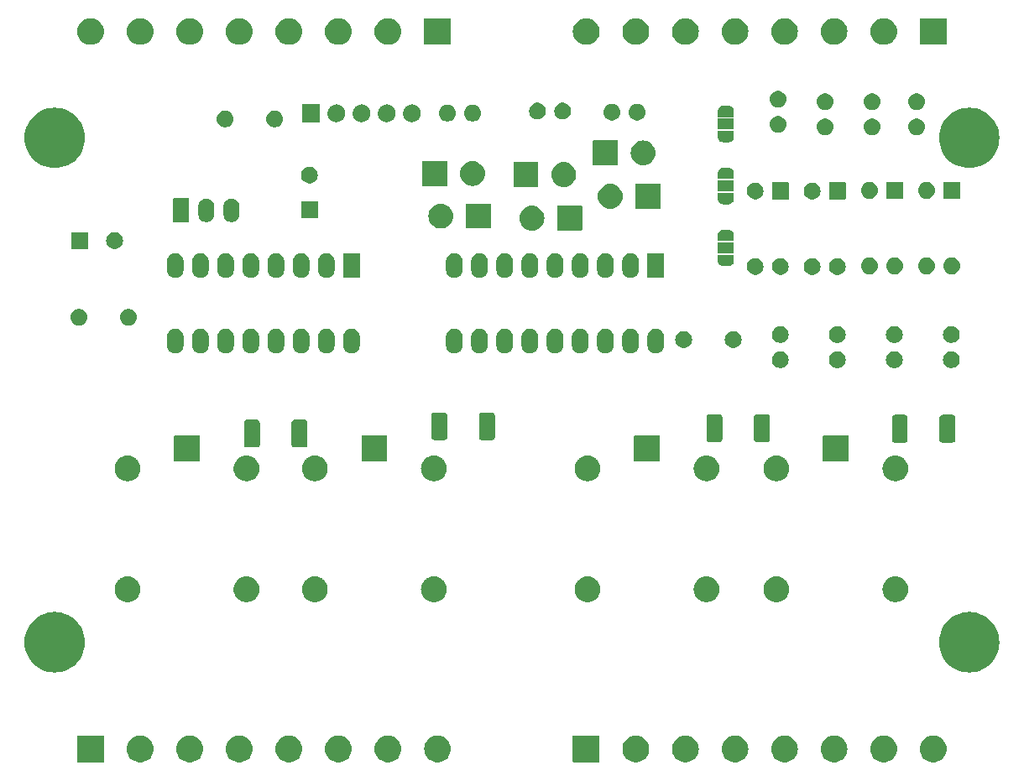
<source format=gbr>
%TF.GenerationSoftware,KiCad,Pcbnew,8.0.0*%
%TF.CreationDate,2024-08-19T17:47:18+02:00*%
%TF.ProjectId,esp32_blinds_controller,65737033-325f-4626-9c69-6e64735f636f,V0.1*%
%TF.SameCoordinates,Original*%
%TF.FileFunction,Soldermask,Bot*%
%TF.FilePolarity,Negative*%
%FSLAX46Y46*%
G04 Gerber Fmt 4.6, Leading zero omitted, Abs format (unit mm)*
G04 Created by KiCad (PCBNEW 8.0.0) date 2024-08-19 17:47:18*
%MOMM*%
%LPD*%
G01*
G04 APERTURE LIST*
G04 APERTURE END LIST*
G36*
X109994517Y-132232882D02*
G01*
X110011062Y-132243938D01*
X110022118Y-132260483D01*
X110026000Y-132280000D01*
X110026000Y-134880000D01*
X110022118Y-134899517D01*
X110011062Y-134916062D01*
X109994517Y-134927118D01*
X109975000Y-134931000D01*
X107375000Y-134931000D01*
X107355483Y-134927118D01*
X107338938Y-134916062D01*
X107327882Y-134899517D01*
X107324000Y-134880000D01*
X107324000Y-132280000D01*
X107327882Y-132260483D01*
X107338938Y-132243938D01*
X107355483Y-132232882D01*
X107375000Y-132229000D01*
X109975000Y-132229000D01*
X109994517Y-132232882D01*
G37*
G36*
X159994517Y-132232882D02*
G01*
X160011062Y-132243938D01*
X160022118Y-132260483D01*
X160026000Y-132280000D01*
X160026000Y-134880000D01*
X160022118Y-134899517D01*
X160011062Y-134916062D01*
X159994517Y-134927118D01*
X159975000Y-134931000D01*
X157375000Y-134931000D01*
X157355483Y-134927118D01*
X157338938Y-134916062D01*
X157327882Y-134899517D01*
X157324000Y-134880000D01*
X157324000Y-132280000D01*
X157327882Y-132260483D01*
X157338938Y-132243938D01*
X157355483Y-132232882D01*
X157375000Y-132229000D01*
X159975000Y-132229000D01*
X159994517Y-132232882D01*
G37*
G36*
X114006651Y-132270340D02*
G01*
X114217691Y-132342790D01*
X114413927Y-132448988D01*
X114590007Y-132586037D01*
X114741129Y-132750199D01*
X114863169Y-132936995D01*
X114952799Y-133141331D01*
X115007574Y-133357633D01*
X115026000Y-133580000D01*
X115007574Y-133802367D01*
X114952799Y-134018669D01*
X114863169Y-134223005D01*
X114741129Y-134409801D01*
X114590007Y-134573963D01*
X114413927Y-134711012D01*
X114217691Y-134817210D01*
X114006651Y-134889660D01*
X113786565Y-134926386D01*
X113563435Y-134926386D01*
X113343349Y-134889660D01*
X113132309Y-134817210D01*
X112936073Y-134711012D01*
X112759993Y-134573963D01*
X112608871Y-134409801D01*
X112486831Y-134223005D01*
X112397201Y-134018669D01*
X112342426Y-133802367D01*
X112324000Y-133580000D01*
X112342426Y-133357633D01*
X112397201Y-133141331D01*
X112486831Y-132936995D01*
X112608871Y-132750199D01*
X112759993Y-132586037D01*
X112936073Y-132448988D01*
X113132309Y-132342790D01*
X113343349Y-132270340D01*
X113563435Y-132233614D01*
X113786565Y-132233614D01*
X114006651Y-132270340D01*
G37*
G36*
X119006651Y-132270340D02*
G01*
X119217691Y-132342790D01*
X119413927Y-132448988D01*
X119590007Y-132586037D01*
X119741129Y-132750199D01*
X119863169Y-132936995D01*
X119952799Y-133141331D01*
X120007574Y-133357633D01*
X120026000Y-133580000D01*
X120007574Y-133802367D01*
X119952799Y-134018669D01*
X119863169Y-134223005D01*
X119741129Y-134409801D01*
X119590007Y-134573963D01*
X119413927Y-134711012D01*
X119217691Y-134817210D01*
X119006651Y-134889660D01*
X118786565Y-134926386D01*
X118563435Y-134926386D01*
X118343349Y-134889660D01*
X118132309Y-134817210D01*
X117936073Y-134711012D01*
X117759993Y-134573963D01*
X117608871Y-134409801D01*
X117486831Y-134223005D01*
X117397201Y-134018669D01*
X117342426Y-133802367D01*
X117324000Y-133580000D01*
X117342426Y-133357633D01*
X117397201Y-133141331D01*
X117486831Y-132936995D01*
X117608871Y-132750199D01*
X117759993Y-132586037D01*
X117936073Y-132448988D01*
X118132309Y-132342790D01*
X118343349Y-132270340D01*
X118563435Y-132233614D01*
X118786565Y-132233614D01*
X119006651Y-132270340D01*
G37*
G36*
X124006651Y-132270340D02*
G01*
X124217691Y-132342790D01*
X124413927Y-132448988D01*
X124590007Y-132586037D01*
X124741129Y-132750199D01*
X124863169Y-132936995D01*
X124952799Y-133141331D01*
X125007574Y-133357633D01*
X125026000Y-133580000D01*
X125007574Y-133802367D01*
X124952799Y-134018669D01*
X124863169Y-134223005D01*
X124741129Y-134409801D01*
X124590007Y-134573963D01*
X124413927Y-134711012D01*
X124217691Y-134817210D01*
X124006651Y-134889660D01*
X123786565Y-134926386D01*
X123563435Y-134926386D01*
X123343349Y-134889660D01*
X123132309Y-134817210D01*
X122936073Y-134711012D01*
X122759993Y-134573963D01*
X122608871Y-134409801D01*
X122486831Y-134223005D01*
X122397201Y-134018669D01*
X122342426Y-133802367D01*
X122324000Y-133580000D01*
X122342426Y-133357633D01*
X122397201Y-133141331D01*
X122486831Y-132936995D01*
X122608871Y-132750199D01*
X122759993Y-132586037D01*
X122936073Y-132448988D01*
X123132309Y-132342790D01*
X123343349Y-132270340D01*
X123563435Y-132233614D01*
X123786565Y-132233614D01*
X124006651Y-132270340D01*
G37*
G36*
X129006651Y-132270340D02*
G01*
X129217691Y-132342790D01*
X129413927Y-132448988D01*
X129590007Y-132586037D01*
X129741129Y-132750199D01*
X129863169Y-132936995D01*
X129952799Y-133141331D01*
X130007574Y-133357633D01*
X130026000Y-133580000D01*
X130007574Y-133802367D01*
X129952799Y-134018669D01*
X129863169Y-134223005D01*
X129741129Y-134409801D01*
X129590007Y-134573963D01*
X129413927Y-134711012D01*
X129217691Y-134817210D01*
X129006651Y-134889660D01*
X128786565Y-134926386D01*
X128563435Y-134926386D01*
X128343349Y-134889660D01*
X128132309Y-134817210D01*
X127936073Y-134711012D01*
X127759993Y-134573963D01*
X127608871Y-134409801D01*
X127486831Y-134223005D01*
X127397201Y-134018669D01*
X127342426Y-133802367D01*
X127324000Y-133580000D01*
X127342426Y-133357633D01*
X127397201Y-133141331D01*
X127486831Y-132936995D01*
X127608871Y-132750199D01*
X127759993Y-132586037D01*
X127936073Y-132448988D01*
X128132309Y-132342790D01*
X128343349Y-132270340D01*
X128563435Y-132233614D01*
X128786565Y-132233614D01*
X129006651Y-132270340D01*
G37*
G36*
X134006651Y-132270340D02*
G01*
X134217691Y-132342790D01*
X134413927Y-132448988D01*
X134590007Y-132586037D01*
X134741129Y-132750199D01*
X134863169Y-132936995D01*
X134952799Y-133141331D01*
X135007574Y-133357633D01*
X135026000Y-133580000D01*
X135007574Y-133802367D01*
X134952799Y-134018669D01*
X134863169Y-134223005D01*
X134741129Y-134409801D01*
X134590007Y-134573963D01*
X134413927Y-134711012D01*
X134217691Y-134817210D01*
X134006651Y-134889660D01*
X133786565Y-134926386D01*
X133563435Y-134926386D01*
X133343349Y-134889660D01*
X133132309Y-134817210D01*
X132936073Y-134711012D01*
X132759993Y-134573963D01*
X132608871Y-134409801D01*
X132486831Y-134223005D01*
X132397201Y-134018669D01*
X132342426Y-133802367D01*
X132324000Y-133580000D01*
X132342426Y-133357633D01*
X132397201Y-133141331D01*
X132486831Y-132936995D01*
X132608871Y-132750199D01*
X132759993Y-132586037D01*
X132936073Y-132448988D01*
X133132309Y-132342790D01*
X133343349Y-132270340D01*
X133563435Y-132233614D01*
X133786565Y-132233614D01*
X134006651Y-132270340D01*
G37*
G36*
X139006651Y-132270340D02*
G01*
X139217691Y-132342790D01*
X139413927Y-132448988D01*
X139590007Y-132586037D01*
X139741129Y-132750199D01*
X139863169Y-132936995D01*
X139952799Y-133141331D01*
X140007574Y-133357633D01*
X140026000Y-133580000D01*
X140007574Y-133802367D01*
X139952799Y-134018669D01*
X139863169Y-134223005D01*
X139741129Y-134409801D01*
X139590007Y-134573963D01*
X139413927Y-134711012D01*
X139217691Y-134817210D01*
X139006651Y-134889660D01*
X138786565Y-134926386D01*
X138563435Y-134926386D01*
X138343349Y-134889660D01*
X138132309Y-134817210D01*
X137936073Y-134711012D01*
X137759993Y-134573963D01*
X137608871Y-134409801D01*
X137486831Y-134223005D01*
X137397201Y-134018669D01*
X137342426Y-133802367D01*
X137324000Y-133580000D01*
X137342426Y-133357633D01*
X137397201Y-133141331D01*
X137486831Y-132936995D01*
X137608871Y-132750199D01*
X137759993Y-132586037D01*
X137936073Y-132448988D01*
X138132309Y-132342790D01*
X138343349Y-132270340D01*
X138563435Y-132233614D01*
X138786565Y-132233614D01*
X139006651Y-132270340D01*
G37*
G36*
X144006651Y-132270340D02*
G01*
X144217691Y-132342790D01*
X144413927Y-132448988D01*
X144590007Y-132586037D01*
X144741129Y-132750199D01*
X144863169Y-132936995D01*
X144952799Y-133141331D01*
X145007574Y-133357633D01*
X145026000Y-133580000D01*
X145007574Y-133802367D01*
X144952799Y-134018669D01*
X144863169Y-134223005D01*
X144741129Y-134409801D01*
X144590007Y-134573963D01*
X144413927Y-134711012D01*
X144217691Y-134817210D01*
X144006651Y-134889660D01*
X143786565Y-134926386D01*
X143563435Y-134926386D01*
X143343349Y-134889660D01*
X143132309Y-134817210D01*
X142936073Y-134711012D01*
X142759993Y-134573963D01*
X142608871Y-134409801D01*
X142486831Y-134223005D01*
X142397201Y-134018669D01*
X142342426Y-133802367D01*
X142324000Y-133580000D01*
X142342426Y-133357633D01*
X142397201Y-133141331D01*
X142486831Y-132936995D01*
X142608871Y-132750199D01*
X142759993Y-132586037D01*
X142936073Y-132448988D01*
X143132309Y-132342790D01*
X143343349Y-132270340D01*
X143563435Y-132233614D01*
X143786565Y-132233614D01*
X144006651Y-132270340D01*
G37*
G36*
X164006651Y-132270340D02*
G01*
X164217691Y-132342790D01*
X164413927Y-132448988D01*
X164590007Y-132586037D01*
X164741129Y-132750199D01*
X164863169Y-132936995D01*
X164952799Y-133141331D01*
X165007574Y-133357633D01*
X165026000Y-133580000D01*
X165007574Y-133802367D01*
X164952799Y-134018669D01*
X164863169Y-134223005D01*
X164741129Y-134409801D01*
X164590007Y-134573963D01*
X164413927Y-134711012D01*
X164217691Y-134817210D01*
X164006651Y-134889660D01*
X163786565Y-134926386D01*
X163563435Y-134926386D01*
X163343349Y-134889660D01*
X163132309Y-134817210D01*
X162936073Y-134711012D01*
X162759993Y-134573963D01*
X162608871Y-134409801D01*
X162486831Y-134223005D01*
X162397201Y-134018669D01*
X162342426Y-133802367D01*
X162324000Y-133580000D01*
X162342426Y-133357633D01*
X162397201Y-133141331D01*
X162486831Y-132936995D01*
X162608871Y-132750199D01*
X162759993Y-132586037D01*
X162936073Y-132448988D01*
X163132309Y-132342790D01*
X163343349Y-132270340D01*
X163563435Y-132233614D01*
X163786565Y-132233614D01*
X164006651Y-132270340D01*
G37*
G36*
X169006651Y-132270340D02*
G01*
X169217691Y-132342790D01*
X169413927Y-132448988D01*
X169590007Y-132586037D01*
X169741129Y-132750199D01*
X169863169Y-132936995D01*
X169952799Y-133141331D01*
X170007574Y-133357633D01*
X170026000Y-133580000D01*
X170007574Y-133802367D01*
X169952799Y-134018669D01*
X169863169Y-134223005D01*
X169741129Y-134409801D01*
X169590007Y-134573963D01*
X169413927Y-134711012D01*
X169217691Y-134817210D01*
X169006651Y-134889660D01*
X168786565Y-134926386D01*
X168563435Y-134926386D01*
X168343349Y-134889660D01*
X168132309Y-134817210D01*
X167936073Y-134711012D01*
X167759993Y-134573963D01*
X167608871Y-134409801D01*
X167486831Y-134223005D01*
X167397201Y-134018669D01*
X167342426Y-133802367D01*
X167324000Y-133580000D01*
X167342426Y-133357633D01*
X167397201Y-133141331D01*
X167486831Y-132936995D01*
X167608871Y-132750199D01*
X167759993Y-132586037D01*
X167936073Y-132448988D01*
X168132309Y-132342790D01*
X168343349Y-132270340D01*
X168563435Y-132233614D01*
X168786565Y-132233614D01*
X169006651Y-132270340D01*
G37*
G36*
X174006651Y-132270340D02*
G01*
X174217691Y-132342790D01*
X174413927Y-132448988D01*
X174590007Y-132586037D01*
X174741129Y-132750199D01*
X174863169Y-132936995D01*
X174952799Y-133141331D01*
X175007574Y-133357633D01*
X175026000Y-133580000D01*
X175007574Y-133802367D01*
X174952799Y-134018669D01*
X174863169Y-134223005D01*
X174741129Y-134409801D01*
X174590007Y-134573963D01*
X174413927Y-134711012D01*
X174217691Y-134817210D01*
X174006651Y-134889660D01*
X173786565Y-134926386D01*
X173563435Y-134926386D01*
X173343349Y-134889660D01*
X173132309Y-134817210D01*
X172936073Y-134711012D01*
X172759993Y-134573963D01*
X172608871Y-134409801D01*
X172486831Y-134223005D01*
X172397201Y-134018669D01*
X172342426Y-133802367D01*
X172324000Y-133580000D01*
X172342426Y-133357633D01*
X172397201Y-133141331D01*
X172486831Y-132936995D01*
X172608871Y-132750199D01*
X172759993Y-132586037D01*
X172936073Y-132448988D01*
X173132309Y-132342790D01*
X173343349Y-132270340D01*
X173563435Y-132233614D01*
X173786565Y-132233614D01*
X174006651Y-132270340D01*
G37*
G36*
X179006651Y-132270340D02*
G01*
X179217691Y-132342790D01*
X179413927Y-132448988D01*
X179590007Y-132586037D01*
X179741129Y-132750199D01*
X179863169Y-132936995D01*
X179952799Y-133141331D01*
X180007574Y-133357633D01*
X180026000Y-133580000D01*
X180007574Y-133802367D01*
X179952799Y-134018669D01*
X179863169Y-134223005D01*
X179741129Y-134409801D01*
X179590007Y-134573963D01*
X179413927Y-134711012D01*
X179217691Y-134817210D01*
X179006651Y-134889660D01*
X178786565Y-134926386D01*
X178563435Y-134926386D01*
X178343349Y-134889660D01*
X178132309Y-134817210D01*
X177936073Y-134711012D01*
X177759993Y-134573963D01*
X177608871Y-134409801D01*
X177486831Y-134223005D01*
X177397201Y-134018669D01*
X177342426Y-133802367D01*
X177324000Y-133580000D01*
X177342426Y-133357633D01*
X177397201Y-133141331D01*
X177486831Y-132936995D01*
X177608871Y-132750199D01*
X177759993Y-132586037D01*
X177936073Y-132448988D01*
X178132309Y-132342790D01*
X178343349Y-132270340D01*
X178563435Y-132233614D01*
X178786565Y-132233614D01*
X179006651Y-132270340D01*
G37*
G36*
X184006651Y-132270340D02*
G01*
X184217691Y-132342790D01*
X184413927Y-132448988D01*
X184590007Y-132586037D01*
X184741129Y-132750199D01*
X184863169Y-132936995D01*
X184952799Y-133141331D01*
X185007574Y-133357633D01*
X185026000Y-133580000D01*
X185007574Y-133802367D01*
X184952799Y-134018669D01*
X184863169Y-134223005D01*
X184741129Y-134409801D01*
X184590007Y-134573963D01*
X184413927Y-134711012D01*
X184217691Y-134817210D01*
X184006651Y-134889660D01*
X183786565Y-134926386D01*
X183563435Y-134926386D01*
X183343349Y-134889660D01*
X183132309Y-134817210D01*
X182936073Y-134711012D01*
X182759993Y-134573963D01*
X182608871Y-134409801D01*
X182486831Y-134223005D01*
X182397201Y-134018669D01*
X182342426Y-133802367D01*
X182324000Y-133580000D01*
X182342426Y-133357633D01*
X182397201Y-133141331D01*
X182486831Y-132936995D01*
X182608871Y-132750199D01*
X182759993Y-132586037D01*
X182936073Y-132448988D01*
X183132309Y-132342790D01*
X183343349Y-132270340D01*
X183563435Y-132233614D01*
X183786565Y-132233614D01*
X184006651Y-132270340D01*
G37*
G36*
X189006651Y-132270340D02*
G01*
X189217691Y-132342790D01*
X189413927Y-132448988D01*
X189590007Y-132586037D01*
X189741129Y-132750199D01*
X189863169Y-132936995D01*
X189952799Y-133141331D01*
X190007574Y-133357633D01*
X190026000Y-133580000D01*
X190007574Y-133802367D01*
X189952799Y-134018669D01*
X189863169Y-134223005D01*
X189741129Y-134409801D01*
X189590007Y-134573963D01*
X189413927Y-134711012D01*
X189217691Y-134817210D01*
X189006651Y-134889660D01*
X188786565Y-134926386D01*
X188563435Y-134926386D01*
X188343349Y-134889660D01*
X188132309Y-134817210D01*
X187936073Y-134711012D01*
X187759993Y-134573963D01*
X187608871Y-134409801D01*
X187486831Y-134223005D01*
X187397201Y-134018669D01*
X187342426Y-133802367D01*
X187324000Y-133580000D01*
X187342426Y-133357633D01*
X187397201Y-133141331D01*
X187486831Y-132936995D01*
X187608871Y-132750199D01*
X187759993Y-132586037D01*
X187936073Y-132448988D01*
X188132309Y-132342790D01*
X188343349Y-132270340D01*
X188563435Y-132233614D01*
X188786565Y-132233614D01*
X189006651Y-132270340D01*
G37*
G36*
X194006651Y-132270340D02*
G01*
X194217691Y-132342790D01*
X194413927Y-132448988D01*
X194590007Y-132586037D01*
X194741129Y-132750199D01*
X194863169Y-132936995D01*
X194952799Y-133141331D01*
X195007574Y-133357633D01*
X195026000Y-133580000D01*
X195007574Y-133802367D01*
X194952799Y-134018669D01*
X194863169Y-134223005D01*
X194741129Y-134409801D01*
X194590007Y-134573963D01*
X194413927Y-134711012D01*
X194217691Y-134817210D01*
X194006651Y-134889660D01*
X193786565Y-134926386D01*
X193563435Y-134926386D01*
X193343349Y-134889660D01*
X193132309Y-134817210D01*
X192936073Y-134711012D01*
X192759993Y-134573963D01*
X192608871Y-134409801D01*
X192486831Y-134223005D01*
X192397201Y-134018669D01*
X192342426Y-133802367D01*
X192324000Y-133580000D01*
X192342426Y-133357633D01*
X192397201Y-133141331D01*
X192486831Y-132936995D01*
X192608871Y-132750199D01*
X192759993Y-132586037D01*
X192936073Y-132448988D01*
X193132309Y-132342790D01*
X193343349Y-132270340D01*
X193563435Y-132233614D01*
X193786565Y-132233614D01*
X194006651Y-132270340D01*
G37*
G36*
X105391604Y-119768184D02*
G01*
X105728911Y-119825495D01*
X106057681Y-119920212D01*
X106373779Y-120051144D01*
X106673230Y-120216644D01*
X106952267Y-120414632D01*
X107207383Y-120642617D01*
X107435368Y-120897733D01*
X107633356Y-121176770D01*
X107798856Y-121476221D01*
X107929788Y-121792319D01*
X108024505Y-122121089D01*
X108081816Y-122458396D01*
X108101000Y-122800000D01*
X108081816Y-123141604D01*
X108024505Y-123478911D01*
X107929788Y-123807681D01*
X107798856Y-124123779D01*
X107633356Y-124423230D01*
X107435368Y-124702267D01*
X107207383Y-124957383D01*
X106952267Y-125185368D01*
X106673230Y-125383356D01*
X106373779Y-125548856D01*
X106057681Y-125679788D01*
X105728911Y-125774505D01*
X105391604Y-125831816D01*
X105050000Y-125851000D01*
X104708396Y-125831816D01*
X104371089Y-125774505D01*
X104042319Y-125679788D01*
X103726221Y-125548856D01*
X103426770Y-125383356D01*
X103147733Y-125185368D01*
X102892617Y-124957383D01*
X102664632Y-124702267D01*
X102466644Y-124423230D01*
X102301144Y-124123779D01*
X102170212Y-123807681D01*
X102075495Y-123478911D01*
X102018184Y-123141604D01*
X101999000Y-122800000D01*
X102018184Y-122458396D01*
X102075495Y-122121089D01*
X102170212Y-121792319D01*
X102301144Y-121476221D01*
X102466644Y-121176770D01*
X102664632Y-120897733D01*
X102892617Y-120642617D01*
X103147733Y-120414632D01*
X103426770Y-120216644D01*
X103726221Y-120051144D01*
X104042319Y-119920212D01*
X104371089Y-119825495D01*
X104708396Y-119768184D01*
X105050000Y-119749000D01*
X105391604Y-119768184D01*
G37*
G36*
X197641604Y-119768184D02*
G01*
X197978911Y-119825495D01*
X198307681Y-119920212D01*
X198623779Y-120051144D01*
X198923230Y-120216644D01*
X199202267Y-120414632D01*
X199457383Y-120642617D01*
X199685368Y-120897733D01*
X199883356Y-121176770D01*
X200048856Y-121476221D01*
X200179788Y-121792319D01*
X200274505Y-122121089D01*
X200331816Y-122458396D01*
X200351000Y-122800000D01*
X200331816Y-123141604D01*
X200274505Y-123478911D01*
X200179788Y-123807681D01*
X200048856Y-124123779D01*
X199883356Y-124423230D01*
X199685368Y-124702267D01*
X199457383Y-124957383D01*
X199202267Y-125185368D01*
X198923230Y-125383356D01*
X198623779Y-125548856D01*
X198307681Y-125679788D01*
X197978911Y-125774505D01*
X197641604Y-125831816D01*
X197300000Y-125851000D01*
X196958396Y-125831816D01*
X196621089Y-125774505D01*
X196292319Y-125679788D01*
X195976221Y-125548856D01*
X195676770Y-125383356D01*
X195397733Y-125185368D01*
X195142617Y-124957383D01*
X194914632Y-124702267D01*
X194716644Y-124423230D01*
X194551144Y-124123779D01*
X194420212Y-123807681D01*
X194325495Y-123478911D01*
X194268184Y-123141604D01*
X194249000Y-122800000D01*
X194268184Y-122458396D01*
X194325495Y-122121089D01*
X194420212Y-121792319D01*
X194551144Y-121476221D01*
X194716644Y-121176770D01*
X194914632Y-120897733D01*
X195142617Y-120642617D01*
X195397733Y-120414632D01*
X195676770Y-120216644D01*
X195976221Y-120051144D01*
X196292319Y-119920212D01*
X196621089Y-119825495D01*
X196958396Y-119768184D01*
X197300000Y-119749000D01*
X197641604Y-119768184D01*
G37*
G36*
X112452738Y-116153614D02*
G01*
X112507422Y-116153614D01*
X112567691Y-116163671D01*
X112625916Y-116168765D01*
X112671638Y-116181016D01*
X112719333Y-116188975D01*
X112783313Y-116210939D01*
X112844968Y-116227460D01*
X112882736Y-116245071D01*
X112922536Y-116258735D01*
X112987922Y-116294120D01*
X113050500Y-116323301D01*
X113079961Y-116343930D01*
X113111487Y-116360991D01*
X113175661Y-116410939D01*
X113236267Y-116453376D01*
X113257625Y-116474734D01*
X113281029Y-116492950D01*
X113341154Y-116558263D01*
X113396624Y-116613733D01*
X113410624Y-116633728D01*
X113426532Y-116651008D01*
X113479603Y-116732240D01*
X113526699Y-116799500D01*
X113534560Y-116816358D01*
X113544045Y-116830876D01*
X113587094Y-116929019D01*
X113622540Y-117005032D01*
X113625841Y-117017351D01*
X113630346Y-117027622D01*
X113660513Y-117146752D01*
X113681235Y-117224084D01*
X113681835Y-117230949D01*
X113683087Y-117235891D01*
X113697748Y-117412839D01*
X113701000Y-117450000D01*
X113697748Y-117487163D01*
X113683087Y-117664108D01*
X113681835Y-117669048D01*
X113681235Y-117675916D01*
X113660509Y-117753265D01*
X113630346Y-117872377D01*
X113625841Y-117882645D01*
X113622540Y-117894968D01*
X113587087Y-117970996D01*
X113544045Y-118069123D01*
X113534561Y-118083638D01*
X113526699Y-118100500D01*
X113479593Y-118167773D01*
X113426532Y-118248991D01*
X113410627Y-118266267D01*
X113396624Y-118286267D01*
X113341142Y-118341748D01*
X113281029Y-118407049D01*
X113257629Y-118425261D01*
X113236267Y-118446624D01*
X113175648Y-118489069D01*
X113111487Y-118539008D01*
X113079967Y-118556065D01*
X113050500Y-118576699D01*
X112987908Y-118605885D01*
X112922536Y-118641264D01*
X112882744Y-118654924D01*
X112844968Y-118672540D01*
X112783300Y-118689063D01*
X112719333Y-118711024D01*
X112671646Y-118718981D01*
X112625916Y-118731235D01*
X112567688Y-118736329D01*
X112507422Y-118746386D01*
X112452738Y-118746386D01*
X112400000Y-118751000D01*
X112347262Y-118746386D01*
X112292578Y-118746386D01*
X112232311Y-118736329D01*
X112174084Y-118731235D01*
X112128355Y-118718981D01*
X112080666Y-118711024D01*
X112016694Y-118689062D01*
X111955032Y-118672540D01*
X111917257Y-118654925D01*
X111877463Y-118641264D01*
X111812083Y-118605882D01*
X111749500Y-118576699D01*
X111720035Y-118556067D01*
X111688512Y-118539008D01*
X111624341Y-118489062D01*
X111563733Y-118446624D01*
X111542373Y-118425264D01*
X111518970Y-118407049D01*
X111458844Y-118341735D01*
X111403376Y-118286267D01*
X111389375Y-118266272D01*
X111373467Y-118248991D01*
X111320391Y-118167752D01*
X111273301Y-118100500D01*
X111265440Y-118083643D01*
X111255954Y-118069123D01*
X111212895Y-117970960D01*
X111177460Y-117894968D01*
X111174159Y-117882651D01*
X111169653Y-117872377D01*
X111139472Y-117753197D01*
X111118765Y-117675916D01*
X111118164Y-117669054D01*
X111116912Y-117664108D01*
X111102232Y-117486947D01*
X111099000Y-117450000D01*
X111102232Y-117413055D01*
X111116912Y-117235891D01*
X111118164Y-117230943D01*
X111118765Y-117224084D01*
X111139467Y-117146820D01*
X111169653Y-117027622D01*
X111174160Y-117017346D01*
X111177460Y-117005032D01*
X111212888Y-116929055D01*
X111255954Y-116830876D01*
X111265442Y-116816352D01*
X111273301Y-116799500D01*
X111320381Y-116732261D01*
X111373467Y-116651008D01*
X111389378Y-116633723D01*
X111403376Y-116613733D01*
X111458833Y-116558275D01*
X111518970Y-116492950D01*
X111542378Y-116474730D01*
X111563733Y-116453376D01*
X111624328Y-116410946D01*
X111688512Y-116360991D01*
X111720041Y-116343927D01*
X111749500Y-116323301D01*
X111812070Y-116294123D01*
X111877463Y-116258735D01*
X111917265Y-116245070D01*
X111955032Y-116227460D01*
X112016681Y-116210941D01*
X112080666Y-116188975D01*
X112128362Y-116181016D01*
X112174084Y-116168765D01*
X112232307Y-116163671D01*
X112292578Y-116153614D01*
X112347262Y-116153614D01*
X112400000Y-116149000D01*
X112452738Y-116153614D01*
G37*
G36*
X124452738Y-116153614D02*
G01*
X124507422Y-116153614D01*
X124567691Y-116163671D01*
X124625916Y-116168765D01*
X124671638Y-116181016D01*
X124719333Y-116188975D01*
X124783313Y-116210939D01*
X124844968Y-116227460D01*
X124882736Y-116245071D01*
X124922536Y-116258735D01*
X124987922Y-116294120D01*
X125050500Y-116323301D01*
X125079961Y-116343930D01*
X125111487Y-116360991D01*
X125175661Y-116410939D01*
X125236267Y-116453376D01*
X125257625Y-116474734D01*
X125281029Y-116492950D01*
X125341154Y-116558263D01*
X125396624Y-116613733D01*
X125410624Y-116633728D01*
X125426532Y-116651008D01*
X125479603Y-116732240D01*
X125526699Y-116799500D01*
X125534560Y-116816358D01*
X125544045Y-116830876D01*
X125587094Y-116929019D01*
X125622540Y-117005032D01*
X125625841Y-117017351D01*
X125630346Y-117027622D01*
X125660513Y-117146752D01*
X125681235Y-117224084D01*
X125681835Y-117230949D01*
X125683087Y-117235891D01*
X125697748Y-117412839D01*
X125701000Y-117450000D01*
X125697748Y-117487163D01*
X125683087Y-117664108D01*
X125681835Y-117669048D01*
X125681235Y-117675916D01*
X125660509Y-117753265D01*
X125630346Y-117872377D01*
X125625841Y-117882645D01*
X125622540Y-117894968D01*
X125587087Y-117970996D01*
X125544045Y-118069123D01*
X125534561Y-118083638D01*
X125526699Y-118100500D01*
X125479593Y-118167773D01*
X125426532Y-118248991D01*
X125410627Y-118266267D01*
X125396624Y-118286267D01*
X125341142Y-118341748D01*
X125281029Y-118407049D01*
X125257629Y-118425261D01*
X125236267Y-118446624D01*
X125175648Y-118489069D01*
X125111487Y-118539008D01*
X125079967Y-118556065D01*
X125050500Y-118576699D01*
X124987908Y-118605885D01*
X124922536Y-118641264D01*
X124882744Y-118654924D01*
X124844968Y-118672540D01*
X124783300Y-118689063D01*
X124719333Y-118711024D01*
X124671646Y-118718981D01*
X124625916Y-118731235D01*
X124567688Y-118736329D01*
X124507422Y-118746386D01*
X124452738Y-118746386D01*
X124400000Y-118751000D01*
X124347262Y-118746386D01*
X124292578Y-118746386D01*
X124232311Y-118736329D01*
X124174084Y-118731235D01*
X124128355Y-118718981D01*
X124080666Y-118711024D01*
X124016694Y-118689062D01*
X123955032Y-118672540D01*
X123917257Y-118654925D01*
X123877463Y-118641264D01*
X123812083Y-118605882D01*
X123749500Y-118576699D01*
X123720035Y-118556067D01*
X123688512Y-118539008D01*
X123624341Y-118489062D01*
X123563733Y-118446624D01*
X123542373Y-118425264D01*
X123518970Y-118407049D01*
X123458844Y-118341735D01*
X123403376Y-118286267D01*
X123389375Y-118266272D01*
X123373467Y-118248991D01*
X123320391Y-118167752D01*
X123273301Y-118100500D01*
X123265440Y-118083643D01*
X123255954Y-118069123D01*
X123212895Y-117970960D01*
X123177460Y-117894968D01*
X123174159Y-117882651D01*
X123169653Y-117872377D01*
X123139472Y-117753197D01*
X123118765Y-117675916D01*
X123118164Y-117669054D01*
X123116912Y-117664108D01*
X123102232Y-117486947D01*
X123099000Y-117450000D01*
X123102232Y-117413055D01*
X123116912Y-117235891D01*
X123118164Y-117230943D01*
X123118765Y-117224084D01*
X123139467Y-117146820D01*
X123169653Y-117027622D01*
X123174160Y-117017346D01*
X123177460Y-117005032D01*
X123212888Y-116929055D01*
X123255954Y-116830876D01*
X123265442Y-116816352D01*
X123273301Y-116799500D01*
X123320381Y-116732261D01*
X123373467Y-116651008D01*
X123389378Y-116633723D01*
X123403376Y-116613733D01*
X123458833Y-116558275D01*
X123518970Y-116492950D01*
X123542378Y-116474730D01*
X123563733Y-116453376D01*
X123624328Y-116410946D01*
X123688512Y-116360991D01*
X123720041Y-116343927D01*
X123749500Y-116323301D01*
X123812070Y-116294123D01*
X123877463Y-116258735D01*
X123917265Y-116245070D01*
X123955032Y-116227460D01*
X124016681Y-116210941D01*
X124080666Y-116188975D01*
X124128362Y-116181016D01*
X124174084Y-116168765D01*
X124232307Y-116163671D01*
X124292578Y-116153614D01*
X124347262Y-116153614D01*
X124400000Y-116149000D01*
X124452738Y-116153614D01*
G37*
G36*
X131352738Y-116153614D02*
G01*
X131407422Y-116153614D01*
X131467691Y-116163671D01*
X131525916Y-116168765D01*
X131571638Y-116181016D01*
X131619333Y-116188975D01*
X131683313Y-116210939D01*
X131744968Y-116227460D01*
X131782736Y-116245071D01*
X131822536Y-116258735D01*
X131887922Y-116294120D01*
X131950500Y-116323301D01*
X131979961Y-116343930D01*
X132011487Y-116360991D01*
X132075661Y-116410939D01*
X132136267Y-116453376D01*
X132157625Y-116474734D01*
X132181029Y-116492950D01*
X132241154Y-116558263D01*
X132296624Y-116613733D01*
X132310624Y-116633728D01*
X132326532Y-116651008D01*
X132379603Y-116732240D01*
X132426699Y-116799500D01*
X132434560Y-116816358D01*
X132444045Y-116830876D01*
X132487094Y-116929019D01*
X132522540Y-117005032D01*
X132525841Y-117017351D01*
X132530346Y-117027622D01*
X132560513Y-117146752D01*
X132581235Y-117224084D01*
X132581835Y-117230949D01*
X132583087Y-117235891D01*
X132597748Y-117412839D01*
X132601000Y-117450000D01*
X132597748Y-117487163D01*
X132583087Y-117664108D01*
X132581835Y-117669048D01*
X132581235Y-117675916D01*
X132560509Y-117753265D01*
X132530346Y-117872377D01*
X132525841Y-117882645D01*
X132522540Y-117894968D01*
X132487087Y-117970996D01*
X132444045Y-118069123D01*
X132434561Y-118083638D01*
X132426699Y-118100500D01*
X132379593Y-118167773D01*
X132326532Y-118248991D01*
X132310627Y-118266267D01*
X132296624Y-118286267D01*
X132241142Y-118341748D01*
X132181029Y-118407049D01*
X132157629Y-118425261D01*
X132136267Y-118446624D01*
X132075648Y-118489069D01*
X132011487Y-118539008D01*
X131979967Y-118556065D01*
X131950500Y-118576699D01*
X131887908Y-118605885D01*
X131822536Y-118641264D01*
X131782744Y-118654924D01*
X131744968Y-118672540D01*
X131683300Y-118689063D01*
X131619333Y-118711024D01*
X131571646Y-118718981D01*
X131525916Y-118731235D01*
X131467688Y-118736329D01*
X131407422Y-118746386D01*
X131352738Y-118746386D01*
X131300000Y-118751000D01*
X131247262Y-118746386D01*
X131192578Y-118746386D01*
X131132311Y-118736329D01*
X131074084Y-118731235D01*
X131028355Y-118718981D01*
X130980666Y-118711024D01*
X130916694Y-118689062D01*
X130855032Y-118672540D01*
X130817257Y-118654925D01*
X130777463Y-118641264D01*
X130712083Y-118605882D01*
X130649500Y-118576699D01*
X130620035Y-118556067D01*
X130588512Y-118539008D01*
X130524341Y-118489062D01*
X130463733Y-118446624D01*
X130442373Y-118425264D01*
X130418970Y-118407049D01*
X130358844Y-118341735D01*
X130303376Y-118286267D01*
X130289375Y-118266272D01*
X130273467Y-118248991D01*
X130220391Y-118167752D01*
X130173301Y-118100500D01*
X130165440Y-118083643D01*
X130155954Y-118069123D01*
X130112895Y-117970960D01*
X130077460Y-117894968D01*
X130074159Y-117882651D01*
X130069653Y-117872377D01*
X130039472Y-117753197D01*
X130018765Y-117675916D01*
X130018164Y-117669054D01*
X130016912Y-117664108D01*
X130002232Y-117486947D01*
X129999000Y-117450000D01*
X130002232Y-117413055D01*
X130016912Y-117235891D01*
X130018164Y-117230943D01*
X130018765Y-117224084D01*
X130039467Y-117146820D01*
X130069653Y-117027622D01*
X130074160Y-117017346D01*
X130077460Y-117005032D01*
X130112888Y-116929055D01*
X130155954Y-116830876D01*
X130165442Y-116816352D01*
X130173301Y-116799500D01*
X130220381Y-116732261D01*
X130273467Y-116651008D01*
X130289378Y-116633723D01*
X130303376Y-116613733D01*
X130358833Y-116558275D01*
X130418970Y-116492950D01*
X130442378Y-116474730D01*
X130463733Y-116453376D01*
X130524328Y-116410946D01*
X130588512Y-116360991D01*
X130620041Y-116343927D01*
X130649500Y-116323301D01*
X130712070Y-116294123D01*
X130777463Y-116258735D01*
X130817265Y-116245070D01*
X130855032Y-116227460D01*
X130916681Y-116210941D01*
X130980666Y-116188975D01*
X131028362Y-116181016D01*
X131074084Y-116168765D01*
X131132307Y-116163671D01*
X131192578Y-116153614D01*
X131247262Y-116153614D01*
X131300000Y-116149000D01*
X131352738Y-116153614D01*
G37*
G36*
X143352738Y-116153614D02*
G01*
X143407422Y-116153614D01*
X143467691Y-116163671D01*
X143525916Y-116168765D01*
X143571638Y-116181016D01*
X143619333Y-116188975D01*
X143683313Y-116210939D01*
X143744968Y-116227460D01*
X143782736Y-116245071D01*
X143822536Y-116258735D01*
X143887922Y-116294120D01*
X143950500Y-116323301D01*
X143979961Y-116343930D01*
X144011487Y-116360991D01*
X144075661Y-116410939D01*
X144136267Y-116453376D01*
X144157625Y-116474734D01*
X144181029Y-116492950D01*
X144241154Y-116558263D01*
X144296624Y-116613733D01*
X144310624Y-116633728D01*
X144326532Y-116651008D01*
X144379603Y-116732240D01*
X144426699Y-116799500D01*
X144434560Y-116816358D01*
X144444045Y-116830876D01*
X144487094Y-116929019D01*
X144522540Y-117005032D01*
X144525841Y-117017351D01*
X144530346Y-117027622D01*
X144560513Y-117146752D01*
X144581235Y-117224084D01*
X144581835Y-117230949D01*
X144583087Y-117235891D01*
X144597748Y-117412839D01*
X144601000Y-117450000D01*
X144597748Y-117487163D01*
X144583087Y-117664108D01*
X144581835Y-117669048D01*
X144581235Y-117675916D01*
X144560509Y-117753265D01*
X144530346Y-117872377D01*
X144525841Y-117882645D01*
X144522540Y-117894968D01*
X144487087Y-117970996D01*
X144444045Y-118069123D01*
X144434561Y-118083638D01*
X144426699Y-118100500D01*
X144379593Y-118167773D01*
X144326532Y-118248991D01*
X144310627Y-118266267D01*
X144296624Y-118286267D01*
X144241142Y-118341748D01*
X144181029Y-118407049D01*
X144157629Y-118425261D01*
X144136267Y-118446624D01*
X144075648Y-118489069D01*
X144011487Y-118539008D01*
X143979967Y-118556065D01*
X143950500Y-118576699D01*
X143887908Y-118605885D01*
X143822536Y-118641264D01*
X143782744Y-118654924D01*
X143744968Y-118672540D01*
X143683300Y-118689063D01*
X143619333Y-118711024D01*
X143571646Y-118718981D01*
X143525916Y-118731235D01*
X143467688Y-118736329D01*
X143407422Y-118746386D01*
X143352738Y-118746386D01*
X143300000Y-118751000D01*
X143247262Y-118746386D01*
X143192578Y-118746386D01*
X143132311Y-118736329D01*
X143074084Y-118731235D01*
X143028355Y-118718981D01*
X142980666Y-118711024D01*
X142916694Y-118689062D01*
X142855032Y-118672540D01*
X142817257Y-118654925D01*
X142777463Y-118641264D01*
X142712083Y-118605882D01*
X142649500Y-118576699D01*
X142620035Y-118556067D01*
X142588512Y-118539008D01*
X142524341Y-118489062D01*
X142463733Y-118446624D01*
X142442373Y-118425264D01*
X142418970Y-118407049D01*
X142358844Y-118341735D01*
X142303376Y-118286267D01*
X142289375Y-118266272D01*
X142273467Y-118248991D01*
X142220391Y-118167752D01*
X142173301Y-118100500D01*
X142165440Y-118083643D01*
X142155954Y-118069123D01*
X142112895Y-117970960D01*
X142077460Y-117894968D01*
X142074159Y-117882651D01*
X142069653Y-117872377D01*
X142039472Y-117753197D01*
X142018765Y-117675916D01*
X142018164Y-117669054D01*
X142016912Y-117664108D01*
X142002232Y-117486947D01*
X141999000Y-117450000D01*
X142002232Y-117413055D01*
X142016912Y-117235891D01*
X142018164Y-117230943D01*
X142018765Y-117224084D01*
X142039467Y-117146820D01*
X142069653Y-117027622D01*
X142074160Y-117017346D01*
X142077460Y-117005032D01*
X142112888Y-116929055D01*
X142155954Y-116830876D01*
X142165442Y-116816352D01*
X142173301Y-116799500D01*
X142220381Y-116732261D01*
X142273467Y-116651008D01*
X142289378Y-116633723D01*
X142303376Y-116613733D01*
X142358833Y-116558275D01*
X142418970Y-116492950D01*
X142442378Y-116474730D01*
X142463733Y-116453376D01*
X142524328Y-116410946D01*
X142588512Y-116360991D01*
X142620041Y-116343927D01*
X142649500Y-116323301D01*
X142712070Y-116294123D01*
X142777463Y-116258735D01*
X142817265Y-116245070D01*
X142855032Y-116227460D01*
X142916681Y-116210941D01*
X142980666Y-116188975D01*
X143028362Y-116181016D01*
X143074084Y-116168765D01*
X143132307Y-116163671D01*
X143192578Y-116153614D01*
X143247262Y-116153614D01*
X143300000Y-116149000D01*
X143352738Y-116153614D01*
G37*
G36*
X158852738Y-116153614D02*
G01*
X158907422Y-116153614D01*
X158967691Y-116163671D01*
X159025916Y-116168765D01*
X159071638Y-116181016D01*
X159119333Y-116188975D01*
X159183313Y-116210939D01*
X159244968Y-116227460D01*
X159282736Y-116245071D01*
X159322536Y-116258735D01*
X159387922Y-116294120D01*
X159450500Y-116323301D01*
X159479961Y-116343930D01*
X159511487Y-116360991D01*
X159575661Y-116410939D01*
X159636267Y-116453376D01*
X159657625Y-116474734D01*
X159681029Y-116492950D01*
X159741154Y-116558263D01*
X159796624Y-116613733D01*
X159810624Y-116633728D01*
X159826532Y-116651008D01*
X159879603Y-116732240D01*
X159926699Y-116799500D01*
X159934560Y-116816358D01*
X159944045Y-116830876D01*
X159987094Y-116929019D01*
X160022540Y-117005032D01*
X160025841Y-117017351D01*
X160030346Y-117027622D01*
X160060513Y-117146752D01*
X160081235Y-117224084D01*
X160081835Y-117230949D01*
X160083087Y-117235891D01*
X160097748Y-117412839D01*
X160101000Y-117450000D01*
X160097748Y-117487163D01*
X160083087Y-117664108D01*
X160081835Y-117669048D01*
X160081235Y-117675916D01*
X160060509Y-117753265D01*
X160030346Y-117872377D01*
X160025841Y-117882645D01*
X160022540Y-117894968D01*
X159987087Y-117970996D01*
X159944045Y-118069123D01*
X159934561Y-118083638D01*
X159926699Y-118100500D01*
X159879593Y-118167773D01*
X159826532Y-118248991D01*
X159810627Y-118266267D01*
X159796624Y-118286267D01*
X159741142Y-118341748D01*
X159681029Y-118407049D01*
X159657629Y-118425261D01*
X159636267Y-118446624D01*
X159575648Y-118489069D01*
X159511487Y-118539008D01*
X159479967Y-118556065D01*
X159450500Y-118576699D01*
X159387908Y-118605885D01*
X159322536Y-118641264D01*
X159282744Y-118654924D01*
X159244968Y-118672540D01*
X159183300Y-118689063D01*
X159119333Y-118711024D01*
X159071646Y-118718981D01*
X159025916Y-118731235D01*
X158967688Y-118736329D01*
X158907422Y-118746386D01*
X158852738Y-118746386D01*
X158800000Y-118751000D01*
X158747262Y-118746386D01*
X158692578Y-118746386D01*
X158632311Y-118736329D01*
X158574084Y-118731235D01*
X158528355Y-118718981D01*
X158480666Y-118711024D01*
X158416694Y-118689062D01*
X158355032Y-118672540D01*
X158317257Y-118654925D01*
X158277463Y-118641264D01*
X158212083Y-118605882D01*
X158149500Y-118576699D01*
X158120035Y-118556067D01*
X158088512Y-118539008D01*
X158024341Y-118489062D01*
X157963733Y-118446624D01*
X157942373Y-118425264D01*
X157918970Y-118407049D01*
X157858844Y-118341735D01*
X157803376Y-118286267D01*
X157789375Y-118266272D01*
X157773467Y-118248991D01*
X157720391Y-118167752D01*
X157673301Y-118100500D01*
X157665440Y-118083643D01*
X157655954Y-118069123D01*
X157612895Y-117970960D01*
X157577460Y-117894968D01*
X157574159Y-117882651D01*
X157569653Y-117872377D01*
X157539472Y-117753197D01*
X157518765Y-117675916D01*
X157518164Y-117669054D01*
X157516912Y-117664108D01*
X157502232Y-117486947D01*
X157499000Y-117450000D01*
X157502232Y-117413055D01*
X157516912Y-117235891D01*
X157518164Y-117230943D01*
X157518765Y-117224084D01*
X157539467Y-117146820D01*
X157569653Y-117027622D01*
X157574160Y-117017346D01*
X157577460Y-117005032D01*
X157612888Y-116929055D01*
X157655954Y-116830876D01*
X157665442Y-116816352D01*
X157673301Y-116799500D01*
X157720381Y-116732261D01*
X157773467Y-116651008D01*
X157789378Y-116633723D01*
X157803376Y-116613733D01*
X157858833Y-116558275D01*
X157918970Y-116492950D01*
X157942378Y-116474730D01*
X157963733Y-116453376D01*
X158024328Y-116410946D01*
X158088512Y-116360991D01*
X158120041Y-116343927D01*
X158149500Y-116323301D01*
X158212070Y-116294123D01*
X158277463Y-116258735D01*
X158317265Y-116245070D01*
X158355032Y-116227460D01*
X158416681Y-116210941D01*
X158480666Y-116188975D01*
X158528362Y-116181016D01*
X158574084Y-116168765D01*
X158632307Y-116163671D01*
X158692578Y-116153614D01*
X158747262Y-116153614D01*
X158800000Y-116149000D01*
X158852738Y-116153614D01*
G37*
G36*
X170852738Y-116153614D02*
G01*
X170907422Y-116153614D01*
X170967691Y-116163671D01*
X171025916Y-116168765D01*
X171071638Y-116181016D01*
X171119333Y-116188975D01*
X171183313Y-116210939D01*
X171244968Y-116227460D01*
X171282736Y-116245071D01*
X171322536Y-116258735D01*
X171387922Y-116294120D01*
X171450500Y-116323301D01*
X171479961Y-116343930D01*
X171511487Y-116360991D01*
X171575661Y-116410939D01*
X171636267Y-116453376D01*
X171657625Y-116474734D01*
X171681029Y-116492950D01*
X171741154Y-116558263D01*
X171796624Y-116613733D01*
X171810624Y-116633728D01*
X171826532Y-116651008D01*
X171879603Y-116732240D01*
X171926699Y-116799500D01*
X171934560Y-116816358D01*
X171944045Y-116830876D01*
X171987094Y-116929019D01*
X172022540Y-117005032D01*
X172025841Y-117017351D01*
X172030346Y-117027622D01*
X172060513Y-117146752D01*
X172081235Y-117224084D01*
X172081835Y-117230949D01*
X172083087Y-117235891D01*
X172097748Y-117412839D01*
X172101000Y-117450000D01*
X172097748Y-117487163D01*
X172083087Y-117664108D01*
X172081835Y-117669048D01*
X172081235Y-117675916D01*
X172060509Y-117753265D01*
X172030346Y-117872377D01*
X172025841Y-117882645D01*
X172022540Y-117894968D01*
X171987087Y-117970996D01*
X171944045Y-118069123D01*
X171934561Y-118083638D01*
X171926699Y-118100500D01*
X171879593Y-118167773D01*
X171826532Y-118248991D01*
X171810627Y-118266267D01*
X171796624Y-118286267D01*
X171741142Y-118341748D01*
X171681029Y-118407049D01*
X171657629Y-118425261D01*
X171636267Y-118446624D01*
X171575648Y-118489069D01*
X171511487Y-118539008D01*
X171479967Y-118556065D01*
X171450500Y-118576699D01*
X171387908Y-118605885D01*
X171322536Y-118641264D01*
X171282744Y-118654924D01*
X171244968Y-118672540D01*
X171183300Y-118689063D01*
X171119333Y-118711024D01*
X171071646Y-118718981D01*
X171025916Y-118731235D01*
X170967688Y-118736329D01*
X170907422Y-118746386D01*
X170852738Y-118746386D01*
X170800000Y-118751000D01*
X170747262Y-118746386D01*
X170692578Y-118746386D01*
X170632311Y-118736329D01*
X170574084Y-118731235D01*
X170528355Y-118718981D01*
X170480666Y-118711024D01*
X170416694Y-118689062D01*
X170355032Y-118672540D01*
X170317257Y-118654925D01*
X170277463Y-118641264D01*
X170212083Y-118605882D01*
X170149500Y-118576699D01*
X170120035Y-118556067D01*
X170088512Y-118539008D01*
X170024341Y-118489062D01*
X169963733Y-118446624D01*
X169942373Y-118425264D01*
X169918970Y-118407049D01*
X169858844Y-118341735D01*
X169803376Y-118286267D01*
X169789375Y-118266272D01*
X169773467Y-118248991D01*
X169720391Y-118167752D01*
X169673301Y-118100500D01*
X169665440Y-118083643D01*
X169655954Y-118069123D01*
X169612895Y-117970960D01*
X169577460Y-117894968D01*
X169574159Y-117882651D01*
X169569653Y-117872377D01*
X169539472Y-117753197D01*
X169518765Y-117675916D01*
X169518164Y-117669054D01*
X169516912Y-117664108D01*
X169502232Y-117486947D01*
X169499000Y-117450000D01*
X169502232Y-117413055D01*
X169516912Y-117235891D01*
X169518164Y-117230943D01*
X169518765Y-117224084D01*
X169539467Y-117146820D01*
X169569653Y-117027622D01*
X169574160Y-117017346D01*
X169577460Y-117005032D01*
X169612888Y-116929055D01*
X169655954Y-116830876D01*
X169665442Y-116816352D01*
X169673301Y-116799500D01*
X169720381Y-116732261D01*
X169773467Y-116651008D01*
X169789378Y-116633723D01*
X169803376Y-116613733D01*
X169858833Y-116558275D01*
X169918970Y-116492950D01*
X169942378Y-116474730D01*
X169963733Y-116453376D01*
X170024328Y-116410946D01*
X170088512Y-116360991D01*
X170120041Y-116343927D01*
X170149500Y-116323301D01*
X170212070Y-116294123D01*
X170277463Y-116258735D01*
X170317265Y-116245070D01*
X170355032Y-116227460D01*
X170416681Y-116210941D01*
X170480666Y-116188975D01*
X170528362Y-116181016D01*
X170574084Y-116168765D01*
X170632307Y-116163671D01*
X170692578Y-116153614D01*
X170747262Y-116153614D01*
X170800000Y-116149000D01*
X170852738Y-116153614D01*
G37*
G36*
X177902738Y-116153614D02*
G01*
X177957422Y-116153614D01*
X178017691Y-116163671D01*
X178075916Y-116168765D01*
X178121638Y-116181016D01*
X178169333Y-116188975D01*
X178233313Y-116210939D01*
X178294968Y-116227460D01*
X178332736Y-116245071D01*
X178372536Y-116258735D01*
X178437922Y-116294120D01*
X178500500Y-116323301D01*
X178529961Y-116343930D01*
X178561487Y-116360991D01*
X178625661Y-116410939D01*
X178686267Y-116453376D01*
X178707625Y-116474734D01*
X178731029Y-116492950D01*
X178791154Y-116558263D01*
X178846624Y-116613733D01*
X178860624Y-116633728D01*
X178876532Y-116651008D01*
X178929603Y-116732240D01*
X178976699Y-116799500D01*
X178984560Y-116816358D01*
X178994045Y-116830876D01*
X179037094Y-116929019D01*
X179072540Y-117005032D01*
X179075841Y-117017351D01*
X179080346Y-117027622D01*
X179110513Y-117146752D01*
X179131235Y-117224084D01*
X179131835Y-117230949D01*
X179133087Y-117235891D01*
X179147748Y-117412839D01*
X179151000Y-117450000D01*
X179147748Y-117487163D01*
X179133087Y-117664108D01*
X179131835Y-117669048D01*
X179131235Y-117675916D01*
X179110509Y-117753265D01*
X179080346Y-117872377D01*
X179075841Y-117882645D01*
X179072540Y-117894968D01*
X179037087Y-117970996D01*
X178994045Y-118069123D01*
X178984561Y-118083638D01*
X178976699Y-118100500D01*
X178929593Y-118167773D01*
X178876532Y-118248991D01*
X178860627Y-118266267D01*
X178846624Y-118286267D01*
X178791142Y-118341748D01*
X178731029Y-118407049D01*
X178707629Y-118425261D01*
X178686267Y-118446624D01*
X178625648Y-118489069D01*
X178561487Y-118539008D01*
X178529967Y-118556065D01*
X178500500Y-118576699D01*
X178437908Y-118605885D01*
X178372536Y-118641264D01*
X178332744Y-118654924D01*
X178294968Y-118672540D01*
X178233300Y-118689063D01*
X178169333Y-118711024D01*
X178121646Y-118718981D01*
X178075916Y-118731235D01*
X178017688Y-118736329D01*
X177957422Y-118746386D01*
X177902738Y-118746386D01*
X177850000Y-118751000D01*
X177797262Y-118746386D01*
X177742578Y-118746386D01*
X177682311Y-118736329D01*
X177624084Y-118731235D01*
X177578355Y-118718981D01*
X177530666Y-118711024D01*
X177466694Y-118689062D01*
X177405032Y-118672540D01*
X177367257Y-118654925D01*
X177327463Y-118641264D01*
X177262083Y-118605882D01*
X177199500Y-118576699D01*
X177170035Y-118556067D01*
X177138512Y-118539008D01*
X177074341Y-118489062D01*
X177013733Y-118446624D01*
X176992373Y-118425264D01*
X176968970Y-118407049D01*
X176908844Y-118341735D01*
X176853376Y-118286267D01*
X176839375Y-118266272D01*
X176823467Y-118248991D01*
X176770391Y-118167752D01*
X176723301Y-118100500D01*
X176715440Y-118083643D01*
X176705954Y-118069123D01*
X176662895Y-117970960D01*
X176627460Y-117894968D01*
X176624159Y-117882651D01*
X176619653Y-117872377D01*
X176589472Y-117753197D01*
X176568765Y-117675916D01*
X176568164Y-117669054D01*
X176566912Y-117664108D01*
X176552232Y-117486947D01*
X176549000Y-117450000D01*
X176552232Y-117413055D01*
X176566912Y-117235891D01*
X176568164Y-117230943D01*
X176568765Y-117224084D01*
X176589467Y-117146820D01*
X176619653Y-117027622D01*
X176624160Y-117017346D01*
X176627460Y-117005032D01*
X176662888Y-116929055D01*
X176705954Y-116830876D01*
X176715442Y-116816352D01*
X176723301Y-116799500D01*
X176770381Y-116732261D01*
X176823467Y-116651008D01*
X176839378Y-116633723D01*
X176853376Y-116613733D01*
X176908833Y-116558275D01*
X176968970Y-116492950D01*
X176992378Y-116474730D01*
X177013733Y-116453376D01*
X177074328Y-116410946D01*
X177138512Y-116360991D01*
X177170041Y-116343927D01*
X177199500Y-116323301D01*
X177262070Y-116294123D01*
X177327463Y-116258735D01*
X177367265Y-116245070D01*
X177405032Y-116227460D01*
X177466681Y-116210941D01*
X177530666Y-116188975D01*
X177578362Y-116181016D01*
X177624084Y-116168765D01*
X177682307Y-116163671D01*
X177742578Y-116153614D01*
X177797262Y-116153614D01*
X177850000Y-116149000D01*
X177902738Y-116153614D01*
G37*
G36*
X189902738Y-116153614D02*
G01*
X189957422Y-116153614D01*
X190017691Y-116163671D01*
X190075916Y-116168765D01*
X190121638Y-116181016D01*
X190169333Y-116188975D01*
X190233313Y-116210939D01*
X190294968Y-116227460D01*
X190332736Y-116245071D01*
X190372536Y-116258735D01*
X190437922Y-116294120D01*
X190500500Y-116323301D01*
X190529961Y-116343930D01*
X190561487Y-116360991D01*
X190625661Y-116410939D01*
X190686267Y-116453376D01*
X190707625Y-116474734D01*
X190731029Y-116492950D01*
X190791154Y-116558263D01*
X190846624Y-116613733D01*
X190860624Y-116633728D01*
X190876532Y-116651008D01*
X190929603Y-116732240D01*
X190976699Y-116799500D01*
X190984560Y-116816358D01*
X190994045Y-116830876D01*
X191037094Y-116929019D01*
X191072540Y-117005032D01*
X191075841Y-117017351D01*
X191080346Y-117027622D01*
X191110513Y-117146752D01*
X191131235Y-117224084D01*
X191131835Y-117230949D01*
X191133087Y-117235891D01*
X191147748Y-117412839D01*
X191151000Y-117450000D01*
X191147748Y-117487163D01*
X191133087Y-117664108D01*
X191131835Y-117669048D01*
X191131235Y-117675916D01*
X191110509Y-117753265D01*
X191080346Y-117872377D01*
X191075841Y-117882645D01*
X191072540Y-117894968D01*
X191037087Y-117970996D01*
X190994045Y-118069123D01*
X190984561Y-118083638D01*
X190976699Y-118100500D01*
X190929593Y-118167773D01*
X190876532Y-118248991D01*
X190860627Y-118266267D01*
X190846624Y-118286267D01*
X190791142Y-118341748D01*
X190731029Y-118407049D01*
X190707629Y-118425261D01*
X190686267Y-118446624D01*
X190625648Y-118489069D01*
X190561487Y-118539008D01*
X190529967Y-118556065D01*
X190500500Y-118576699D01*
X190437908Y-118605885D01*
X190372536Y-118641264D01*
X190332744Y-118654924D01*
X190294968Y-118672540D01*
X190233300Y-118689063D01*
X190169333Y-118711024D01*
X190121646Y-118718981D01*
X190075916Y-118731235D01*
X190017688Y-118736329D01*
X189957422Y-118746386D01*
X189902738Y-118746386D01*
X189850000Y-118751000D01*
X189797262Y-118746386D01*
X189742578Y-118746386D01*
X189682311Y-118736329D01*
X189624084Y-118731235D01*
X189578355Y-118718981D01*
X189530666Y-118711024D01*
X189466694Y-118689062D01*
X189405032Y-118672540D01*
X189367257Y-118654925D01*
X189327463Y-118641264D01*
X189262083Y-118605882D01*
X189199500Y-118576699D01*
X189170035Y-118556067D01*
X189138512Y-118539008D01*
X189074341Y-118489062D01*
X189013733Y-118446624D01*
X188992373Y-118425264D01*
X188968970Y-118407049D01*
X188908844Y-118341735D01*
X188853376Y-118286267D01*
X188839375Y-118266272D01*
X188823467Y-118248991D01*
X188770391Y-118167752D01*
X188723301Y-118100500D01*
X188715440Y-118083643D01*
X188705954Y-118069123D01*
X188662895Y-117970960D01*
X188627460Y-117894968D01*
X188624159Y-117882651D01*
X188619653Y-117872377D01*
X188589472Y-117753197D01*
X188568765Y-117675916D01*
X188568164Y-117669054D01*
X188566912Y-117664108D01*
X188552232Y-117486947D01*
X188549000Y-117450000D01*
X188552232Y-117413055D01*
X188566912Y-117235891D01*
X188568164Y-117230943D01*
X188568765Y-117224084D01*
X188589467Y-117146820D01*
X188619653Y-117027622D01*
X188624160Y-117017346D01*
X188627460Y-117005032D01*
X188662888Y-116929055D01*
X188705954Y-116830876D01*
X188715442Y-116816352D01*
X188723301Y-116799500D01*
X188770381Y-116732261D01*
X188823467Y-116651008D01*
X188839378Y-116633723D01*
X188853376Y-116613733D01*
X188908833Y-116558275D01*
X188968970Y-116492950D01*
X188992378Y-116474730D01*
X189013733Y-116453376D01*
X189074328Y-116410946D01*
X189138512Y-116360991D01*
X189170041Y-116343927D01*
X189199500Y-116323301D01*
X189262070Y-116294123D01*
X189327463Y-116258735D01*
X189367265Y-116245070D01*
X189405032Y-116227460D01*
X189466681Y-116210941D01*
X189530666Y-116188975D01*
X189578362Y-116181016D01*
X189624084Y-116168765D01*
X189682307Y-116163671D01*
X189742578Y-116153614D01*
X189797262Y-116153614D01*
X189850000Y-116149000D01*
X189902738Y-116153614D01*
G37*
G36*
X112452738Y-103953614D02*
G01*
X112507422Y-103953614D01*
X112567691Y-103963671D01*
X112625916Y-103968765D01*
X112671638Y-103981016D01*
X112719333Y-103988975D01*
X112783313Y-104010939D01*
X112844968Y-104027460D01*
X112882736Y-104045071D01*
X112922536Y-104058735D01*
X112987922Y-104094120D01*
X113050500Y-104123301D01*
X113079961Y-104143930D01*
X113111487Y-104160991D01*
X113175661Y-104210939D01*
X113236267Y-104253376D01*
X113257625Y-104274734D01*
X113281029Y-104292950D01*
X113341154Y-104358263D01*
X113396624Y-104413733D01*
X113410624Y-104433728D01*
X113426532Y-104451008D01*
X113479603Y-104532240D01*
X113526699Y-104599500D01*
X113534560Y-104616358D01*
X113544045Y-104630876D01*
X113587094Y-104729019D01*
X113622540Y-104805032D01*
X113625841Y-104817351D01*
X113630346Y-104827622D01*
X113660513Y-104946752D01*
X113681235Y-105024084D01*
X113681835Y-105030949D01*
X113683087Y-105035891D01*
X113697748Y-105212839D01*
X113701000Y-105250000D01*
X113697748Y-105287163D01*
X113683087Y-105464108D01*
X113681835Y-105469048D01*
X113681235Y-105475916D01*
X113660509Y-105553265D01*
X113630346Y-105672377D01*
X113625841Y-105682645D01*
X113622540Y-105694968D01*
X113587087Y-105770996D01*
X113544045Y-105869123D01*
X113534561Y-105883638D01*
X113526699Y-105900500D01*
X113479593Y-105967773D01*
X113426532Y-106048991D01*
X113410627Y-106066267D01*
X113396624Y-106086267D01*
X113341142Y-106141748D01*
X113281029Y-106207049D01*
X113257629Y-106225261D01*
X113236267Y-106246624D01*
X113175648Y-106289069D01*
X113111487Y-106339008D01*
X113079967Y-106356065D01*
X113050500Y-106376699D01*
X112987908Y-106405885D01*
X112922536Y-106441264D01*
X112882744Y-106454924D01*
X112844968Y-106472540D01*
X112783300Y-106489063D01*
X112719333Y-106511024D01*
X112671646Y-106518981D01*
X112625916Y-106531235D01*
X112567688Y-106536329D01*
X112507422Y-106546386D01*
X112452738Y-106546386D01*
X112400000Y-106551000D01*
X112347262Y-106546386D01*
X112292578Y-106546386D01*
X112232311Y-106536329D01*
X112174084Y-106531235D01*
X112128355Y-106518981D01*
X112080666Y-106511024D01*
X112016694Y-106489062D01*
X111955032Y-106472540D01*
X111917257Y-106454925D01*
X111877463Y-106441264D01*
X111812083Y-106405882D01*
X111749500Y-106376699D01*
X111720035Y-106356067D01*
X111688512Y-106339008D01*
X111624341Y-106289062D01*
X111563733Y-106246624D01*
X111542373Y-106225264D01*
X111518970Y-106207049D01*
X111458844Y-106141735D01*
X111403376Y-106086267D01*
X111389375Y-106066272D01*
X111373467Y-106048991D01*
X111320391Y-105967752D01*
X111273301Y-105900500D01*
X111265440Y-105883643D01*
X111255954Y-105869123D01*
X111212895Y-105770960D01*
X111177460Y-105694968D01*
X111174159Y-105682651D01*
X111169653Y-105672377D01*
X111139472Y-105553197D01*
X111118765Y-105475916D01*
X111118164Y-105469054D01*
X111116912Y-105464108D01*
X111102232Y-105286947D01*
X111099000Y-105250000D01*
X111102232Y-105213055D01*
X111116912Y-105035891D01*
X111118164Y-105030943D01*
X111118765Y-105024084D01*
X111139467Y-104946820D01*
X111169653Y-104827622D01*
X111174160Y-104817346D01*
X111177460Y-104805032D01*
X111212888Y-104729055D01*
X111255954Y-104630876D01*
X111265442Y-104616352D01*
X111273301Y-104599500D01*
X111320381Y-104532261D01*
X111373467Y-104451008D01*
X111389378Y-104433723D01*
X111403376Y-104413733D01*
X111458833Y-104358275D01*
X111518970Y-104292950D01*
X111542378Y-104274730D01*
X111563733Y-104253376D01*
X111624328Y-104210946D01*
X111688512Y-104160991D01*
X111720041Y-104143927D01*
X111749500Y-104123301D01*
X111812070Y-104094123D01*
X111877463Y-104058735D01*
X111917265Y-104045070D01*
X111955032Y-104027460D01*
X112016681Y-104010941D01*
X112080666Y-103988975D01*
X112128362Y-103981016D01*
X112174084Y-103968765D01*
X112232307Y-103963671D01*
X112292578Y-103953614D01*
X112347262Y-103953614D01*
X112400000Y-103949000D01*
X112452738Y-103953614D01*
G37*
G36*
X124452738Y-103953614D02*
G01*
X124507422Y-103953614D01*
X124567691Y-103963671D01*
X124625916Y-103968765D01*
X124671638Y-103981016D01*
X124719333Y-103988975D01*
X124783313Y-104010939D01*
X124844968Y-104027460D01*
X124882736Y-104045071D01*
X124922536Y-104058735D01*
X124987922Y-104094120D01*
X125050500Y-104123301D01*
X125079961Y-104143930D01*
X125111487Y-104160991D01*
X125175661Y-104210939D01*
X125236267Y-104253376D01*
X125257625Y-104274734D01*
X125281029Y-104292950D01*
X125341154Y-104358263D01*
X125396624Y-104413733D01*
X125410624Y-104433728D01*
X125426532Y-104451008D01*
X125479603Y-104532240D01*
X125526699Y-104599500D01*
X125534560Y-104616358D01*
X125544045Y-104630876D01*
X125587094Y-104729019D01*
X125622540Y-104805032D01*
X125625841Y-104817351D01*
X125630346Y-104827622D01*
X125660513Y-104946752D01*
X125681235Y-105024084D01*
X125681835Y-105030949D01*
X125683087Y-105035891D01*
X125697748Y-105212839D01*
X125701000Y-105250000D01*
X125697748Y-105287163D01*
X125683087Y-105464108D01*
X125681835Y-105469048D01*
X125681235Y-105475916D01*
X125660509Y-105553265D01*
X125630346Y-105672377D01*
X125625841Y-105682645D01*
X125622540Y-105694968D01*
X125587087Y-105770996D01*
X125544045Y-105869123D01*
X125534561Y-105883638D01*
X125526699Y-105900500D01*
X125479593Y-105967773D01*
X125426532Y-106048991D01*
X125410627Y-106066267D01*
X125396624Y-106086267D01*
X125341142Y-106141748D01*
X125281029Y-106207049D01*
X125257629Y-106225261D01*
X125236267Y-106246624D01*
X125175648Y-106289069D01*
X125111487Y-106339008D01*
X125079967Y-106356065D01*
X125050500Y-106376699D01*
X124987908Y-106405885D01*
X124922536Y-106441264D01*
X124882744Y-106454924D01*
X124844968Y-106472540D01*
X124783300Y-106489063D01*
X124719333Y-106511024D01*
X124671646Y-106518981D01*
X124625916Y-106531235D01*
X124567688Y-106536329D01*
X124507422Y-106546386D01*
X124452738Y-106546386D01*
X124400000Y-106551000D01*
X124347262Y-106546386D01*
X124292578Y-106546386D01*
X124232311Y-106536329D01*
X124174084Y-106531235D01*
X124128355Y-106518981D01*
X124080666Y-106511024D01*
X124016694Y-106489062D01*
X123955032Y-106472540D01*
X123917257Y-106454925D01*
X123877463Y-106441264D01*
X123812083Y-106405882D01*
X123749500Y-106376699D01*
X123720035Y-106356067D01*
X123688512Y-106339008D01*
X123624341Y-106289062D01*
X123563733Y-106246624D01*
X123542373Y-106225264D01*
X123518970Y-106207049D01*
X123458844Y-106141735D01*
X123403376Y-106086267D01*
X123389375Y-106066272D01*
X123373467Y-106048991D01*
X123320391Y-105967752D01*
X123273301Y-105900500D01*
X123265440Y-105883643D01*
X123255954Y-105869123D01*
X123212895Y-105770960D01*
X123177460Y-105694968D01*
X123174159Y-105682651D01*
X123169653Y-105672377D01*
X123139472Y-105553197D01*
X123118765Y-105475916D01*
X123118164Y-105469054D01*
X123116912Y-105464108D01*
X123102232Y-105286947D01*
X123099000Y-105250000D01*
X123102232Y-105213055D01*
X123116912Y-105035891D01*
X123118164Y-105030943D01*
X123118765Y-105024084D01*
X123139467Y-104946820D01*
X123169653Y-104827622D01*
X123174160Y-104817346D01*
X123177460Y-104805032D01*
X123212888Y-104729055D01*
X123255954Y-104630876D01*
X123265442Y-104616352D01*
X123273301Y-104599500D01*
X123320381Y-104532261D01*
X123373467Y-104451008D01*
X123389378Y-104433723D01*
X123403376Y-104413733D01*
X123458833Y-104358275D01*
X123518970Y-104292950D01*
X123542378Y-104274730D01*
X123563733Y-104253376D01*
X123624328Y-104210946D01*
X123688512Y-104160991D01*
X123720041Y-104143927D01*
X123749500Y-104123301D01*
X123812070Y-104094123D01*
X123877463Y-104058735D01*
X123917265Y-104045070D01*
X123955032Y-104027460D01*
X124016681Y-104010941D01*
X124080666Y-103988975D01*
X124128362Y-103981016D01*
X124174084Y-103968765D01*
X124232307Y-103963671D01*
X124292578Y-103953614D01*
X124347262Y-103953614D01*
X124400000Y-103949000D01*
X124452738Y-103953614D01*
G37*
G36*
X131352738Y-103953614D02*
G01*
X131407422Y-103953614D01*
X131467691Y-103963671D01*
X131525916Y-103968765D01*
X131571638Y-103981016D01*
X131619333Y-103988975D01*
X131683313Y-104010939D01*
X131744968Y-104027460D01*
X131782736Y-104045071D01*
X131822536Y-104058735D01*
X131887922Y-104094120D01*
X131950500Y-104123301D01*
X131979961Y-104143930D01*
X132011487Y-104160991D01*
X132075661Y-104210939D01*
X132136267Y-104253376D01*
X132157625Y-104274734D01*
X132181029Y-104292950D01*
X132241154Y-104358263D01*
X132296624Y-104413733D01*
X132310624Y-104433728D01*
X132326532Y-104451008D01*
X132379603Y-104532240D01*
X132426699Y-104599500D01*
X132434560Y-104616358D01*
X132444045Y-104630876D01*
X132487094Y-104729019D01*
X132522540Y-104805032D01*
X132525841Y-104817351D01*
X132530346Y-104827622D01*
X132560513Y-104946752D01*
X132581235Y-105024084D01*
X132581835Y-105030949D01*
X132583087Y-105035891D01*
X132597748Y-105212839D01*
X132601000Y-105250000D01*
X132597748Y-105287163D01*
X132583087Y-105464108D01*
X132581835Y-105469048D01*
X132581235Y-105475916D01*
X132560509Y-105553265D01*
X132530346Y-105672377D01*
X132525841Y-105682645D01*
X132522540Y-105694968D01*
X132487087Y-105770996D01*
X132444045Y-105869123D01*
X132434561Y-105883638D01*
X132426699Y-105900500D01*
X132379593Y-105967773D01*
X132326532Y-106048991D01*
X132310627Y-106066267D01*
X132296624Y-106086267D01*
X132241142Y-106141748D01*
X132181029Y-106207049D01*
X132157629Y-106225261D01*
X132136267Y-106246624D01*
X132075648Y-106289069D01*
X132011487Y-106339008D01*
X131979967Y-106356065D01*
X131950500Y-106376699D01*
X131887908Y-106405885D01*
X131822536Y-106441264D01*
X131782744Y-106454924D01*
X131744968Y-106472540D01*
X131683300Y-106489063D01*
X131619333Y-106511024D01*
X131571646Y-106518981D01*
X131525916Y-106531235D01*
X131467688Y-106536329D01*
X131407422Y-106546386D01*
X131352738Y-106546386D01*
X131300000Y-106551000D01*
X131247262Y-106546386D01*
X131192578Y-106546386D01*
X131132311Y-106536329D01*
X131074084Y-106531235D01*
X131028355Y-106518981D01*
X130980666Y-106511024D01*
X130916694Y-106489062D01*
X130855032Y-106472540D01*
X130817257Y-106454925D01*
X130777463Y-106441264D01*
X130712083Y-106405882D01*
X130649500Y-106376699D01*
X130620035Y-106356067D01*
X130588512Y-106339008D01*
X130524341Y-106289062D01*
X130463733Y-106246624D01*
X130442373Y-106225264D01*
X130418970Y-106207049D01*
X130358844Y-106141735D01*
X130303376Y-106086267D01*
X130289375Y-106066272D01*
X130273467Y-106048991D01*
X130220391Y-105967752D01*
X130173301Y-105900500D01*
X130165440Y-105883643D01*
X130155954Y-105869123D01*
X130112895Y-105770960D01*
X130077460Y-105694968D01*
X130074159Y-105682651D01*
X130069653Y-105672377D01*
X130039472Y-105553197D01*
X130018765Y-105475916D01*
X130018164Y-105469054D01*
X130016912Y-105464108D01*
X130002232Y-105286947D01*
X129999000Y-105250000D01*
X130002232Y-105213055D01*
X130016912Y-105035891D01*
X130018164Y-105030943D01*
X130018765Y-105024084D01*
X130039467Y-104946820D01*
X130069653Y-104827622D01*
X130074160Y-104817346D01*
X130077460Y-104805032D01*
X130112888Y-104729055D01*
X130155954Y-104630876D01*
X130165442Y-104616352D01*
X130173301Y-104599500D01*
X130220381Y-104532261D01*
X130273467Y-104451008D01*
X130289378Y-104433723D01*
X130303376Y-104413733D01*
X130358833Y-104358275D01*
X130418970Y-104292950D01*
X130442378Y-104274730D01*
X130463733Y-104253376D01*
X130524328Y-104210946D01*
X130588512Y-104160991D01*
X130620041Y-104143927D01*
X130649500Y-104123301D01*
X130712070Y-104094123D01*
X130777463Y-104058735D01*
X130817265Y-104045070D01*
X130855032Y-104027460D01*
X130916681Y-104010941D01*
X130980666Y-103988975D01*
X131028362Y-103981016D01*
X131074084Y-103968765D01*
X131132307Y-103963671D01*
X131192578Y-103953614D01*
X131247262Y-103953614D01*
X131300000Y-103949000D01*
X131352738Y-103953614D01*
G37*
G36*
X143352738Y-103953614D02*
G01*
X143407422Y-103953614D01*
X143467691Y-103963671D01*
X143525916Y-103968765D01*
X143571638Y-103981016D01*
X143619333Y-103988975D01*
X143683313Y-104010939D01*
X143744968Y-104027460D01*
X143782736Y-104045071D01*
X143822536Y-104058735D01*
X143887922Y-104094120D01*
X143950500Y-104123301D01*
X143979961Y-104143930D01*
X144011487Y-104160991D01*
X144075661Y-104210939D01*
X144136267Y-104253376D01*
X144157625Y-104274734D01*
X144181029Y-104292950D01*
X144241154Y-104358263D01*
X144296624Y-104413733D01*
X144310624Y-104433728D01*
X144326532Y-104451008D01*
X144379603Y-104532240D01*
X144426699Y-104599500D01*
X144434560Y-104616358D01*
X144444045Y-104630876D01*
X144487094Y-104729019D01*
X144522540Y-104805032D01*
X144525841Y-104817351D01*
X144530346Y-104827622D01*
X144560513Y-104946752D01*
X144581235Y-105024084D01*
X144581835Y-105030949D01*
X144583087Y-105035891D01*
X144597748Y-105212839D01*
X144601000Y-105250000D01*
X144597748Y-105287163D01*
X144583087Y-105464108D01*
X144581835Y-105469048D01*
X144581235Y-105475916D01*
X144560509Y-105553265D01*
X144530346Y-105672377D01*
X144525841Y-105682645D01*
X144522540Y-105694968D01*
X144487087Y-105770996D01*
X144444045Y-105869123D01*
X144434561Y-105883638D01*
X144426699Y-105900500D01*
X144379593Y-105967773D01*
X144326532Y-106048991D01*
X144310627Y-106066267D01*
X144296624Y-106086267D01*
X144241142Y-106141748D01*
X144181029Y-106207049D01*
X144157629Y-106225261D01*
X144136267Y-106246624D01*
X144075648Y-106289069D01*
X144011487Y-106339008D01*
X143979967Y-106356065D01*
X143950500Y-106376699D01*
X143887908Y-106405885D01*
X143822536Y-106441264D01*
X143782744Y-106454924D01*
X143744968Y-106472540D01*
X143683300Y-106489063D01*
X143619333Y-106511024D01*
X143571646Y-106518981D01*
X143525916Y-106531235D01*
X143467688Y-106536329D01*
X143407422Y-106546386D01*
X143352738Y-106546386D01*
X143300000Y-106551000D01*
X143247262Y-106546386D01*
X143192578Y-106546386D01*
X143132311Y-106536329D01*
X143074084Y-106531235D01*
X143028355Y-106518981D01*
X142980666Y-106511024D01*
X142916694Y-106489062D01*
X142855032Y-106472540D01*
X142817257Y-106454925D01*
X142777463Y-106441264D01*
X142712083Y-106405882D01*
X142649500Y-106376699D01*
X142620035Y-106356067D01*
X142588512Y-106339008D01*
X142524341Y-106289062D01*
X142463733Y-106246624D01*
X142442373Y-106225264D01*
X142418970Y-106207049D01*
X142358844Y-106141735D01*
X142303376Y-106086267D01*
X142289375Y-106066272D01*
X142273467Y-106048991D01*
X142220391Y-105967752D01*
X142173301Y-105900500D01*
X142165440Y-105883643D01*
X142155954Y-105869123D01*
X142112895Y-105770960D01*
X142077460Y-105694968D01*
X142074159Y-105682651D01*
X142069653Y-105672377D01*
X142039472Y-105553197D01*
X142018765Y-105475916D01*
X142018164Y-105469054D01*
X142016912Y-105464108D01*
X142002232Y-105286947D01*
X141999000Y-105250000D01*
X142002232Y-105213055D01*
X142016912Y-105035891D01*
X142018164Y-105030943D01*
X142018765Y-105024084D01*
X142039467Y-104946820D01*
X142069653Y-104827622D01*
X142074160Y-104817346D01*
X142077460Y-104805032D01*
X142112888Y-104729055D01*
X142155954Y-104630876D01*
X142165442Y-104616352D01*
X142173301Y-104599500D01*
X142220381Y-104532261D01*
X142273467Y-104451008D01*
X142289378Y-104433723D01*
X142303376Y-104413733D01*
X142358833Y-104358275D01*
X142418970Y-104292950D01*
X142442378Y-104274730D01*
X142463733Y-104253376D01*
X142524328Y-104210946D01*
X142588512Y-104160991D01*
X142620041Y-104143927D01*
X142649500Y-104123301D01*
X142712070Y-104094123D01*
X142777463Y-104058735D01*
X142817265Y-104045070D01*
X142855032Y-104027460D01*
X142916681Y-104010941D01*
X142980666Y-103988975D01*
X143028362Y-103981016D01*
X143074084Y-103968765D01*
X143132307Y-103963671D01*
X143192578Y-103953614D01*
X143247262Y-103953614D01*
X143300000Y-103949000D01*
X143352738Y-103953614D01*
G37*
G36*
X158852738Y-103953614D02*
G01*
X158907422Y-103953614D01*
X158967691Y-103963671D01*
X159025916Y-103968765D01*
X159071638Y-103981016D01*
X159119333Y-103988975D01*
X159183313Y-104010939D01*
X159244968Y-104027460D01*
X159282736Y-104045071D01*
X159322536Y-104058735D01*
X159387922Y-104094120D01*
X159450500Y-104123301D01*
X159479961Y-104143930D01*
X159511487Y-104160991D01*
X159575661Y-104210939D01*
X159636267Y-104253376D01*
X159657625Y-104274734D01*
X159681029Y-104292950D01*
X159741154Y-104358263D01*
X159796624Y-104413733D01*
X159810624Y-104433728D01*
X159826532Y-104451008D01*
X159879603Y-104532240D01*
X159926699Y-104599500D01*
X159934560Y-104616358D01*
X159944045Y-104630876D01*
X159987094Y-104729019D01*
X160022540Y-104805032D01*
X160025841Y-104817351D01*
X160030346Y-104827622D01*
X160060513Y-104946752D01*
X160081235Y-105024084D01*
X160081835Y-105030949D01*
X160083087Y-105035891D01*
X160097748Y-105212839D01*
X160101000Y-105250000D01*
X160097748Y-105287163D01*
X160083087Y-105464108D01*
X160081835Y-105469048D01*
X160081235Y-105475916D01*
X160060509Y-105553265D01*
X160030346Y-105672377D01*
X160025841Y-105682645D01*
X160022540Y-105694968D01*
X159987087Y-105770996D01*
X159944045Y-105869123D01*
X159934561Y-105883638D01*
X159926699Y-105900500D01*
X159879593Y-105967773D01*
X159826532Y-106048991D01*
X159810627Y-106066267D01*
X159796624Y-106086267D01*
X159741142Y-106141748D01*
X159681029Y-106207049D01*
X159657629Y-106225261D01*
X159636267Y-106246624D01*
X159575648Y-106289069D01*
X159511487Y-106339008D01*
X159479967Y-106356065D01*
X159450500Y-106376699D01*
X159387908Y-106405885D01*
X159322536Y-106441264D01*
X159282744Y-106454924D01*
X159244968Y-106472540D01*
X159183300Y-106489063D01*
X159119333Y-106511024D01*
X159071646Y-106518981D01*
X159025916Y-106531235D01*
X158967688Y-106536329D01*
X158907422Y-106546386D01*
X158852738Y-106546386D01*
X158800000Y-106551000D01*
X158747262Y-106546386D01*
X158692578Y-106546386D01*
X158632311Y-106536329D01*
X158574084Y-106531235D01*
X158528355Y-106518981D01*
X158480666Y-106511024D01*
X158416694Y-106489062D01*
X158355032Y-106472540D01*
X158317257Y-106454925D01*
X158277463Y-106441264D01*
X158212083Y-106405882D01*
X158149500Y-106376699D01*
X158120035Y-106356067D01*
X158088512Y-106339008D01*
X158024341Y-106289062D01*
X157963733Y-106246624D01*
X157942373Y-106225264D01*
X157918970Y-106207049D01*
X157858844Y-106141735D01*
X157803376Y-106086267D01*
X157789375Y-106066272D01*
X157773467Y-106048991D01*
X157720391Y-105967752D01*
X157673301Y-105900500D01*
X157665440Y-105883643D01*
X157655954Y-105869123D01*
X157612895Y-105770960D01*
X157577460Y-105694968D01*
X157574159Y-105682651D01*
X157569653Y-105672377D01*
X157539472Y-105553197D01*
X157518765Y-105475916D01*
X157518164Y-105469054D01*
X157516912Y-105464108D01*
X157502232Y-105286947D01*
X157499000Y-105250000D01*
X157502232Y-105213055D01*
X157516912Y-105035891D01*
X157518164Y-105030943D01*
X157518765Y-105024084D01*
X157539467Y-104946820D01*
X157569653Y-104827622D01*
X157574160Y-104817346D01*
X157577460Y-104805032D01*
X157612888Y-104729055D01*
X157655954Y-104630876D01*
X157665442Y-104616352D01*
X157673301Y-104599500D01*
X157720381Y-104532261D01*
X157773467Y-104451008D01*
X157789378Y-104433723D01*
X157803376Y-104413733D01*
X157858833Y-104358275D01*
X157918970Y-104292950D01*
X157942378Y-104274730D01*
X157963733Y-104253376D01*
X158024328Y-104210946D01*
X158088512Y-104160991D01*
X158120041Y-104143927D01*
X158149500Y-104123301D01*
X158212070Y-104094123D01*
X158277463Y-104058735D01*
X158317265Y-104045070D01*
X158355032Y-104027460D01*
X158416681Y-104010941D01*
X158480666Y-103988975D01*
X158528362Y-103981016D01*
X158574084Y-103968765D01*
X158632307Y-103963671D01*
X158692578Y-103953614D01*
X158747262Y-103953614D01*
X158800000Y-103949000D01*
X158852738Y-103953614D01*
G37*
G36*
X170852738Y-103953614D02*
G01*
X170907422Y-103953614D01*
X170967691Y-103963671D01*
X171025916Y-103968765D01*
X171071638Y-103981016D01*
X171119333Y-103988975D01*
X171183313Y-104010939D01*
X171244968Y-104027460D01*
X171282736Y-104045071D01*
X171322536Y-104058735D01*
X171387922Y-104094120D01*
X171450500Y-104123301D01*
X171479961Y-104143930D01*
X171511487Y-104160991D01*
X171575661Y-104210939D01*
X171636267Y-104253376D01*
X171657625Y-104274734D01*
X171681029Y-104292950D01*
X171741154Y-104358263D01*
X171796624Y-104413733D01*
X171810624Y-104433728D01*
X171826532Y-104451008D01*
X171879603Y-104532240D01*
X171926699Y-104599500D01*
X171934560Y-104616358D01*
X171944045Y-104630876D01*
X171987094Y-104729019D01*
X172022540Y-104805032D01*
X172025841Y-104817351D01*
X172030346Y-104827622D01*
X172060513Y-104946752D01*
X172081235Y-105024084D01*
X172081835Y-105030949D01*
X172083087Y-105035891D01*
X172097748Y-105212839D01*
X172101000Y-105250000D01*
X172097748Y-105287163D01*
X172083087Y-105464108D01*
X172081835Y-105469048D01*
X172081235Y-105475916D01*
X172060509Y-105553265D01*
X172030346Y-105672377D01*
X172025841Y-105682645D01*
X172022540Y-105694968D01*
X171987087Y-105770996D01*
X171944045Y-105869123D01*
X171934561Y-105883638D01*
X171926699Y-105900500D01*
X171879593Y-105967773D01*
X171826532Y-106048991D01*
X171810627Y-106066267D01*
X171796624Y-106086267D01*
X171741142Y-106141748D01*
X171681029Y-106207049D01*
X171657629Y-106225261D01*
X171636267Y-106246624D01*
X171575648Y-106289069D01*
X171511487Y-106339008D01*
X171479967Y-106356065D01*
X171450500Y-106376699D01*
X171387908Y-106405885D01*
X171322536Y-106441264D01*
X171282744Y-106454924D01*
X171244968Y-106472540D01*
X171183300Y-106489063D01*
X171119333Y-106511024D01*
X171071646Y-106518981D01*
X171025916Y-106531235D01*
X170967688Y-106536329D01*
X170907422Y-106546386D01*
X170852738Y-106546386D01*
X170800000Y-106551000D01*
X170747262Y-106546386D01*
X170692578Y-106546386D01*
X170632311Y-106536329D01*
X170574084Y-106531235D01*
X170528355Y-106518981D01*
X170480666Y-106511024D01*
X170416694Y-106489062D01*
X170355032Y-106472540D01*
X170317257Y-106454925D01*
X170277463Y-106441264D01*
X170212083Y-106405882D01*
X170149500Y-106376699D01*
X170120035Y-106356067D01*
X170088512Y-106339008D01*
X170024341Y-106289062D01*
X169963733Y-106246624D01*
X169942373Y-106225264D01*
X169918970Y-106207049D01*
X169858844Y-106141735D01*
X169803376Y-106086267D01*
X169789375Y-106066272D01*
X169773467Y-106048991D01*
X169720391Y-105967752D01*
X169673301Y-105900500D01*
X169665440Y-105883643D01*
X169655954Y-105869123D01*
X169612895Y-105770960D01*
X169577460Y-105694968D01*
X169574159Y-105682651D01*
X169569653Y-105672377D01*
X169539472Y-105553197D01*
X169518765Y-105475916D01*
X169518164Y-105469054D01*
X169516912Y-105464108D01*
X169502232Y-105286947D01*
X169499000Y-105250000D01*
X169502232Y-105213055D01*
X169516912Y-105035891D01*
X169518164Y-105030943D01*
X169518765Y-105024084D01*
X169539467Y-104946820D01*
X169569653Y-104827622D01*
X169574160Y-104817346D01*
X169577460Y-104805032D01*
X169612888Y-104729055D01*
X169655954Y-104630876D01*
X169665442Y-104616352D01*
X169673301Y-104599500D01*
X169720381Y-104532261D01*
X169773467Y-104451008D01*
X169789378Y-104433723D01*
X169803376Y-104413733D01*
X169858833Y-104358275D01*
X169918970Y-104292950D01*
X169942378Y-104274730D01*
X169963733Y-104253376D01*
X170024328Y-104210946D01*
X170088512Y-104160991D01*
X170120041Y-104143927D01*
X170149500Y-104123301D01*
X170212070Y-104094123D01*
X170277463Y-104058735D01*
X170317265Y-104045070D01*
X170355032Y-104027460D01*
X170416681Y-104010941D01*
X170480666Y-103988975D01*
X170528362Y-103981016D01*
X170574084Y-103968765D01*
X170632307Y-103963671D01*
X170692578Y-103953614D01*
X170747262Y-103953614D01*
X170800000Y-103949000D01*
X170852738Y-103953614D01*
G37*
G36*
X177902738Y-103953614D02*
G01*
X177957422Y-103953614D01*
X178017691Y-103963671D01*
X178075916Y-103968765D01*
X178121638Y-103981016D01*
X178169333Y-103988975D01*
X178233313Y-104010939D01*
X178294968Y-104027460D01*
X178332736Y-104045071D01*
X178372536Y-104058735D01*
X178437922Y-104094120D01*
X178500500Y-104123301D01*
X178529961Y-104143930D01*
X178561487Y-104160991D01*
X178625661Y-104210939D01*
X178686267Y-104253376D01*
X178707625Y-104274734D01*
X178731029Y-104292950D01*
X178791154Y-104358263D01*
X178846624Y-104413733D01*
X178860624Y-104433728D01*
X178876532Y-104451008D01*
X178929603Y-104532240D01*
X178976699Y-104599500D01*
X178984560Y-104616358D01*
X178994045Y-104630876D01*
X179037094Y-104729019D01*
X179072540Y-104805032D01*
X179075841Y-104817351D01*
X179080346Y-104827622D01*
X179110513Y-104946752D01*
X179131235Y-105024084D01*
X179131835Y-105030949D01*
X179133087Y-105035891D01*
X179147748Y-105212839D01*
X179151000Y-105250000D01*
X179147748Y-105287163D01*
X179133087Y-105464108D01*
X179131835Y-105469048D01*
X179131235Y-105475916D01*
X179110509Y-105553265D01*
X179080346Y-105672377D01*
X179075841Y-105682645D01*
X179072540Y-105694968D01*
X179037087Y-105770996D01*
X178994045Y-105869123D01*
X178984561Y-105883638D01*
X178976699Y-105900500D01*
X178929593Y-105967773D01*
X178876532Y-106048991D01*
X178860627Y-106066267D01*
X178846624Y-106086267D01*
X178791142Y-106141748D01*
X178731029Y-106207049D01*
X178707629Y-106225261D01*
X178686267Y-106246624D01*
X178625648Y-106289069D01*
X178561487Y-106339008D01*
X178529967Y-106356065D01*
X178500500Y-106376699D01*
X178437908Y-106405885D01*
X178372536Y-106441264D01*
X178332744Y-106454924D01*
X178294968Y-106472540D01*
X178233300Y-106489063D01*
X178169333Y-106511024D01*
X178121646Y-106518981D01*
X178075916Y-106531235D01*
X178017688Y-106536329D01*
X177957422Y-106546386D01*
X177902738Y-106546386D01*
X177850000Y-106551000D01*
X177797262Y-106546386D01*
X177742578Y-106546386D01*
X177682311Y-106536329D01*
X177624084Y-106531235D01*
X177578355Y-106518981D01*
X177530666Y-106511024D01*
X177466694Y-106489062D01*
X177405032Y-106472540D01*
X177367257Y-106454925D01*
X177327463Y-106441264D01*
X177262083Y-106405882D01*
X177199500Y-106376699D01*
X177170035Y-106356067D01*
X177138512Y-106339008D01*
X177074341Y-106289062D01*
X177013733Y-106246624D01*
X176992373Y-106225264D01*
X176968970Y-106207049D01*
X176908844Y-106141735D01*
X176853376Y-106086267D01*
X176839375Y-106066272D01*
X176823467Y-106048991D01*
X176770391Y-105967752D01*
X176723301Y-105900500D01*
X176715440Y-105883643D01*
X176705954Y-105869123D01*
X176662895Y-105770960D01*
X176627460Y-105694968D01*
X176624159Y-105682651D01*
X176619653Y-105672377D01*
X176589472Y-105553197D01*
X176568765Y-105475916D01*
X176568164Y-105469054D01*
X176566912Y-105464108D01*
X176552232Y-105286947D01*
X176549000Y-105250000D01*
X176552232Y-105213055D01*
X176566912Y-105035891D01*
X176568164Y-105030943D01*
X176568765Y-105024084D01*
X176589467Y-104946820D01*
X176619653Y-104827622D01*
X176624160Y-104817346D01*
X176627460Y-104805032D01*
X176662888Y-104729055D01*
X176705954Y-104630876D01*
X176715442Y-104616352D01*
X176723301Y-104599500D01*
X176770381Y-104532261D01*
X176823467Y-104451008D01*
X176839378Y-104433723D01*
X176853376Y-104413733D01*
X176908833Y-104358275D01*
X176968970Y-104292950D01*
X176992378Y-104274730D01*
X177013733Y-104253376D01*
X177074328Y-104210946D01*
X177138512Y-104160991D01*
X177170041Y-104143927D01*
X177199500Y-104123301D01*
X177262070Y-104094123D01*
X177327463Y-104058735D01*
X177367265Y-104045070D01*
X177405032Y-104027460D01*
X177466681Y-104010941D01*
X177530666Y-103988975D01*
X177578362Y-103981016D01*
X177624084Y-103968765D01*
X177682307Y-103963671D01*
X177742578Y-103953614D01*
X177797262Y-103953614D01*
X177850000Y-103949000D01*
X177902738Y-103953614D01*
G37*
G36*
X189902738Y-103953614D02*
G01*
X189957422Y-103953614D01*
X190017691Y-103963671D01*
X190075916Y-103968765D01*
X190121638Y-103981016D01*
X190169333Y-103988975D01*
X190233313Y-104010939D01*
X190294968Y-104027460D01*
X190332736Y-104045071D01*
X190372536Y-104058735D01*
X190437922Y-104094120D01*
X190500500Y-104123301D01*
X190529961Y-104143930D01*
X190561487Y-104160991D01*
X190625661Y-104210939D01*
X190686267Y-104253376D01*
X190707625Y-104274734D01*
X190731029Y-104292950D01*
X190791154Y-104358263D01*
X190846624Y-104413733D01*
X190860624Y-104433728D01*
X190876532Y-104451008D01*
X190929603Y-104532240D01*
X190976699Y-104599500D01*
X190984560Y-104616358D01*
X190994045Y-104630876D01*
X191037094Y-104729019D01*
X191072540Y-104805032D01*
X191075841Y-104817351D01*
X191080346Y-104827622D01*
X191110513Y-104946752D01*
X191131235Y-105024084D01*
X191131835Y-105030949D01*
X191133087Y-105035891D01*
X191147748Y-105212839D01*
X191151000Y-105250000D01*
X191147748Y-105287163D01*
X191133087Y-105464108D01*
X191131835Y-105469048D01*
X191131235Y-105475916D01*
X191110509Y-105553265D01*
X191080346Y-105672377D01*
X191075841Y-105682645D01*
X191072540Y-105694968D01*
X191037087Y-105770996D01*
X190994045Y-105869123D01*
X190984561Y-105883638D01*
X190976699Y-105900500D01*
X190929593Y-105967773D01*
X190876532Y-106048991D01*
X190860627Y-106066267D01*
X190846624Y-106086267D01*
X190791142Y-106141748D01*
X190731029Y-106207049D01*
X190707629Y-106225261D01*
X190686267Y-106246624D01*
X190625648Y-106289069D01*
X190561487Y-106339008D01*
X190529967Y-106356065D01*
X190500500Y-106376699D01*
X190437908Y-106405885D01*
X190372536Y-106441264D01*
X190332744Y-106454924D01*
X190294968Y-106472540D01*
X190233300Y-106489063D01*
X190169333Y-106511024D01*
X190121646Y-106518981D01*
X190075916Y-106531235D01*
X190017688Y-106536329D01*
X189957422Y-106546386D01*
X189902738Y-106546386D01*
X189850000Y-106551000D01*
X189797262Y-106546386D01*
X189742578Y-106546386D01*
X189682311Y-106536329D01*
X189624084Y-106531235D01*
X189578355Y-106518981D01*
X189530666Y-106511024D01*
X189466694Y-106489062D01*
X189405032Y-106472540D01*
X189367257Y-106454925D01*
X189327463Y-106441264D01*
X189262083Y-106405882D01*
X189199500Y-106376699D01*
X189170035Y-106356067D01*
X189138512Y-106339008D01*
X189074341Y-106289062D01*
X189013733Y-106246624D01*
X188992373Y-106225264D01*
X188968970Y-106207049D01*
X188908844Y-106141735D01*
X188853376Y-106086267D01*
X188839375Y-106066272D01*
X188823467Y-106048991D01*
X188770391Y-105967752D01*
X188723301Y-105900500D01*
X188715440Y-105883643D01*
X188705954Y-105869123D01*
X188662895Y-105770960D01*
X188627460Y-105694968D01*
X188624159Y-105682651D01*
X188619653Y-105672377D01*
X188589472Y-105553197D01*
X188568765Y-105475916D01*
X188568164Y-105469054D01*
X188566912Y-105464108D01*
X188552232Y-105286947D01*
X188549000Y-105250000D01*
X188552232Y-105213055D01*
X188566912Y-105035891D01*
X188568164Y-105030943D01*
X188568765Y-105024084D01*
X188589467Y-104946820D01*
X188619653Y-104827622D01*
X188624160Y-104817346D01*
X188627460Y-104805032D01*
X188662888Y-104729055D01*
X188705954Y-104630876D01*
X188715442Y-104616352D01*
X188723301Y-104599500D01*
X188770381Y-104532261D01*
X188823467Y-104451008D01*
X188839378Y-104433723D01*
X188853376Y-104413733D01*
X188908833Y-104358275D01*
X188968970Y-104292950D01*
X188992378Y-104274730D01*
X189013733Y-104253376D01*
X189074328Y-104210946D01*
X189138512Y-104160991D01*
X189170041Y-104143927D01*
X189199500Y-104123301D01*
X189262070Y-104094123D01*
X189327463Y-104058735D01*
X189367265Y-104045070D01*
X189405032Y-104027460D01*
X189466681Y-104010941D01*
X189530666Y-103988975D01*
X189578362Y-103981016D01*
X189624084Y-103968765D01*
X189682307Y-103963671D01*
X189742578Y-103953614D01*
X189797262Y-103953614D01*
X189850000Y-103949000D01*
X189902738Y-103953614D01*
G37*
G36*
X119669517Y-101952882D02*
G01*
X119686062Y-101963938D01*
X119697118Y-101980483D01*
X119701000Y-102000000D01*
X119701000Y-104500000D01*
X119697118Y-104519517D01*
X119686062Y-104536062D01*
X119669517Y-104547118D01*
X119650000Y-104551000D01*
X117150000Y-104551000D01*
X117130483Y-104547118D01*
X117113938Y-104536062D01*
X117102882Y-104519517D01*
X117099000Y-104500000D01*
X117099000Y-102000000D01*
X117102882Y-101980483D01*
X117113938Y-101963938D01*
X117130483Y-101952882D01*
X117150000Y-101949000D01*
X119650000Y-101949000D01*
X119669517Y-101952882D01*
G37*
G36*
X138569517Y-101952882D02*
G01*
X138586062Y-101963938D01*
X138597118Y-101980483D01*
X138601000Y-102000000D01*
X138601000Y-104500000D01*
X138597118Y-104519517D01*
X138586062Y-104536062D01*
X138569517Y-104547118D01*
X138550000Y-104551000D01*
X136050000Y-104551000D01*
X136030483Y-104547118D01*
X136013938Y-104536062D01*
X136002882Y-104519517D01*
X135999000Y-104500000D01*
X135999000Y-102000000D01*
X136002882Y-101980483D01*
X136013938Y-101963938D01*
X136030483Y-101952882D01*
X136050000Y-101949000D01*
X138550000Y-101949000D01*
X138569517Y-101952882D01*
G37*
G36*
X166069517Y-101952882D02*
G01*
X166086062Y-101963938D01*
X166097118Y-101980483D01*
X166101000Y-102000000D01*
X166101000Y-104500000D01*
X166097118Y-104519517D01*
X166086062Y-104536062D01*
X166069517Y-104547118D01*
X166050000Y-104551000D01*
X163550000Y-104551000D01*
X163530483Y-104547118D01*
X163513938Y-104536062D01*
X163502882Y-104519517D01*
X163499000Y-104500000D01*
X163499000Y-102000000D01*
X163502882Y-101980483D01*
X163513938Y-101963938D01*
X163530483Y-101952882D01*
X163550000Y-101949000D01*
X166050000Y-101949000D01*
X166069517Y-101952882D01*
G37*
G36*
X185119517Y-101952882D02*
G01*
X185136062Y-101963938D01*
X185147118Y-101980483D01*
X185151000Y-102000000D01*
X185151000Y-104500000D01*
X185147118Y-104519517D01*
X185136062Y-104536062D01*
X185119517Y-104547118D01*
X185100000Y-104551000D01*
X182600000Y-104551000D01*
X182580483Y-104547118D01*
X182563938Y-104536062D01*
X182552882Y-104519517D01*
X182549000Y-104500000D01*
X182549000Y-102000000D01*
X182552882Y-101980483D01*
X182563938Y-101963938D01*
X182580483Y-101952882D01*
X182600000Y-101949000D01*
X185100000Y-101949000D01*
X185119517Y-101952882D01*
G37*
G36*
X125518914Y-100356995D02*
G01*
X125527612Y-100360835D01*
X125535212Y-100361943D01*
X125582718Y-100385167D01*
X125620106Y-100401676D01*
X125623567Y-100405137D01*
X125624501Y-100405594D01*
X125694405Y-100475498D01*
X125694861Y-100476431D01*
X125698324Y-100479894D01*
X125714836Y-100517291D01*
X125738056Y-100564787D01*
X125739162Y-100572384D01*
X125743005Y-100581086D01*
X125751000Y-100650000D01*
X125751000Y-102850000D01*
X125743005Y-102918914D01*
X125739162Y-102927615D01*
X125738056Y-102935212D01*
X125714841Y-102982697D01*
X125698324Y-103020106D01*
X125694860Y-103023569D01*
X125694405Y-103024501D01*
X125624501Y-103094405D01*
X125623569Y-103094860D01*
X125620106Y-103098324D01*
X125582697Y-103114841D01*
X125535212Y-103138056D01*
X125527615Y-103139162D01*
X125518914Y-103143005D01*
X125450000Y-103151000D01*
X124450000Y-103151000D01*
X124381086Y-103143005D01*
X124372384Y-103139162D01*
X124364787Y-103138056D01*
X124317291Y-103114836D01*
X124279894Y-103098324D01*
X124276431Y-103094861D01*
X124275498Y-103094405D01*
X124205594Y-103024501D01*
X124205137Y-103023567D01*
X124201676Y-103020106D01*
X124185167Y-102982718D01*
X124161943Y-102935212D01*
X124160835Y-102927612D01*
X124156995Y-102918914D01*
X124149000Y-102850000D01*
X124149000Y-100650000D01*
X124156995Y-100581086D01*
X124160835Y-100572387D01*
X124161943Y-100564787D01*
X124185172Y-100517270D01*
X124201676Y-100479894D01*
X124205136Y-100476433D01*
X124205594Y-100475498D01*
X124275498Y-100405594D01*
X124276433Y-100405136D01*
X124279894Y-100401676D01*
X124317270Y-100385172D01*
X124364787Y-100361943D01*
X124372387Y-100360835D01*
X124381086Y-100356995D01*
X124450000Y-100349000D01*
X125450000Y-100349000D01*
X125518914Y-100356995D01*
G37*
G36*
X130318914Y-100356995D02*
G01*
X130327612Y-100360835D01*
X130335212Y-100361943D01*
X130382718Y-100385167D01*
X130420106Y-100401676D01*
X130423567Y-100405137D01*
X130424501Y-100405594D01*
X130494405Y-100475498D01*
X130494861Y-100476431D01*
X130498324Y-100479894D01*
X130514836Y-100517291D01*
X130538056Y-100564787D01*
X130539162Y-100572384D01*
X130543005Y-100581086D01*
X130551000Y-100650000D01*
X130551000Y-102850000D01*
X130543005Y-102918914D01*
X130539162Y-102927615D01*
X130538056Y-102935212D01*
X130514841Y-102982697D01*
X130498324Y-103020106D01*
X130494860Y-103023569D01*
X130494405Y-103024501D01*
X130424501Y-103094405D01*
X130423569Y-103094860D01*
X130420106Y-103098324D01*
X130382697Y-103114841D01*
X130335212Y-103138056D01*
X130327615Y-103139162D01*
X130318914Y-103143005D01*
X130250000Y-103151000D01*
X129250000Y-103151000D01*
X129181086Y-103143005D01*
X129172384Y-103139162D01*
X129164787Y-103138056D01*
X129117291Y-103114836D01*
X129079894Y-103098324D01*
X129076431Y-103094861D01*
X129075498Y-103094405D01*
X129005594Y-103024501D01*
X129005137Y-103023567D01*
X129001676Y-103020106D01*
X128985167Y-102982718D01*
X128961943Y-102935212D01*
X128960835Y-102927612D01*
X128956995Y-102918914D01*
X128949000Y-102850000D01*
X128949000Y-100650000D01*
X128956995Y-100581086D01*
X128960835Y-100572387D01*
X128961943Y-100564787D01*
X128985172Y-100517270D01*
X129001676Y-100479894D01*
X129005136Y-100476433D01*
X129005594Y-100475498D01*
X129075498Y-100405594D01*
X129076433Y-100405136D01*
X129079894Y-100401676D01*
X129117270Y-100385172D01*
X129164787Y-100361943D01*
X129172387Y-100360835D01*
X129181086Y-100356995D01*
X129250000Y-100349000D01*
X130250000Y-100349000D01*
X130318914Y-100356995D01*
G37*
G36*
X190873914Y-99856995D02*
G01*
X190882612Y-99860835D01*
X190890212Y-99861943D01*
X190937718Y-99885167D01*
X190975106Y-99901676D01*
X190978567Y-99905137D01*
X190979501Y-99905594D01*
X191049405Y-99975498D01*
X191049861Y-99976431D01*
X191053324Y-99979894D01*
X191069836Y-100017291D01*
X191093056Y-100064787D01*
X191094162Y-100072384D01*
X191098005Y-100081086D01*
X191106000Y-100150000D01*
X191106000Y-102350000D01*
X191098005Y-102418914D01*
X191094162Y-102427615D01*
X191093056Y-102435212D01*
X191069841Y-102482697D01*
X191053324Y-102520106D01*
X191049860Y-102523569D01*
X191049405Y-102524501D01*
X190979501Y-102594405D01*
X190978569Y-102594860D01*
X190975106Y-102598324D01*
X190937697Y-102614841D01*
X190890212Y-102638056D01*
X190882615Y-102639162D01*
X190873914Y-102643005D01*
X190805000Y-102651000D01*
X189805000Y-102651000D01*
X189736086Y-102643005D01*
X189727384Y-102639162D01*
X189719787Y-102638056D01*
X189672291Y-102614836D01*
X189634894Y-102598324D01*
X189631431Y-102594861D01*
X189630498Y-102594405D01*
X189560594Y-102524501D01*
X189560137Y-102523567D01*
X189556676Y-102520106D01*
X189540167Y-102482718D01*
X189516943Y-102435212D01*
X189515835Y-102427612D01*
X189511995Y-102418914D01*
X189504000Y-102350000D01*
X189504000Y-100150000D01*
X189511995Y-100081086D01*
X189515835Y-100072387D01*
X189516943Y-100064787D01*
X189540172Y-100017270D01*
X189556676Y-99979894D01*
X189560136Y-99976433D01*
X189560594Y-99975498D01*
X189630498Y-99905594D01*
X189631433Y-99905136D01*
X189634894Y-99901676D01*
X189672270Y-99885172D01*
X189719787Y-99861943D01*
X189727387Y-99860835D01*
X189736086Y-99856995D01*
X189805000Y-99849000D01*
X190805000Y-99849000D01*
X190873914Y-99856995D01*
G37*
G36*
X195673914Y-99856995D02*
G01*
X195682612Y-99860835D01*
X195690212Y-99861943D01*
X195737718Y-99885167D01*
X195775106Y-99901676D01*
X195778567Y-99905137D01*
X195779501Y-99905594D01*
X195849405Y-99975498D01*
X195849861Y-99976431D01*
X195853324Y-99979894D01*
X195869836Y-100017291D01*
X195893056Y-100064787D01*
X195894162Y-100072384D01*
X195898005Y-100081086D01*
X195906000Y-100150000D01*
X195906000Y-102350000D01*
X195898005Y-102418914D01*
X195894162Y-102427615D01*
X195893056Y-102435212D01*
X195869841Y-102482697D01*
X195853324Y-102520106D01*
X195849860Y-102523569D01*
X195849405Y-102524501D01*
X195779501Y-102594405D01*
X195778569Y-102594860D01*
X195775106Y-102598324D01*
X195737697Y-102614841D01*
X195690212Y-102638056D01*
X195682615Y-102639162D01*
X195673914Y-102643005D01*
X195605000Y-102651000D01*
X194605000Y-102651000D01*
X194536086Y-102643005D01*
X194527384Y-102639162D01*
X194519787Y-102638056D01*
X194472291Y-102614836D01*
X194434894Y-102598324D01*
X194431431Y-102594861D01*
X194430498Y-102594405D01*
X194360594Y-102524501D01*
X194360137Y-102523567D01*
X194356676Y-102520106D01*
X194340167Y-102482718D01*
X194316943Y-102435212D01*
X194315835Y-102427612D01*
X194311995Y-102418914D01*
X194304000Y-102350000D01*
X194304000Y-100150000D01*
X194311995Y-100081086D01*
X194315835Y-100072387D01*
X194316943Y-100064787D01*
X194340172Y-100017270D01*
X194356676Y-99979894D01*
X194360136Y-99976433D01*
X194360594Y-99975498D01*
X194430498Y-99905594D01*
X194431433Y-99905136D01*
X194434894Y-99901676D01*
X194472270Y-99885172D01*
X194519787Y-99861943D01*
X194527387Y-99860835D01*
X194536086Y-99856995D01*
X194605000Y-99849000D01*
X195605000Y-99849000D01*
X195673914Y-99856995D01*
G37*
G36*
X172168914Y-99806995D02*
G01*
X172177612Y-99810835D01*
X172185212Y-99811943D01*
X172232718Y-99835167D01*
X172270106Y-99851676D01*
X172273567Y-99855137D01*
X172274501Y-99855594D01*
X172344405Y-99925498D01*
X172344861Y-99926431D01*
X172348324Y-99929894D01*
X172364836Y-99967291D01*
X172388056Y-100014787D01*
X172389162Y-100022384D01*
X172393005Y-100031086D01*
X172401000Y-100100000D01*
X172401000Y-102300000D01*
X172393005Y-102368914D01*
X172389162Y-102377615D01*
X172388056Y-102385212D01*
X172364841Y-102432697D01*
X172348324Y-102470106D01*
X172344860Y-102473569D01*
X172344405Y-102474501D01*
X172274501Y-102544405D01*
X172273569Y-102544860D01*
X172270106Y-102548324D01*
X172232697Y-102564841D01*
X172185212Y-102588056D01*
X172177615Y-102589162D01*
X172168914Y-102593005D01*
X172100000Y-102601000D01*
X171100000Y-102601000D01*
X171031086Y-102593005D01*
X171022384Y-102589162D01*
X171014787Y-102588056D01*
X170967291Y-102564836D01*
X170929894Y-102548324D01*
X170926431Y-102544861D01*
X170925498Y-102544405D01*
X170855594Y-102474501D01*
X170855137Y-102473567D01*
X170851676Y-102470106D01*
X170835167Y-102432718D01*
X170811943Y-102385212D01*
X170810835Y-102377612D01*
X170806995Y-102368914D01*
X170799000Y-102300000D01*
X170799000Y-100100000D01*
X170806995Y-100031086D01*
X170810835Y-100022387D01*
X170811943Y-100014787D01*
X170835172Y-99967270D01*
X170851676Y-99929894D01*
X170855136Y-99926433D01*
X170855594Y-99925498D01*
X170925498Y-99855594D01*
X170926433Y-99855136D01*
X170929894Y-99851676D01*
X170967270Y-99835172D01*
X171014787Y-99811943D01*
X171022387Y-99810835D01*
X171031086Y-99806995D01*
X171100000Y-99799000D01*
X172100000Y-99799000D01*
X172168914Y-99806995D01*
G37*
G36*
X176968914Y-99806995D02*
G01*
X176977612Y-99810835D01*
X176985212Y-99811943D01*
X177032718Y-99835167D01*
X177070106Y-99851676D01*
X177073567Y-99855137D01*
X177074501Y-99855594D01*
X177144405Y-99925498D01*
X177144861Y-99926431D01*
X177148324Y-99929894D01*
X177164836Y-99967291D01*
X177188056Y-100014787D01*
X177189162Y-100022384D01*
X177193005Y-100031086D01*
X177201000Y-100100000D01*
X177201000Y-102300000D01*
X177193005Y-102368914D01*
X177189162Y-102377615D01*
X177188056Y-102385212D01*
X177164841Y-102432697D01*
X177148324Y-102470106D01*
X177144860Y-102473569D01*
X177144405Y-102474501D01*
X177074501Y-102544405D01*
X177073569Y-102544860D01*
X177070106Y-102548324D01*
X177032697Y-102564841D01*
X176985212Y-102588056D01*
X176977615Y-102589162D01*
X176968914Y-102593005D01*
X176900000Y-102601000D01*
X175900000Y-102601000D01*
X175831086Y-102593005D01*
X175822384Y-102589162D01*
X175814787Y-102588056D01*
X175767291Y-102564836D01*
X175729894Y-102548324D01*
X175726431Y-102544861D01*
X175725498Y-102544405D01*
X175655594Y-102474501D01*
X175655137Y-102473567D01*
X175651676Y-102470106D01*
X175635167Y-102432718D01*
X175611943Y-102385212D01*
X175610835Y-102377612D01*
X175606995Y-102368914D01*
X175599000Y-102300000D01*
X175599000Y-100100000D01*
X175606995Y-100031086D01*
X175610835Y-100022387D01*
X175611943Y-100014787D01*
X175635172Y-99967270D01*
X175651676Y-99929894D01*
X175655136Y-99926433D01*
X175655594Y-99925498D01*
X175725498Y-99855594D01*
X175726433Y-99855136D01*
X175729894Y-99851676D01*
X175767270Y-99835172D01*
X175814787Y-99811943D01*
X175822387Y-99810835D01*
X175831086Y-99806995D01*
X175900000Y-99799000D01*
X176900000Y-99799000D01*
X176968914Y-99806995D01*
G37*
G36*
X144418914Y-99606995D02*
G01*
X144427612Y-99610835D01*
X144435212Y-99611943D01*
X144482718Y-99635167D01*
X144520106Y-99651676D01*
X144523567Y-99655137D01*
X144524501Y-99655594D01*
X144594405Y-99725498D01*
X144594861Y-99726431D01*
X144598324Y-99729894D01*
X144614836Y-99767291D01*
X144638056Y-99814787D01*
X144639162Y-99822384D01*
X144643005Y-99831086D01*
X144651000Y-99900000D01*
X144651000Y-102100000D01*
X144643005Y-102168914D01*
X144639162Y-102177615D01*
X144638056Y-102185212D01*
X144614841Y-102232697D01*
X144598324Y-102270106D01*
X144594860Y-102273569D01*
X144594405Y-102274501D01*
X144524501Y-102344405D01*
X144523569Y-102344860D01*
X144520106Y-102348324D01*
X144482697Y-102364841D01*
X144435212Y-102388056D01*
X144427615Y-102389162D01*
X144418914Y-102393005D01*
X144350000Y-102401000D01*
X143350000Y-102401000D01*
X143281086Y-102393005D01*
X143272384Y-102389162D01*
X143264787Y-102388056D01*
X143217291Y-102364836D01*
X143179894Y-102348324D01*
X143176431Y-102344861D01*
X143175498Y-102344405D01*
X143105594Y-102274501D01*
X143105137Y-102273567D01*
X143101676Y-102270106D01*
X143085167Y-102232718D01*
X143061943Y-102185212D01*
X143060835Y-102177612D01*
X143056995Y-102168914D01*
X143049000Y-102100000D01*
X143049000Y-99900000D01*
X143056995Y-99831086D01*
X143060835Y-99822387D01*
X143061943Y-99814787D01*
X143085172Y-99767270D01*
X143101676Y-99729894D01*
X143105136Y-99726433D01*
X143105594Y-99725498D01*
X143175498Y-99655594D01*
X143176433Y-99655136D01*
X143179894Y-99651676D01*
X143217270Y-99635172D01*
X143264787Y-99611943D01*
X143272387Y-99610835D01*
X143281086Y-99606995D01*
X143350000Y-99599000D01*
X144350000Y-99599000D01*
X144418914Y-99606995D01*
G37*
G36*
X149218914Y-99606995D02*
G01*
X149227612Y-99610835D01*
X149235212Y-99611943D01*
X149282718Y-99635167D01*
X149320106Y-99651676D01*
X149323567Y-99655137D01*
X149324501Y-99655594D01*
X149394405Y-99725498D01*
X149394861Y-99726431D01*
X149398324Y-99729894D01*
X149414836Y-99767291D01*
X149438056Y-99814787D01*
X149439162Y-99822384D01*
X149443005Y-99831086D01*
X149451000Y-99900000D01*
X149451000Y-102100000D01*
X149443005Y-102168914D01*
X149439162Y-102177615D01*
X149438056Y-102185212D01*
X149414841Y-102232697D01*
X149398324Y-102270106D01*
X149394860Y-102273569D01*
X149394405Y-102274501D01*
X149324501Y-102344405D01*
X149323569Y-102344860D01*
X149320106Y-102348324D01*
X149282697Y-102364841D01*
X149235212Y-102388056D01*
X149227615Y-102389162D01*
X149218914Y-102393005D01*
X149150000Y-102401000D01*
X148150000Y-102401000D01*
X148081086Y-102393005D01*
X148072384Y-102389162D01*
X148064787Y-102388056D01*
X148017291Y-102364836D01*
X147979894Y-102348324D01*
X147976431Y-102344861D01*
X147975498Y-102344405D01*
X147905594Y-102274501D01*
X147905137Y-102273567D01*
X147901676Y-102270106D01*
X147885167Y-102232718D01*
X147861943Y-102185212D01*
X147860835Y-102177612D01*
X147856995Y-102168914D01*
X147849000Y-102100000D01*
X147849000Y-99900000D01*
X147856995Y-99831086D01*
X147860835Y-99822387D01*
X147861943Y-99814787D01*
X147885172Y-99767270D01*
X147901676Y-99729894D01*
X147905136Y-99726433D01*
X147905594Y-99725498D01*
X147975498Y-99655594D01*
X147976433Y-99655136D01*
X147979894Y-99651676D01*
X148017270Y-99635172D01*
X148064787Y-99611943D01*
X148072387Y-99610835D01*
X148081086Y-99606995D01*
X148150000Y-99599000D01*
X149150000Y-99599000D01*
X149218914Y-99606995D01*
G37*
G36*
X184262973Y-93490651D02*
G01*
X184425500Y-93563012D01*
X184569430Y-93667584D01*
X184688473Y-93799795D01*
X184777427Y-93953867D01*
X184832404Y-94123067D01*
X184851000Y-94300000D01*
X184832404Y-94476933D01*
X184777427Y-94646133D01*
X184688473Y-94800205D01*
X184569430Y-94932416D01*
X184425500Y-95036988D01*
X184262973Y-95109349D01*
X184088954Y-95146338D01*
X183911046Y-95146338D01*
X183737027Y-95109349D01*
X183574500Y-95036988D01*
X183430570Y-94932416D01*
X183311527Y-94800205D01*
X183222573Y-94646133D01*
X183167596Y-94476933D01*
X183149000Y-94300000D01*
X183167596Y-94123067D01*
X183222573Y-93953867D01*
X183311527Y-93799795D01*
X183430570Y-93667584D01*
X183574500Y-93563012D01*
X183737027Y-93490651D01*
X183911046Y-93453662D01*
X184088954Y-93453662D01*
X184262973Y-93490651D01*
G37*
G36*
X190012973Y-93490651D02*
G01*
X190175500Y-93563012D01*
X190319430Y-93667584D01*
X190438473Y-93799795D01*
X190527427Y-93953867D01*
X190582404Y-94123067D01*
X190601000Y-94300000D01*
X190582404Y-94476933D01*
X190527427Y-94646133D01*
X190438473Y-94800205D01*
X190319430Y-94932416D01*
X190175500Y-95036988D01*
X190012973Y-95109349D01*
X189838954Y-95146338D01*
X189661046Y-95146338D01*
X189487027Y-95109349D01*
X189324500Y-95036988D01*
X189180570Y-94932416D01*
X189061527Y-94800205D01*
X188972573Y-94646133D01*
X188917596Y-94476933D01*
X188899000Y-94300000D01*
X188917596Y-94123067D01*
X188972573Y-93953867D01*
X189061527Y-93799795D01*
X189180570Y-93667584D01*
X189324500Y-93563012D01*
X189487027Y-93490651D01*
X189661046Y-93453662D01*
X189838954Y-93453662D01*
X190012973Y-93490651D01*
G37*
G36*
X195762973Y-93490651D02*
G01*
X195925500Y-93563012D01*
X196069430Y-93667584D01*
X196188473Y-93799795D01*
X196277427Y-93953867D01*
X196332404Y-94123067D01*
X196351000Y-94300000D01*
X196332404Y-94476933D01*
X196277427Y-94646133D01*
X196188473Y-94800205D01*
X196069430Y-94932416D01*
X195925500Y-95036988D01*
X195762973Y-95109349D01*
X195588954Y-95146338D01*
X195411046Y-95146338D01*
X195237027Y-95109349D01*
X195074500Y-95036988D01*
X194930570Y-94932416D01*
X194811527Y-94800205D01*
X194722573Y-94646133D01*
X194667596Y-94476933D01*
X194649000Y-94300000D01*
X194667596Y-94123067D01*
X194722573Y-93953867D01*
X194811527Y-93799795D01*
X194930570Y-93667584D01*
X195074500Y-93563012D01*
X195237027Y-93490651D01*
X195411046Y-93453662D01*
X195588954Y-93453662D01*
X195762973Y-93490651D01*
G37*
G36*
X178512973Y-93485651D02*
G01*
X178675500Y-93558012D01*
X178819430Y-93662584D01*
X178938473Y-93794795D01*
X179027427Y-93948867D01*
X179082404Y-94118067D01*
X179101000Y-94295000D01*
X179082404Y-94471933D01*
X179027427Y-94641133D01*
X178938473Y-94795205D01*
X178819430Y-94927416D01*
X178675500Y-95031988D01*
X178512973Y-95104349D01*
X178338954Y-95141338D01*
X178161046Y-95141338D01*
X177987027Y-95104349D01*
X177824500Y-95031988D01*
X177680570Y-94927416D01*
X177561527Y-94795205D01*
X177472573Y-94641133D01*
X177417596Y-94471933D01*
X177399000Y-94295000D01*
X177417596Y-94118067D01*
X177472573Y-93948867D01*
X177561527Y-93794795D01*
X177680570Y-93662584D01*
X177824500Y-93558012D01*
X177987027Y-93485651D01*
X178161046Y-93448662D01*
X178338954Y-93448662D01*
X178512973Y-93485651D01*
G37*
G36*
X117467032Y-91205644D02*
G01*
X117621159Y-91269485D01*
X117759869Y-91362168D01*
X117877832Y-91480131D01*
X117970515Y-91618841D01*
X118034356Y-91772968D01*
X118066902Y-91936587D01*
X118071000Y-92820000D01*
X118066902Y-92903413D01*
X118034356Y-93067032D01*
X117970515Y-93221159D01*
X117877832Y-93359869D01*
X117759869Y-93477832D01*
X117621159Y-93570515D01*
X117467032Y-93634356D01*
X117303413Y-93666902D01*
X117136587Y-93666902D01*
X116972968Y-93634356D01*
X116818841Y-93570515D01*
X116680131Y-93477832D01*
X116562168Y-93359869D01*
X116469485Y-93221159D01*
X116405644Y-93067032D01*
X116373098Y-92903413D01*
X116369000Y-92020000D01*
X116373098Y-91936587D01*
X116405644Y-91772968D01*
X116469485Y-91618841D01*
X116562168Y-91480131D01*
X116680131Y-91362168D01*
X116818841Y-91269485D01*
X116972968Y-91205644D01*
X117136587Y-91173098D01*
X117303413Y-91173098D01*
X117467032Y-91205644D01*
G37*
G36*
X120007032Y-91205644D02*
G01*
X120161159Y-91269485D01*
X120299869Y-91362168D01*
X120417832Y-91480131D01*
X120510515Y-91618841D01*
X120574356Y-91772968D01*
X120606902Y-91936587D01*
X120611000Y-92820000D01*
X120606902Y-92903413D01*
X120574356Y-93067032D01*
X120510515Y-93221159D01*
X120417832Y-93359869D01*
X120299869Y-93477832D01*
X120161159Y-93570515D01*
X120007032Y-93634356D01*
X119843413Y-93666902D01*
X119676587Y-93666902D01*
X119512968Y-93634356D01*
X119358841Y-93570515D01*
X119220131Y-93477832D01*
X119102168Y-93359869D01*
X119009485Y-93221159D01*
X118945644Y-93067032D01*
X118913098Y-92903413D01*
X118909000Y-92020000D01*
X118913098Y-91936587D01*
X118945644Y-91772968D01*
X119009485Y-91618841D01*
X119102168Y-91480131D01*
X119220131Y-91362168D01*
X119358841Y-91269485D01*
X119512968Y-91205644D01*
X119676587Y-91173098D01*
X119843413Y-91173098D01*
X120007032Y-91205644D01*
G37*
G36*
X122547032Y-91205644D02*
G01*
X122701159Y-91269485D01*
X122839869Y-91362168D01*
X122957832Y-91480131D01*
X123050515Y-91618841D01*
X123114356Y-91772968D01*
X123146902Y-91936587D01*
X123151000Y-92820000D01*
X123146902Y-92903413D01*
X123114356Y-93067032D01*
X123050515Y-93221159D01*
X122957832Y-93359869D01*
X122839869Y-93477832D01*
X122701159Y-93570515D01*
X122547032Y-93634356D01*
X122383413Y-93666902D01*
X122216587Y-93666902D01*
X122052968Y-93634356D01*
X121898841Y-93570515D01*
X121760131Y-93477832D01*
X121642168Y-93359869D01*
X121549485Y-93221159D01*
X121485644Y-93067032D01*
X121453098Y-92903413D01*
X121449000Y-92020000D01*
X121453098Y-91936587D01*
X121485644Y-91772968D01*
X121549485Y-91618841D01*
X121642168Y-91480131D01*
X121760131Y-91362168D01*
X121898841Y-91269485D01*
X122052968Y-91205644D01*
X122216587Y-91173098D01*
X122383413Y-91173098D01*
X122547032Y-91205644D01*
G37*
G36*
X125087032Y-91205644D02*
G01*
X125241159Y-91269485D01*
X125379869Y-91362168D01*
X125497832Y-91480131D01*
X125590515Y-91618841D01*
X125654356Y-91772968D01*
X125686902Y-91936587D01*
X125691000Y-92820000D01*
X125686902Y-92903413D01*
X125654356Y-93067032D01*
X125590515Y-93221159D01*
X125497832Y-93359869D01*
X125379869Y-93477832D01*
X125241159Y-93570515D01*
X125087032Y-93634356D01*
X124923413Y-93666902D01*
X124756587Y-93666902D01*
X124592968Y-93634356D01*
X124438841Y-93570515D01*
X124300131Y-93477832D01*
X124182168Y-93359869D01*
X124089485Y-93221159D01*
X124025644Y-93067032D01*
X123993098Y-92903413D01*
X123989000Y-92020000D01*
X123993098Y-91936587D01*
X124025644Y-91772968D01*
X124089485Y-91618841D01*
X124182168Y-91480131D01*
X124300131Y-91362168D01*
X124438841Y-91269485D01*
X124592968Y-91205644D01*
X124756587Y-91173098D01*
X124923413Y-91173098D01*
X125087032Y-91205644D01*
G37*
G36*
X127627032Y-91205644D02*
G01*
X127781159Y-91269485D01*
X127919869Y-91362168D01*
X128037832Y-91480131D01*
X128130515Y-91618841D01*
X128194356Y-91772968D01*
X128226902Y-91936587D01*
X128231000Y-92820000D01*
X128226902Y-92903413D01*
X128194356Y-93067032D01*
X128130515Y-93221159D01*
X128037832Y-93359869D01*
X127919869Y-93477832D01*
X127781159Y-93570515D01*
X127627032Y-93634356D01*
X127463413Y-93666902D01*
X127296587Y-93666902D01*
X127132968Y-93634356D01*
X126978841Y-93570515D01*
X126840131Y-93477832D01*
X126722168Y-93359869D01*
X126629485Y-93221159D01*
X126565644Y-93067032D01*
X126533098Y-92903413D01*
X126529000Y-92020000D01*
X126533098Y-91936587D01*
X126565644Y-91772968D01*
X126629485Y-91618841D01*
X126722168Y-91480131D01*
X126840131Y-91362168D01*
X126978841Y-91269485D01*
X127132968Y-91205644D01*
X127296587Y-91173098D01*
X127463413Y-91173098D01*
X127627032Y-91205644D01*
G37*
G36*
X130167032Y-91205644D02*
G01*
X130321159Y-91269485D01*
X130459869Y-91362168D01*
X130577832Y-91480131D01*
X130670515Y-91618841D01*
X130734356Y-91772968D01*
X130766902Y-91936587D01*
X130771000Y-92820000D01*
X130766902Y-92903413D01*
X130734356Y-93067032D01*
X130670515Y-93221159D01*
X130577832Y-93359869D01*
X130459869Y-93477832D01*
X130321159Y-93570515D01*
X130167032Y-93634356D01*
X130003413Y-93666902D01*
X129836587Y-93666902D01*
X129672968Y-93634356D01*
X129518841Y-93570515D01*
X129380131Y-93477832D01*
X129262168Y-93359869D01*
X129169485Y-93221159D01*
X129105644Y-93067032D01*
X129073098Y-92903413D01*
X129069000Y-92020000D01*
X129073098Y-91936587D01*
X129105644Y-91772968D01*
X129169485Y-91618841D01*
X129262168Y-91480131D01*
X129380131Y-91362168D01*
X129518841Y-91269485D01*
X129672968Y-91205644D01*
X129836587Y-91173098D01*
X130003413Y-91173098D01*
X130167032Y-91205644D01*
G37*
G36*
X132707032Y-91205644D02*
G01*
X132861159Y-91269485D01*
X132999869Y-91362168D01*
X133117832Y-91480131D01*
X133210515Y-91618841D01*
X133274356Y-91772968D01*
X133306902Y-91936587D01*
X133311000Y-92820000D01*
X133306902Y-92903413D01*
X133274356Y-93067032D01*
X133210515Y-93221159D01*
X133117832Y-93359869D01*
X132999869Y-93477832D01*
X132861159Y-93570515D01*
X132707032Y-93634356D01*
X132543413Y-93666902D01*
X132376587Y-93666902D01*
X132212968Y-93634356D01*
X132058841Y-93570515D01*
X131920131Y-93477832D01*
X131802168Y-93359869D01*
X131709485Y-93221159D01*
X131645644Y-93067032D01*
X131613098Y-92903413D01*
X131609000Y-92020000D01*
X131613098Y-91936587D01*
X131645644Y-91772968D01*
X131709485Y-91618841D01*
X131802168Y-91480131D01*
X131920131Y-91362168D01*
X132058841Y-91269485D01*
X132212968Y-91205644D01*
X132376587Y-91173098D01*
X132543413Y-91173098D01*
X132707032Y-91205644D01*
G37*
G36*
X135247032Y-91205644D02*
G01*
X135401159Y-91269485D01*
X135539869Y-91362168D01*
X135657832Y-91480131D01*
X135750515Y-91618841D01*
X135814356Y-91772968D01*
X135846902Y-91936587D01*
X135851000Y-92820000D01*
X135846902Y-92903413D01*
X135814356Y-93067032D01*
X135750515Y-93221159D01*
X135657832Y-93359869D01*
X135539869Y-93477832D01*
X135401159Y-93570515D01*
X135247032Y-93634356D01*
X135083413Y-93666902D01*
X134916587Y-93666902D01*
X134752968Y-93634356D01*
X134598841Y-93570515D01*
X134460131Y-93477832D01*
X134342168Y-93359869D01*
X134249485Y-93221159D01*
X134185644Y-93067032D01*
X134153098Y-92903413D01*
X134149000Y-92020000D01*
X134153098Y-91936587D01*
X134185644Y-91772968D01*
X134249485Y-91618841D01*
X134342168Y-91480131D01*
X134460131Y-91362168D01*
X134598841Y-91269485D01*
X134752968Y-91205644D01*
X134916587Y-91173098D01*
X135083413Y-91173098D01*
X135247032Y-91205644D01*
G37*
G36*
X145607032Y-91205644D02*
G01*
X145761159Y-91269485D01*
X145899869Y-91362168D01*
X146017832Y-91480131D01*
X146110515Y-91618841D01*
X146174356Y-91772968D01*
X146206902Y-91936587D01*
X146211000Y-92820000D01*
X146206902Y-92903413D01*
X146174356Y-93067032D01*
X146110515Y-93221159D01*
X146017832Y-93359869D01*
X145899869Y-93477832D01*
X145761159Y-93570515D01*
X145607032Y-93634356D01*
X145443413Y-93666902D01*
X145276587Y-93666902D01*
X145112968Y-93634356D01*
X144958841Y-93570515D01*
X144820131Y-93477832D01*
X144702168Y-93359869D01*
X144609485Y-93221159D01*
X144545644Y-93067032D01*
X144513098Y-92903413D01*
X144509000Y-92020000D01*
X144513098Y-91936587D01*
X144545644Y-91772968D01*
X144609485Y-91618841D01*
X144702168Y-91480131D01*
X144820131Y-91362168D01*
X144958841Y-91269485D01*
X145112968Y-91205644D01*
X145276587Y-91173098D01*
X145443413Y-91173098D01*
X145607032Y-91205644D01*
G37*
G36*
X148147032Y-91205644D02*
G01*
X148301159Y-91269485D01*
X148439869Y-91362168D01*
X148557832Y-91480131D01*
X148650515Y-91618841D01*
X148714356Y-91772968D01*
X148746902Y-91936587D01*
X148751000Y-92820000D01*
X148746902Y-92903413D01*
X148714356Y-93067032D01*
X148650515Y-93221159D01*
X148557832Y-93359869D01*
X148439869Y-93477832D01*
X148301159Y-93570515D01*
X148147032Y-93634356D01*
X147983413Y-93666902D01*
X147816587Y-93666902D01*
X147652968Y-93634356D01*
X147498841Y-93570515D01*
X147360131Y-93477832D01*
X147242168Y-93359869D01*
X147149485Y-93221159D01*
X147085644Y-93067032D01*
X147053098Y-92903413D01*
X147049000Y-92020000D01*
X147053098Y-91936587D01*
X147085644Y-91772968D01*
X147149485Y-91618841D01*
X147242168Y-91480131D01*
X147360131Y-91362168D01*
X147498841Y-91269485D01*
X147652968Y-91205644D01*
X147816587Y-91173098D01*
X147983413Y-91173098D01*
X148147032Y-91205644D01*
G37*
G36*
X150687032Y-91205644D02*
G01*
X150841159Y-91269485D01*
X150979869Y-91362168D01*
X151097832Y-91480131D01*
X151190515Y-91618841D01*
X151254356Y-91772968D01*
X151286902Y-91936587D01*
X151291000Y-92820000D01*
X151286902Y-92903413D01*
X151254356Y-93067032D01*
X151190515Y-93221159D01*
X151097832Y-93359869D01*
X150979869Y-93477832D01*
X150841159Y-93570515D01*
X150687032Y-93634356D01*
X150523413Y-93666902D01*
X150356587Y-93666902D01*
X150192968Y-93634356D01*
X150038841Y-93570515D01*
X149900131Y-93477832D01*
X149782168Y-93359869D01*
X149689485Y-93221159D01*
X149625644Y-93067032D01*
X149593098Y-92903413D01*
X149589000Y-92020000D01*
X149593098Y-91936587D01*
X149625644Y-91772968D01*
X149689485Y-91618841D01*
X149782168Y-91480131D01*
X149900131Y-91362168D01*
X150038841Y-91269485D01*
X150192968Y-91205644D01*
X150356587Y-91173098D01*
X150523413Y-91173098D01*
X150687032Y-91205644D01*
G37*
G36*
X153227032Y-91205644D02*
G01*
X153381159Y-91269485D01*
X153519869Y-91362168D01*
X153637832Y-91480131D01*
X153730515Y-91618841D01*
X153794356Y-91772968D01*
X153826902Y-91936587D01*
X153831000Y-92820000D01*
X153826902Y-92903413D01*
X153794356Y-93067032D01*
X153730515Y-93221159D01*
X153637832Y-93359869D01*
X153519869Y-93477832D01*
X153381159Y-93570515D01*
X153227032Y-93634356D01*
X153063413Y-93666902D01*
X152896587Y-93666902D01*
X152732968Y-93634356D01*
X152578841Y-93570515D01*
X152440131Y-93477832D01*
X152322168Y-93359869D01*
X152229485Y-93221159D01*
X152165644Y-93067032D01*
X152133098Y-92903413D01*
X152129000Y-92020000D01*
X152133098Y-91936587D01*
X152165644Y-91772968D01*
X152229485Y-91618841D01*
X152322168Y-91480131D01*
X152440131Y-91362168D01*
X152578841Y-91269485D01*
X152732968Y-91205644D01*
X152896587Y-91173098D01*
X153063413Y-91173098D01*
X153227032Y-91205644D01*
G37*
G36*
X155767032Y-91205644D02*
G01*
X155921159Y-91269485D01*
X156059869Y-91362168D01*
X156177832Y-91480131D01*
X156270515Y-91618841D01*
X156334356Y-91772968D01*
X156366902Y-91936587D01*
X156371000Y-92820000D01*
X156366902Y-92903413D01*
X156334356Y-93067032D01*
X156270515Y-93221159D01*
X156177832Y-93359869D01*
X156059869Y-93477832D01*
X155921159Y-93570515D01*
X155767032Y-93634356D01*
X155603413Y-93666902D01*
X155436587Y-93666902D01*
X155272968Y-93634356D01*
X155118841Y-93570515D01*
X154980131Y-93477832D01*
X154862168Y-93359869D01*
X154769485Y-93221159D01*
X154705644Y-93067032D01*
X154673098Y-92903413D01*
X154669000Y-92020000D01*
X154673098Y-91936587D01*
X154705644Y-91772968D01*
X154769485Y-91618841D01*
X154862168Y-91480131D01*
X154980131Y-91362168D01*
X155118841Y-91269485D01*
X155272968Y-91205644D01*
X155436587Y-91173098D01*
X155603413Y-91173098D01*
X155767032Y-91205644D01*
G37*
G36*
X158307032Y-91205644D02*
G01*
X158461159Y-91269485D01*
X158599869Y-91362168D01*
X158717832Y-91480131D01*
X158810515Y-91618841D01*
X158874356Y-91772968D01*
X158906902Y-91936587D01*
X158911000Y-92820000D01*
X158906902Y-92903413D01*
X158874356Y-93067032D01*
X158810515Y-93221159D01*
X158717832Y-93359869D01*
X158599869Y-93477832D01*
X158461159Y-93570515D01*
X158307032Y-93634356D01*
X158143413Y-93666902D01*
X157976587Y-93666902D01*
X157812968Y-93634356D01*
X157658841Y-93570515D01*
X157520131Y-93477832D01*
X157402168Y-93359869D01*
X157309485Y-93221159D01*
X157245644Y-93067032D01*
X157213098Y-92903413D01*
X157209000Y-92020000D01*
X157213098Y-91936587D01*
X157245644Y-91772968D01*
X157309485Y-91618841D01*
X157402168Y-91480131D01*
X157520131Y-91362168D01*
X157658841Y-91269485D01*
X157812968Y-91205644D01*
X157976587Y-91173098D01*
X158143413Y-91173098D01*
X158307032Y-91205644D01*
G37*
G36*
X160847032Y-91205644D02*
G01*
X161001159Y-91269485D01*
X161139869Y-91362168D01*
X161257832Y-91480131D01*
X161350515Y-91618841D01*
X161414356Y-91772968D01*
X161446902Y-91936587D01*
X161451000Y-92820000D01*
X161446902Y-92903413D01*
X161414356Y-93067032D01*
X161350515Y-93221159D01*
X161257832Y-93359869D01*
X161139869Y-93477832D01*
X161001159Y-93570515D01*
X160847032Y-93634356D01*
X160683413Y-93666902D01*
X160516587Y-93666902D01*
X160352968Y-93634356D01*
X160198841Y-93570515D01*
X160060131Y-93477832D01*
X159942168Y-93359869D01*
X159849485Y-93221159D01*
X159785644Y-93067032D01*
X159753098Y-92903413D01*
X159749000Y-92020000D01*
X159753098Y-91936587D01*
X159785644Y-91772968D01*
X159849485Y-91618841D01*
X159942168Y-91480131D01*
X160060131Y-91362168D01*
X160198841Y-91269485D01*
X160352968Y-91205644D01*
X160516587Y-91173098D01*
X160683413Y-91173098D01*
X160847032Y-91205644D01*
G37*
G36*
X163387032Y-91205644D02*
G01*
X163541159Y-91269485D01*
X163679869Y-91362168D01*
X163797832Y-91480131D01*
X163890515Y-91618841D01*
X163954356Y-91772968D01*
X163986902Y-91936587D01*
X163991000Y-92820000D01*
X163986902Y-92903413D01*
X163954356Y-93067032D01*
X163890515Y-93221159D01*
X163797832Y-93359869D01*
X163679869Y-93477832D01*
X163541159Y-93570515D01*
X163387032Y-93634356D01*
X163223413Y-93666902D01*
X163056587Y-93666902D01*
X162892968Y-93634356D01*
X162738841Y-93570515D01*
X162600131Y-93477832D01*
X162482168Y-93359869D01*
X162389485Y-93221159D01*
X162325644Y-93067032D01*
X162293098Y-92903413D01*
X162289000Y-92020000D01*
X162293098Y-91936587D01*
X162325644Y-91772968D01*
X162389485Y-91618841D01*
X162482168Y-91480131D01*
X162600131Y-91362168D01*
X162738841Y-91269485D01*
X162892968Y-91205644D01*
X163056587Y-91173098D01*
X163223413Y-91173098D01*
X163387032Y-91205644D01*
G37*
G36*
X165927032Y-91205644D02*
G01*
X166081159Y-91269485D01*
X166219869Y-91362168D01*
X166337832Y-91480131D01*
X166430515Y-91618841D01*
X166494356Y-91772968D01*
X166526902Y-91936587D01*
X166531000Y-92820000D01*
X166526902Y-92903413D01*
X166494356Y-93067032D01*
X166430515Y-93221159D01*
X166337832Y-93359869D01*
X166219869Y-93477832D01*
X166081159Y-93570515D01*
X165927032Y-93634356D01*
X165763413Y-93666902D01*
X165596587Y-93666902D01*
X165432968Y-93634356D01*
X165278841Y-93570515D01*
X165140131Y-93477832D01*
X165022168Y-93359869D01*
X164929485Y-93221159D01*
X164865644Y-93067032D01*
X164833098Y-92903413D01*
X164829000Y-92020000D01*
X164833098Y-91936587D01*
X164865644Y-91772968D01*
X164929485Y-91618841D01*
X165022168Y-91480131D01*
X165140131Y-91362168D01*
X165278841Y-91269485D01*
X165432968Y-91205644D01*
X165596587Y-91173098D01*
X165763413Y-91173098D01*
X165927032Y-91205644D01*
G37*
G36*
X168762973Y-91440651D02*
G01*
X168925500Y-91513012D01*
X169069430Y-91617584D01*
X169188473Y-91749795D01*
X169277427Y-91903867D01*
X169332404Y-92073067D01*
X169351000Y-92250000D01*
X169332404Y-92426933D01*
X169277427Y-92596133D01*
X169188473Y-92750205D01*
X169069430Y-92882416D01*
X168925500Y-92986988D01*
X168762973Y-93059349D01*
X168588954Y-93096338D01*
X168411046Y-93096338D01*
X168237027Y-93059349D01*
X168074500Y-92986988D01*
X167930570Y-92882416D01*
X167811527Y-92750205D01*
X167722573Y-92596133D01*
X167667596Y-92426933D01*
X167649000Y-92250000D01*
X167667596Y-92073067D01*
X167722573Y-91903867D01*
X167811527Y-91749795D01*
X167930570Y-91617584D01*
X168074500Y-91513012D01*
X168237027Y-91440651D01*
X168411046Y-91403662D01*
X168588954Y-91403662D01*
X168762973Y-91440651D01*
G37*
G36*
X173762973Y-91440651D02*
G01*
X173925500Y-91513012D01*
X174069430Y-91617584D01*
X174188473Y-91749795D01*
X174277427Y-91903867D01*
X174332404Y-92073067D01*
X174351000Y-92250000D01*
X174332404Y-92426933D01*
X174277427Y-92596133D01*
X174188473Y-92750205D01*
X174069430Y-92882416D01*
X173925500Y-92986988D01*
X173762973Y-93059349D01*
X173588954Y-93096338D01*
X173411046Y-93096338D01*
X173237027Y-93059349D01*
X173074500Y-92986988D01*
X172930570Y-92882416D01*
X172811527Y-92750205D01*
X172722573Y-92596133D01*
X172667596Y-92426933D01*
X172649000Y-92250000D01*
X172667596Y-92073067D01*
X172722573Y-91903867D01*
X172811527Y-91749795D01*
X172930570Y-91617584D01*
X173074500Y-91513012D01*
X173237027Y-91440651D01*
X173411046Y-91403662D01*
X173588954Y-91403662D01*
X173762973Y-91440651D01*
G37*
G36*
X184262973Y-90950651D02*
G01*
X184425500Y-91023012D01*
X184569430Y-91127584D01*
X184688473Y-91259795D01*
X184777427Y-91413867D01*
X184832404Y-91583067D01*
X184851000Y-91760000D01*
X184832404Y-91936933D01*
X184777427Y-92106133D01*
X184688473Y-92260205D01*
X184569430Y-92392416D01*
X184425500Y-92496988D01*
X184262973Y-92569349D01*
X184088954Y-92606338D01*
X183911046Y-92606338D01*
X183737027Y-92569349D01*
X183574500Y-92496988D01*
X183430570Y-92392416D01*
X183311527Y-92260205D01*
X183222573Y-92106133D01*
X183167596Y-91936933D01*
X183149000Y-91760000D01*
X183167596Y-91583067D01*
X183222573Y-91413867D01*
X183311527Y-91259795D01*
X183430570Y-91127584D01*
X183574500Y-91023012D01*
X183737027Y-90950651D01*
X183911046Y-90913662D01*
X184088954Y-90913662D01*
X184262973Y-90950651D01*
G37*
G36*
X190012973Y-90950651D02*
G01*
X190175500Y-91023012D01*
X190319430Y-91127584D01*
X190438473Y-91259795D01*
X190527427Y-91413867D01*
X190582404Y-91583067D01*
X190601000Y-91760000D01*
X190582404Y-91936933D01*
X190527427Y-92106133D01*
X190438473Y-92260205D01*
X190319430Y-92392416D01*
X190175500Y-92496988D01*
X190012973Y-92569349D01*
X189838954Y-92606338D01*
X189661046Y-92606338D01*
X189487027Y-92569349D01*
X189324500Y-92496988D01*
X189180570Y-92392416D01*
X189061527Y-92260205D01*
X188972573Y-92106133D01*
X188917596Y-91936933D01*
X188899000Y-91760000D01*
X188917596Y-91583067D01*
X188972573Y-91413867D01*
X189061527Y-91259795D01*
X189180570Y-91127584D01*
X189324500Y-91023012D01*
X189487027Y-90950651D01*
X189661046Y-90913662D01*
X189838954Y-90913662D01*
X190012973Y-90950651D01*
G37*
G36*
X195762973Y-90950651D02*
G01*
X195925500Y-91023012D01*
X196069430Y-91127584D01*
X196188473Y-91259795D01*
X196277427Y-91413867D01*
X196332404Y-91583067D01*
X196351000Y-91760000D01*
X196332404Y-91936933D01*
X196277427Y-92106133D01*
X196188473Y-92260205D01*
X196069430Y-92392416D01*
X195925500Y-92496988D01*
X195762973Y-92569349D01*
X195588954Y-92606338D01*
X195411046Y-92606338D01*
X195237027Y-92569349D01*
X195074500Y-92496988D01*
X194930570Y-92392416D01*
X194811527Y-92260205D01*
X194722573Y-92106133D01*
X194667596Y-91936933D01*
X194649000Y-91760000D01*
X194667596Y-91583067D01*
X194722573Y-91413867D01*
X194811527Y-91259795D01*
X194930570Y-91127584D01*
X195074500Y-91023012D01*
X195237027Y-90950651D01*
X195411046Y-90913662D01*
X195588954Y-90913662D01*
X195762973Y-90950651D01*
G37*
G36*
X178512973Y-90945651D02*
G01*
X178675500Y-91018012D01*
X178819430Y-91122584D01*
X178938473Y-91254795D01*
X179027427Y-91408867D01*
X179082404Y-91578067D01*
X179101000Y-91755000D01*
X179082404Y-91931933D01*
X179027427Y-92101133D01*
X178938473Y-92255205D01*
X178819430Y-92387416D01*
X178675500Y-92491988D01*
X178512973Y-92564349D01*
X178338954Y-92601338D01*
X178161046Y-92601338D01*
X177987027Y-92564349D01*
X177824500Y-92491988D01*
X177680570Y-92387416D01*
X177561527Y-92255205D01*
X177472573Y-92101133D01*
X177417596Y-91931933D01*
X177399000Y-91755000D01*
X177417596Y-91578067D01*
X177472573Y-91408867D01*
X177561527Y-91254795D01*
X177680570Y-91122584D01*
X177824500Y-91018012D01*
X177987027Y-90945651D01*
X178161046Y-90908662D01*
X178338954Y-90908662D01*
X178512973Y-90945651D01*
G37*
G36*
X107762973Y-89190651D02*
G01*
X107925500Y-89263012D01*
X108069430Y-89367584D01*
X108188473Y-89499795D01*
X108277427Y-89653867D01*
X108332404Y-89823067D01*
X108351000Y-90000000D01*
X108332404Y-90176933D01*
X108277427Y-90346133D01*
X108188473Y-90500205D01*
X108069430Y-90632416D01*
X107925500Y-90736988D01*
X107762973Y-90809349D01*
X107588954Y-90846338D01*
X107411046Y-90846338D01*
X107237027Y-90809349D01*
X107074500Y-90736988D01*
X106930570Y-90632416D01*
X106811527Y-90500205D01*
X106722573Y-90346133D01*
X106667596Y-90176933D01*
X106649000Y-90000000D01*
X106667596Y-89823067D01*
X106722573Y-89653867D01*
X106811527Y-89499795D01*
X106930570Y-89367584D01*
X107074500Y-89263012D01*
X107237027Y-89190651D01*
X107411046Y-89153662D01*
X107588954Y-89153662D01*
X107762973Y-89190651D01*
G37*
G36*
X112762973Y-89190651D02*
G01*
X112925500Y-89263012D01*
X113069430Y-89367584D01*
X113188473Y-89499795D01*
X113277427Y-89653867D01*
X113332404Y-89823067D01*
X113351000Y-90000000D01*
X113332404Y-90176933D01*
X113277427Y-90346133D01*
X113188473Y-90500205D01*
X113069430Y-90632416D01*
X112925500Y-90736988D01*
X112762973Y-90809349D01*
X112588954Y-90846338D01*
X112411046Y-90846338D01*
X112237027Y-90809349D01*
X112074500Y-90736988D01*
X111930570Y-90632416D01*
X111811527Y-90500205D01*
X111722573Y-90346133D01*
X111667596Y-90176933D01*
X111649000Y-90000000D01*
X111667596Y-89823067D01*
X111722573Y-89653867D01*
X111811527Y-89499795D01*
X111930570Y-89367584D01*
X112074500Y-89263012D01*
X112237027Y-89190651D01*
X112411046Y-89153662D01*
X112588954Y-89153662D01*
X112762973Y-89190651D01*
G37*
G36*
X135819517Y-83552882D02*
G01*
X135836062Y-83563938D01*
X135847118Y-83580483D01*
X135851000Y-83600000D01*
X135851000Y-86000000D01*
X135847118Y-86019517D01*
X135836062Y-86036062D01*
X135819517Y-86047118D01*
X135800000Y-86051000D01*
X134200000Y-86051000D01*
X134180483Y-86047118D01*
X134163938Y-86036062D01*
X134152882Y-86019517D01*
X134149000Y-86000000D01*
X134149000Y-83600000D01*
X134152882Y-83580483D01*
X134163938Y-83563938D01*
X134180483Y-83552882D01*
X134200000Y-83549000D01*
X135800000Y-83549000D01*
X135819517Y-83552882D01*
G37*
G36*
X166499517Y-83552882D02*
G01*
X166516062Y-83563938D01*
X166527118Y-83580483D01*
X166531000Y-83600000D01*
X166531000Y-86000000D01*
X166527118Y-86019517D01*
X166516062Y-86036062D01*
X166499517Y-86047118D01*
X166480000Y-86051000D01*
X164880000Y-86051000D01*
X164860483Y-86047118D01*
X164843938Y-86036062D01*
X164832882Y-86019517D01*
X164829000Y-86000000D01*
X164829000Y-83600000D01*
X164832882Y-83580483D01*
X164843938Y-83563938D01*
X164860483Y-83552882D01*
X164880000Y-83549000D01*
X166480000Y-83549000D01*
X166499517Y-83552882D01*
G37*
G36*
X117467032Y-83585644D02*
G01*
X117621159Y-83649485D01*
X117759869Y-83742168D01*
X117877832Y-83860131D01*
X117970515Y-83998841D01*
X118034356Y-84152968D01*
X118066902Y-84316587D01*
X118071000Y-85200000D01*
X118066902Y-85283413D01*
X118034356Y-85447032D01*
X117970515Y-85601159D01*
X117877832Y-85739869D01*
X117759869Y-85857832D01*
X117621159Y-85950515D01*
X117467032Y-86014356D01*
X117303413Y-86046902D01*
X117136587Y-86046902D01*
X116972968Y-86014356D01*
X116818841Y-85950515D01*
X116680131Y-85857832D01*
X116562168Y-85739869D01*
X116469485Y-85601159D01*
X116405644Y-85447032D01*
X116373098Y-85283413D01*
X116369000Y-84400000D01*
X116373098Y-84316587D01*
X116405644Y-84152968D01*
X116469485Y-83998841D01*
X116562168Y-83860131D01*
X116680131Y-83742168D01*
X116818841Y-83649485D01*
X116972968Y-83585644D01*
X117136587Y-83553098D01*
X117303413Y-83553098D01*
X117467032Y-83585644D01*
G37*
G36*
X120007032Y-83585644D02*
G01*
X120161159Y-83649485D01*
X120299869Y-83742168D01*
X120417832Y-83860131D01*
X120510515Y-83998841D01*
X120574356Y-84152968D01*
X120606902Y-84316587D01*
X120611000Y-85200000D01*
X120606902Y-85283413D01*
X120574356Y-85447032D01*
X120510515Y-85601159D01*
X120417832Y-85739869D01*
X120299869Y-85857832D01*
X120161159Y-85950515D01*
X120007032Y-86014356D01*
X119843413Y-86046902D01*
X119676587Y-86046902D01*
X119512968Y-86014356D01*
X119358841Y-85950515D01*
X119220131Y-85857832D01*
X119102168Y-85739869D01*
X119009485Y-85601159D01*
X118945644Y-85447032D01*
X118913098Y-85283413D01*
X118909000Y-84400000D01*
X118913098Y-84316587D01*
X118945644Y-84152968D01*
X119009485Y-83998841D01*
X119102168Y-83860131D01*
X119220131Y-83742168D01*
X119358841Y-83649485D01*
X119512968Y-83585644D01*
X119676587Y-83553098D01*
X119843413Y-83553098D01*
X120007032Y-83585644D01*
G37*
G36*
X122547032Y-83585644D02*
G01*
X122701159Y-83649485D01*
X122839869Y-83742168D01*
X122957832Y-83860131D01*
X123050515Y-83998841D01*
X123114356Y-84152968D01*
X123146902Y-84316587D01*
X123151000Y-85200000D01*
X123146902Y-85283413D01*
X123114356Y-85447032D01*
X123050515Y-85601159D01*
X122957832Y-85739869D01*
X122839869Y-85857832D01*
X122701159Y-85950515D01*
X122547032Y-86014356D01*
X122383413Y-86046902D01*
X122216587Y-86046902D01*
X122052968Y-86014356D01*
X121898841Y-85950515D01*
X121760131Y-85857832D01*
X121642168Y-85739869D01*
X121549485Y-85601159D01*
X121485644Y-85447032D01*
X121453098Y-85283413D01*
X121449000Y-84400000D01*
X121453098Y-84316587D01*
X121485644Y-84152968D01*
X121549485Y-83998841D01*
X121642168Y-83860131D01*
X121760131Y-83742168D01*
X121898841Y-83649485D01*
X122052968Y-83585644D01*
X122216587Y-83553098D01*
X122383413Y-83553098D01*
X122547032Y-83585644D01*
G37*
G36*
X125087032Y-83585644D02*
G01*
X125241159Y-83649485D01*
X125379869Y-83742168D01*
X125497832Y-83860131D01*
X125590515Y-83998841D01*
X125654356Y-84152968D01*
X125686902Y-84316587D01*
X125691000Y-85200000D01*
X125686902Y-85283413D01*
X125654356Y-85447032D01*
X125590515Y-85601159D01*
X125497832Y-85739869D01*
X125379869Y-85857832D01*
X125241159Y-85950515D01*
X125087032Y-86014356D01*
X124923413Y-86046902D01*
X124756587Y-86046902D01*
X124592968Y-86014356D01*
X124438841Y-85950515D01*
X124300131Y-85857832D01*
X124182168Y-85739869D01*
X124089485Y-85601159D01*
X124025644Y-85447032D01*
X123993098Y-85283413D01*
X123989000Y-84400000D01*
X123993098Y-84316587D01*
X124025644Y-84152968D01*
X124089485Y-83998841D01*
X124182168Y-83860131D01*
X124300131Y-83742168D01*
X124438841Y-83649485D01*
X124592968Y-83585644D01*
X124756587Y-83553098D01*
X124923413Y-83553098D01*
X125087032Y-83585644D01*
G37*
G36*
X127627032Y-83585644D02*
G01*
X127781159Y-83649485D01*
X127919869Y-83742168D01*
X128037832Y-83860131D01*
X128130515Y-83998841D01*
X128194356Y-84152968D01*
X128226902Y-84316587D01*
X128231000Y-85200000D01*
X128226902Y-85283413D01*
X128194356Y-85447032D01*
X128130515Y-85601159D01*
X128037832Y-85739869D01*
X127919869Y-85857832D01*
X127781159Y-85950515D01*
X127627032Y-86014356D01*
X127463413Y-86046902D01*
X127296587Y-86046902D01*
X127132968Y-86014356D01*
X126978841Y-85950515D01*
X126840131Y-85857832D01*
X126722168Y-85739869D01*
X126629485Y-85601159D01*
X126565644Y-85447032D01*
X126533098Y-85283413D01*
X126529000Y-84400000D01*
X126533098Y-84316587D01*
X126565644Y-84152968D01*
X126629485Y-83998841D01*
X126722168Y-83860131D01*
X126840131Y-83742168D01*
X126978841Y-83649485D01*
X127132968Y-83585644D01*
X127296587Y-83553098D01*
X127463413Y-83553098D01*
X127627032Y-83585644D01*
G37*
G36*
X130167032Y-83585644D02*
G01*
X130321159Y-83649485D01*
X130459869Y-83742168D01*
X130577832Y-83860131D01*
X130670515Y-83998841D01*
X130734356Y-84152968D01*
X130766902Y-84316587D01*
X130771000Y-85200000D01*
X130766902Y-85283413D01*
X130734356Y-85447032D01*
X130670515Y-85601159D01*
X130577832Y-85739869D01*
X130459869Y-85857832D01*
X130321159Y-85950515D01*
X130167032Y-86014356D01*
X130003413Y-86046902D01*
X129836587Y-86046902D01*
X129672968Y-86014356D01*
X129518841Y-85950515D01*
X129380131Y-85857832D01*
X129262168Y-85739869D01*
X129169485Y-85601159D01*
X129105644Y-85447032D01*
X129073098Y-85283413D01*
X129069000Y-84400000D01*
X129073098Y-84316587D01*
X129105644Y-84152968D01*
X129169485Y-83998841D01*
X129262168Y-83860131D01*
X129380131Y-83742168D01*
X129518841Y-83649485D01*
X129672968Y-83585644D01*
X129836587Y-83553098D01*
X130003413Y-83553098D01*
X130167032Y-83585644D01*
G37*
G36*
X132707032Y-83585644D02*
G01*
X132861159Y-83649485D01*
X132999869Y-83742168D01*
X133117832Y-83860131D01*
X133210515Y-83998841D01*
X133274356Y-84152968D01*
X133306902Y-84316587D01*
X133311000Y-85200000D01*
X133306902Y-85283413D01*
X133274356Y-85447032D01*
X133210515Y-85601159D01*
X133117832Y-85739869D01*
X132999869Y-85857832D01*
X132861159Y-85950515D01*
X132707032Y-86014356D01*
X132543413Y-86046902D01*
X132376587Y-86046902D01*
X132212968Y-86014356D01*
X132058841Y-85950515D01*
X131920131Y-85857832D01*
X131802168Y-85739869D01*
X131709485Y-85601159D01*
X131645644Y-85447032D01*
X131613098Y-85283413D01*
X131609000Y-84400000D01*
X131613098Y-84316587D01*
X131645644Y-84152968D01*
X131709485Y-83998841D01*
X131802168Y-83860131D01*
X131920131Y-83742168D01*
X132058841Y-83649485D01*
X132212968Y-83585644D01*
X132376587Y-83553098D01*
X132543413Y-83553098D01*
X132707032Y-83585644D01*
G37*
G36*
X145607032Y-83585644D02*
G01*
X145761159Y-83649485D01*
X145899869Y-83742168D01*
X146017832Y-83860131D01*
X146110515Y-83998841D01*
X146174356Y-84152968D01*
X146206902Y-84316587D01*
X146211000Y-85200000D01*
X146206902Y-85283413D01*
X146174356Y-85447032D01*
X146110515Y-85601159D01*
X146017832Y-85739869D01*
X145899869Y-85857832D01*
X145761159Y-85950515D01*
X145607032Y-86014356D01*
X145443413Y-86046902D01*
X145276587Y-86046902D01*
X145112968Y-86014356D01*
X144958841Y-85950515D01*
X144820131Y-85857832D01*
X144702168Y-85739869D01*
X144609485Y-85601159D01*
X144545644Y-85447032D01*
X144513098Y-85283413D01*
X144509000Y-84400000D01*
X144513098Y-84316587D01*
X144545644Y-84152968D01*
X144609485Y-83998841D01*
X144702168Y-83860131D01*
X144820131Y-83742168D01*
X144958841Y-83649485D01*
X145112968Y-83585644D01*
X145276587Y-83553098D01*
X145443413Y-83553098D01*
X145607032Y-83585644D01*
G37*
G36*
X148147032Y-83585644D02*
G01*
X148301159Y-83649485D01*
X148439869Y-83742168D01*
X148557832Y-83860131D01*
X148650515Y-83998841D01*
X148714356Y-84152968D01*
X148746902Y-84316587D01*
X148751000Y-85200000D01*
X148746902Y-85283413D01*
X148714356Y-85447032D01*
X148650515Y-85601159D01*
X148557832Y-85739869D01*
X148439869Y-85857832D01*
X148301159Y-85950515D01*
X148147032Y-86014356D01*
X147983413Y-86046902D01*
X147816587Y-86046902D01*
X147652968Y-86014356D01*
X147498841Y-85950515D01*
X147360131Y-85857832D01*
X147242168Y-85739869D01*
X147149485Y-85601159D01*
X147085644Y-85447032D01*
X147053098Y-85283413D01*
X147049000Y-84400000D01*
X147053098Y-84316587D01*
X147085644Y-84152968D01*
X147149485Y-83998841D01*
X147242168Y-83860131D01*
X147360131Y-83742168D01*
X147498841Y-83649485D01*
X147652968Y-83585644D01*
X147816587Y-83553098D01*
X147983413Y-83553098D01*
X148147032Y-83585644D01*
G37*
G36*
X150687032Y-83585644D02*
G01*
X150841159Y-83649485D01*
X150979869Y-83742168D01*
X151097832Y-83860131D01*
X151190515Y-83998841D01*
X151254356Y-84152968D01*
X151286902Y-84316587D01*
X151291000Y-85200000D01*
X151286902Y-85283413D01*
X151254356Y-85447032D01*
X151190515Y-85601159D01*
X151097832Y-85739869D01*
X150979869Y-85857832D01*
X150841159Y-85950515D01*
X150687032Y-86014356D01*
X150523413Y-86046902D01*
X150356587Y-86046902D01*
X150192968Y-86014356D01*
X150038841Y-85950515D01*
X149900131Y-85857832D01*
X149782168Y-85739869D01*
X149689485Y-85601159D01*
X149625644Y-85447032D01*
X149593098Y-85283413D01*
X149589000Y-84400000D01*
X149593098Y-84316587D01*
X149625644Y-84152968D01*
X149689485Y-83998841D01*
X149782168Y-83860131D01*
X149900131Y-83742168D01*
X150038841Y-83649485D01*
X150192968Y-83585644D01*
X150356587Y-83553098D01*
X150523413Y-83553098D01*
X150687032Y-83585644D01*
G37*
G36*
X153227032Y-83585644D02*
G01*
X153381159Y-83649485D01*
X153519869Y-83742168D01*
X153637832Y-83860131D01*
X153730515Y-83998841D01*
X153794356Y-84152968D01*
X153826902Y-84316587D01*
X153831000Y-85200000D01*
X153826902Y-85283413D01*
X153794356Y-85447032D01*
X153730515Y-85601159D01*
X153637832Y-85739869D01*
X153519869Y-85857832D01*
X153381159Y-85950515D01*
X153227032Y-86014356D01*
X153063413Y-86046902D01*
X152896587Y-86046902D01*
X152732968Y-86014356D01*
X152578841Y-85950515D01*
X152440131Y-85857832D01*
X152322168Y-85739869D01*
X152229485Y-85601159D01*
X152165644Y-85447032D01*
X152133098Y-85283413D01*
X152129000Y-84400000D01*
X152133098Y-84316587D01*
X152165644Y-84152968D01*
X152229485Y-83998841D01*
X152322168Y-83860131D01*
X152440131Y-83742168D01*
X152578841Y-83649485D01*
X152732968Y-83585644D01*
X152896587Y-83553098D01*
X153063413Y-83553098D01*
X153227032Y-83585644D01*
G37*
G36*
X155767032Y-83585644D02*
G01*
X155921159Y-83649485D01*
X156059869Y-83742168D01*
X156177832Y-83860131D01*
X156270515Y-83998841D01*
X156334356Y-84152968D01*
X156366902Y-84316587D01*
X156371000Y-85200000D01*
X156366902Y-85283413D01*
X156334356Y-85447032D01*
X156270515Y-85601159D01*
X156177832Y-85739869D01*
X156059869Y-85857832D01*
X155921159Y-85950515D01*
X155767032Y-86014356D01*
X155603413Y-86046902D01*
X155436587Y-86046902D01*
X155272968Y-86014356D01*
X155118841Y-85950515D01*
X154980131Y-85857832D01*
X154862168Y-85739869D01*
X154769485Y-85601159D01*
X154705644Y-85447032D01*
X154673098Y-85283413D01*
X154669000Y-84400000D01*
X154673098Y-84316587D01*
X154705644Y-84152968D01*
X154769485Y-83998841D01*
X154862168Y-83860131D01*
X154980131Y-83742168D01*
X155118841Y-83649485D01*
X155272968Y-83585644D01*
X155436587Y-83553098D01*
X155603413Y-83553098D01*
X155767032Y-83585644D01*
G37*
G36*
X158307032Y-83585644D02*
G01*
X158461159Y-83649485D01*
X158599869Y-83742168D01*
X158717832Y-83860131D01*
X158810515Y-83998841D01*
X158874356Y-84152968D01*
X158906902Y-84316587D01*
X158911000Y-85200000D01*
X158906902Y-85283413D01*
X158874356Y-85447032D01*
X158810515Y-85601159D01*
X158717832Y-85739869D01*
X158599869Y-85857832D01*
X158461159Y-85950515D01*
X158307032Y-86014356D01*
X158143413Y-86046902D01*
X157976587Y-86046902D01*
X157812968Y-86014356D01*
X157658841Y-85950515D01*
X157520131Y-85857832D01*
X157402168Y-85739869D01*
X157309485Y-85601159D01*
X157245644Y-85447032D01*
X157213098Y-85283413D01*
X157209000Y-84400000D01*
X157213098Y-84316587D01*
X157245644Y-84152968D01*
X157309485Y-83998841D01*
X157402168Y-83860131D01*
X157520131Y-83742168D01*
X157658841Y-83649485D01*
X157812968Y-83585644D01*
X157976587Y-83553098D01*
X158143413Y-83553098D01*
X158307032Y-83585644D01*
G37*
G36*
X160847032Y-83585644D02*
G01*
X161001159Y-83649485D01*
X161139869Y-83742168D01*
X161257832Y-83860131D01*
X161350515Y-83998841D01*
X161414356Y-84152968D01*
X161446902Y-84316587D01*
X161451000Y-85200000D01*
X161446902Y-85283413D01*
X161414356Y-85447032D01*
X161350515Y-85601159D01*
X161257832Y-85739869D01*
X161139869Y-85857832D01*
X161001159Y-85950515D01*
X160847032Y-86014356D01*
X160683413Y-86046902D01*
X160516587Y-86046902D01*
X160352968Y-86014356D01*
X160198841Y-85950515D01*
X160060131Y-85857832D01*
X159942168Y-85739869D01*
X159849485Y-85601159D01*
X159785644Y-85447032D01*
X159753098Y-85283413D01*
X159749000Y-84400000D01*
X159753098Y-84316587D01*
X159785644Y-84152968D01*
X159849485Y-83998841D01*
X159942168Y-83860131D01*
X160060131Y-83742168D01*
X160198841Y-83649485D01*
X160352968Y-83585644D01*
X160516587Y-83553098D01*
X160683413Y-83553098D01*
X160847032Y-83585644D01*
G37*
G36*
X163387032Y-83585644D02*
G01*
X163541159Y-83649485D01*
X163679869Y-83742168D01*
X163797832Y-83860131D01*
X163890515Y-83998841D01*
X163954356Y-84152968D01*
X163986902Y-84316587D01*
X163991000Y-85200000D01*
X163986902Y-85283413D01*
X163954356Y-85447032D01*
X163890515Y-85601159D01*
X163797832Y-85739869D01*
X163679869Y-85857832D01*
X163541159Y-85950515D01*
X163387032Y-86014356D01*
X163223413Y-86046902D01*
X163056587Y-86046902D01*
X162892968Y-86014356D01*
X162738841Y-85950515D01*
X162600131Y-85857832D01*
X162482168Y-85739869D01*
X162389485Y-85601159D01*
X162325644Y-85447032D01*
X162293098Y-85283413D01*
X162289000Y-84400000D01*
X162293098Y-84316587D01*
X162325644Y-84152968D01*
X162389485Y-83998841D01*
X162482168Y-83860131D01*
X162600131Y-83742168D01*
X162738841Y-83649485D01*
X162892968Y-83585644D01*
X163056587Y-83553098D01*
X163223413Y-83553098D01*
X163387032Y-83585644D01*
G37*
G36*
X175972973Y-84060651D02*
G01*
X176135500Y-84133012D01*
X176279430Y-84237584D01*
X176398473Y-84369795D01*
X176487427Y-84523867D01*
X176542404Y-84693067D01*
X176561000Y-84870000D01*
X176542404Y-85046933D01*
X176487427Y-85216133D01*
X176398473Y-85370205D01*
X176279430Y-85502416D01*
X176135500Y-85606988D01*
X175972973Y-85679349D01*
X175798954Y-85716338D01*
X175621046Y-85716338D01*
X175447027Y-85679349D01*
X175284500Y-85606988D01*
X175140570Y-85502416D01*
X175021527Y-85370205D01*
X174932573Y-85216133D01*
X174877596Y-85046933D01*
X174859000Y-84870000D01*
X174877596Y-84693067D01*
X174932573Y-84523867D01*
X175021527Y-84369795D01*
X175140570Y-84237584D01*
X175284500Y-84133012D01*
X175447027Y-84060651D01*
X175621046Y-84023662D01*
X175798954Y-84023662D01*
X175972973Y-84060651D01*
G37*
G36*
X178512973Y-84060651D02*
G01*
X178675500Y-84133012D01*
X178819430Y-84237584D01*
X178938473Y-84369795D01*
X179027427Y-84523867D01*
X179082404Y-84693067D01*
X179101000Y-84870000D01*
X179082404Y-85046933D01*
X179027427Y-85216133D01*
X178938473Y-85370205D01*
X178819430Y-85502416D01*
X178675500Y-85606988D01*
X178512973Y-85679349D01*
X178338954Y-85716338D01*
X178161046Y-85716338D01*
X177987027Y-85679349D01*
X177824500Y-85606988D01*
X177680570Y-85502416D01*
X177561527Y-85370205D01*
X177472573Y-85216133D01*
X177417596Y-85046933D01*
X177399000Y-84870000D01*
X177417596Y-84693067D01*
X177472573Y-84523867D01*
X177561527Y-84369795D01*
X177680570Y-84237584D01*
X177824500Y-84133012D01*
X177987027Y-84060651D01*
X178161046Y-84023662D01*
X178338954Y-84023662D01*
X178512973Y-84060651D01*
G37*
G36*
X181722973Y-84060651D02*
G01*
X181885500Y-84133012D01*
X182029430Y-84237584D01*
X182148473Y-84369795D01*
X182237427Y-84523867D01*
X182292404Y-84693067D01*
X182311000Y-84870000D01*
X182292404Y-85046933D01*
X182237427Y-85216133D01*
X182148473Y-85370205D01*
X182029430Y-85502416D01*
X181885500Y-85606988D01*
X181722973Y-85679349D01*
X181548954Y-85716338D01*
X181371046Y-85716338D01*
X181197027Y-85679349D01*
X181034500Y-85606988D01*
X180890570Y-85502416D01*
X180771527Y-85370205D01*
X180682573Y-85216133D01*
X180627596Y-85046933D01*
X180609000Y-84870000D01*
X180627596Y-84693067D01*
X180682573Y-84523867D01*
X180771527Y-84369795D01*
X180890570Y-84237584D01*
X181034500Y-84133012D01*
X181197027Y-84060651D01*
X181371046Y-84023662D01*
X181548954Y-84023662D01*
X181722973Y-84060651D01*
G37*
G36*
X184262973Y-84060651D02*
G01*
X184425500Y-84133012D01*
X184569430Y-84237584D01*
X184688473Y-84369795D01*
X184777427Y-84523867D01*
X184832404Y-84693067D01*
X184851000Y-84870000D01*
X184832404Y-85046933D01*
X184777427Y-85216133D01*
X184688473Y-85370205D01*
X184569430Y-85502416D01*
X184425500Y-85606988D01*
X184262973Y-85679349D01*
X184088954Y-85716338D01*
X183911046Y-85716338D01*
X183737027Y-85679349D01*
X183574500Y-85606988D01*
X183430570Y-85502416D01*
X183311527Y-85370205D01*
X183222573Y-85216133D01*
X183167596Y-85046933D01*
X183149000Y-84870000D01*
X183167596Y-84693067D01*
X183222573Y-84523867D01*
X183311527Y-84369795D01*
X183430570Y-84237584D01*
X183574500Y-84133012D01*
X183737027Y-84060651D01*
X183911046Y-84023662D01*
X184088954Y-84023662D01*
X184262973Y-84060651D01*
G37*
G36*
X187497973Y-84010651D02*
G01*
X187660500Y-84083012D01*
X187804430Y-84187584D01*
X187923473Y-84319795D01*
X188012427Y-84473867D01*
X188067404Y-84643067D01*
X188086000Y-84820000D01*
X188067404Y-84996933D01*
X188012427Y-85166133D01*
X187923473Y-85320205D01*
X187804430Y-85452416D01*
X187660500Y-85556988D01*
X187497973Y-85629349D01*
X187323954Y-85666338D01*
X187146046Y-85666338D01*
X186972027Y-85629349D01*
X186809500Y-85556988D01*
X186665570Y-85452416D01*
X186546527Y-85320205D01*
X186457573Y-85166133D01*
X186402596Y-84996933D01*
X186384000Y-84820000D01*
X186402596Y-84643067D01*
X186457573Y-84473867D01*
X186546527Y-84319795D01*
X186665570Y-84187584D01*
X186809500Y-84083012D01*
X186972027Y-84010651D01*
X187146046Y-83973662D01*
X187323954Y-83973662D01*
X187497973Y-84010651D01*
G37*
G36*
X190037973Y-84010651D02*
G01*
X190200500Y-84083012D01*
X190344430Y-84187584D01*
X190463473Y-84319795D01*
X190552427Y-84473867D01*
X190607404Y-84643067D01*
X190626000Y-84820000D01*
X190607404Y-84996933D01*
X190552427Y-85166133D01*
X190463473Y-85320205D01*
X190344430Y-85452416D01*
X190200500Y-85556988D01*
X190037973Y-85629349D01*
X189863954Y-85666338D01*
X189686046Y-85666338D01*
X189512027Y-85629349D01*
X189349500Y-85556988D01*
X189205570Y-85452416D01*
X189086527Y-85320205D01*
X188997573Y-85166133D01*
X188942596Y-84996933D01*
X188924000Y-84820000D01*
X188942596Y-84643067D01*
X188997573Y-84473867D01*
X189086527Y-84319795D01*
X189205570Y-84187584D01*
X189349500Y-84083012D01*
X189512027Y-84010651D01*
X189686046Y-83973662D01*
X189863954Y-83973662D01*
X190037973Y-84010651D01*
G37*
G36*
X193247973Y-84010651D02*
G01*
X193410500Y-84083012D01*
X193554430Y-84187584D01*
X193673473Y-84319795D01*
X193762427Y-84473867D01*
X193817404Y-84643067D01*
X193836000Y-84820000D01*
X193817404Y-84996933D01*
X193762427Y-85166133D01*
X193673473Y-85320205D01*
X193554430Y-85452416D01*
X193410500Y-85556988D01*
X193247973Y-85629349D01*
X193073954Y-85666338D01*
X192896046Y-85666338D01*
X192722027Y-85629349D01*
X192559500Y-85556988D01*
X192415570Y-85452416D01*
X192296527Y-85320205D01*
X192207573Y-85166133D01*
X192152596Y-84996933D01*
X192134000Y-84820000D01*
X192152596Y-84643067D01*
X192207573Y-84473867D01*
X192296527Y-84319795D01*
X192415570Y-84187584D01*
X192559500Y-84083012D01*
X192722027Y-84010651D01*
X192896046Y-83973662D01*
X193073954Y-83973662D01*
X193247973Y-84010651D01*
G37*
G36*
X195787973Y-84010651D02*
G01*
X195950500Y-84083012D01*
X196094430Y-84187584D01*
X196213473Y-84319795D01*
X196302427Y-84473867D01*
X196357404Y-84643067D01*
X196376000Y-84820000D01*
X196357404Y-84996933D01*
X196302427Y-85166133D01*
X196213473Y-85320205D01*
X196094430Y-85452416D01*
X195950500Y-85556988D01*
X195787973Y-85629349D01*
X195613954Y-85666338D01*
X195436046Y-85666338D01*
X195262027Y-85629349D01*
X195099500Y-85556988D01*
X194955570Y-85452416D01*
X194836527Y-85320205D01*
X194747573Y-85166133D01*
X194692596Y-84996933D01*
X194674000Y-84820000D01*
X194692596Y-84643067D01*
X194747573Y-84473867D01*
X194836527Y-84319795D01*
X194955570Y-84187584D01*
X195099500Y-84083012D01*
X195262027Y-84010651D01*
X195436046Y-83973662D01*
X195613954Y-83973662D01*
X195787973Y-84010651D01*
G37*
G36*
X173528807Y-83705932D02*
G01*
X173531404Y-83706776D01*
X173531645Y-83707107D01*
X173539598Y-83710402D01*
X173546972Y-83728205D01*
X173553305Y-83736922D01*
X173554991Y-83747564D01*
X173556000Y-83750000D01*
X173556000Y-84300000D01*
X173550911Y-84312285D01*
X173550911Y-84371157D01*
X173548643Y-84386934D01*
X173508548Y-84523485D01*
X173501926Y-84537984D01*
X173424985Y-84657706D01*
X173414547Y-84669752D01*
X173306992Y-84762949D01*
X173293583Y-84771566D01*
X173164129Y-84830685D01*
X173148836Y-84835176D01*
X173007970Y-84855430D01*
X173000000Y-84856000D01*
X172998209Y-84856000D01*
X172501791Y-84856000D01*
X172500000Y-84856000D01*
X172492030Y-84855430D01*
X172351164Y-84835176D01*
X172335871Y-84830685D01*
X172206417Y-84771566D01*
X172193008Y-84762949D01*
X172190307Y-84760608D01*
X172190303Y-84760606D01*
X172088155Y-84672094D01*
X172088152Y-84672091D01*
X172085453Y-84669752D01*
X172075015Y-84657706D01*
X171998074Y-84537984D01*
X171991452Y-84523485D01*
X171951357Y-84386934D01*
X171949089Y-84371157D01*
X171949089Y-84330164D01*
X171948781Y-84326247D01*
X171945009Y-84302435D01*
X171944000Y-84300000D01*
X171944000Y-83750000D01*
X171955930Y-83721196D01*
X171956776Y-83718595D01*
X171957108Y-83718353D01*
X171960402Y-83710402D01*
X171978202Y-83703028D01*
X171986922Y-83696694D01*
X171997565Y-83695008D01*
X172000000Y-83694000D01*
X173500000Y-83694000D01*
X173528807Y-83705932D01*
G37*
G36*
X173519517Y-82452882D02*
G01*
X173536062Y-82463938D01*
X173547118Y-82480483D01*
X173551000Y-82500000D01*
X173551000Y-83500000D01*
X173547118Y-83519517D01*
X173536062Y-83536062D01*
X173519517Y-83547118D01*
X173500000Y-83551000D01*
X172000000Y-83551000D01*
X171980483Y-83547118D01*
X171963938Y-83536062D01*
X171952882Y-83519517D01*
X171949000Y-83500000D01*
X171949000Y-82500000D01*
X171952882Y-82480483D01*
X171963938Y-82463938D01*
X171980483Y-82452882D01*
X172000000Y-82449000D01*
X173500000Y-82449000D01*
X173519517Y-82452882D01*
G37*
G36*
X108416866Y-81402882D02*
G01*
X108433411Y-81413938D01*
X108444467Y-81430483D01*
X108448349Y-81450000D01*
X108448349Y-83050000D01*
X108444467Y-83069517D01*
X108433411Y-83086062D01*
X108416866Y-83097118D01*
X108397349Y-83101000D01*
X106797349Y-83101000D01*
X106777832Y-83097118D01*
X106761287Y-83086062D01*
X106750231Y-83069517D01*
X106746349Y-83050000D01*
X106746349Y-81450000D01*
X106750231Y-81430483D01*
X106761287Y-81413938D01*
X106777832Y-81402882D01*
X106797349Y-81399000D01*
X108397349Y-81399000D01*
X108416866Y-81402882D01*
G37*
G36*
X111360322Y-81440651D02*
G01*
X111522849Y-81513012D01*
X111666779Y-81617584D01*
X111785822Y-81749795D01*
X111874776Y-81903867D01*
X111929753Y-82073067D01*
X111948349Y-82250000D01*
X111929753Y-82426933D01*
X111874776Y-82596133D01*
X111785822Y-82750205D01*
X111666779Y-82882416D01*
X111522849Y-82986988D01*
X111360322Y-83059349D01*
X111186303Y-83096338D01*
X111008395Y-83096338D01*
X110834376Y-83059349D01*
X110671849Y-82986988D01*
X110527919Y-82882416D01*
X110408876Y-82750205D01*
X110319922Y-82596133D01*
X110264945Y-82426933D01*
X110246349Y-82250000D01*
X110264945Y-82073067D01*
X110319922Y-81903867D01*
X110408876Y-81749795D01*
X110527919Y-81617584D01*
X110671849Y-81513012D01*
X110834376Y-81440651D01*
X111008395Y-81403662D01*
X111186303Y-81403662D01*
X111360322Y-81440651D01*
G37*
G36*
X173007970Y-81144570D02*
G01*
X173029495Y-81147665D01*
X173145292Y-81164314D01*
X173145294Y-81164314D01*
X173148836Y-81164824D01*
X173164129Y-81169315D01*
X173167382Y-81170800D01*
X173167383Y-81170801D01*
X173290330Y-81226948D01*
X173290332Y-81226949D01*
X173293583Y-81228434D01*
X173306992Y-81237051D01*
X173309691Y-81239390D01*
X173309696Y-81239393D01*
X173411844Y-81327905D01*
X173411846Y-81327908D01*
X173414547Y-81330248D01*
X173424985Y-81342294D01*
X173501926Y-81462016D01*
X173508548Y-81476515D01*
X173548643Y-81613066D01*
X173550911Y-81628843D01*
X173550911Y-81632419D01*
X173550911Y-81669835D01*
X173551219Y-81673751D01*
X173554991Y-81697564D01*
X173556000Y-81700000D01*
X173556000Y-82250000D01*
X173544063Y-82278817D01*
X173543223Y-82281404D01*
X173542892Y-82281643D01*
X173539598Y-82289598D01*
X173521792Y-82296973D01*
X173513077Y-82303305D01*
X173502436Y-82304990D01*
X173500000Y-82306000D01*
X173496067Y-82306000D01*
X172007919Y-82306000D01*
X172000000Y-82306000D01*
X171971185Y-82294064D01*
X171968595Y-82293223D01*
X171968354Y-82292892D01*
X171960402Y-82289598D01*
X171953027Y-82271795D01*
X171946694Y-82263077D01*
X171945008Y-82252434D01*
X171944000Y-82250000D01*
X171944000Y-81700000D01*
X171949089Y-81687714D01*
X171949089Y-81628843D01*
X171951357Y-81613066D01*
X171991452Y-81476515D01*
X171998074Y-81462016D01*
X172000002Y-81459014D01*
X172000005Y-81459010D01*
X172073083Y-81345299D01*
X172073086Y-81345295D01*
X172075015Y-81342294D01*
X172085453Y-81330248D01*
X172088149Y-81327911D01*
X172088155Y-81327905D01*
X172190303Y-81239393D01*
X172190311Y-81239387D01*
X172193008Y-81237051D01*
X172206417Y-81228434D01*
X172209664Y-81226951D01*
X172209669Y-81226948D01*
X172332616Y-81170801D01*
X172332619Y-81170800D01*
X172335871Y-81169315D01*
X172351164Y-81164824D01*
X172354703Y-81164315D01*
X172354707Y-81164314D01*
X172490256Y-81144825D01*
X172490256Y-81144824D01*
X172492030Y-81144570D01*
X172500000Y-81144000D01*
X173000000Y-81144000D01*
X173007970Y-81144570D01*
G37*
G36*
X153412234Y-78768006D02*
G01*
X153622867Y-78824445D01*
X153820500Y-78916602D01*
X153999127Y-79041678D01*
X154153322Y-79195873D01*
X154278398Y-79374500D01*
X154370555Y-79572133D01*
X154426994Y-79782766D01*
X154446000Y-80000000D01*
X154426994Y-80217234D01*
X154370555Y-80427867D01*
X154278398Y-80625500D01*
X154153322Y-80804127D01*
X153999127Y-80958322D01*
X153820500Y-81083398D01*
X153622867Y-81175555D01*
X153412234Y-81231994D01*
X153195000Y-81251000D01*
X152977766Y-81231994D01*
X152767133Y-81175555D01*
X152569500Y-81083398D01*
X152390873Y-80958322D01*
X152236678Y-80804127D01*
X152111602Y-80625500D01*
X152019445Y-80427867D01*
X151963006Y-80217234D01*
X151944000Y-80000000D01*
X151963006Y-79782766D01*
X152019445Y-79572133D01*
X152111602Y-79374500D01*
X152236678Y-79195873D01*
X152390873Y-79041678D01*
X152569500Y-78916602D01*
X152767133Y-78824445D01*
X152977766Y-78768006D01*
X153195000Y-78749000D01*
X153412234Y-78768006D01*
G37*
G36*
X158224517Y-78752882D02*
G01*
X158241062Y-78763938D01*
X158252118Y-78780483D01*
X158256000Y-78800000D01*
X158256000Y-81200000D01*
X158252118Y-81219517D01*
X158241062Y-81236062D01*
X158224517Y-81247118D01*
X158205000Y-81251000D01*
X155805000Y-81251000D01*
X155785483Y-81247118D01*
X155768938Y-81236062D01*
X155757882Y-81219517D01*
X155754000Y-81200000D01*
X155754000Y-78800000D01*
X155757882Y-78780483D01*
X155768938Y-78763938D01*
X155785483Y-78752882D01*
X155805000Y-78749000D01*
X158205000Y-78749000D01*
X158224517Y-78752882D01*
G37*
G36*
X144212234Y-78568006D02*
G01*
X144422867Y-78624445D01*
X144620500Y-78716602D01*
X144799127Y-78841678D01*
X144953322Y-78995873D01*
X145078398Y-79174500D01*
X145170555Y-79372133D01*
X145226994Y-79582766D01*
X145246000Y-79800000D01*
X145226994Y-80017234D01*
X145170555Y-80227867D01*
X145078398Y-80425500D01*
X144953322Y-80604127D01*
X144799127Y-80758322D01*
X144620500Y-80883398D01*
X144422867Y-80975555D01*
X144212234Y-81031994D01*
X143995000Y-81051000D01*
X143777766Y-81031994D01*
X143567133Y-80975555D01*
X143369500Y-80883398D01*
X143190873Y-80758322D01*
X143036678Y-80604127D01*
X142911602Y-80425500D01*
X142819445Y-80227867D01*
X142763006Y-80017234D01*
X142744000Y-79800000D01*
X142763006Y-79582766D01*
X142819445Y-79372133D01*
X142911602Y-79174500D01*
X143036678Y-78995873D01*
X143190873Y-78841678D01*
X143369500Y-78716602D01*
X143567133Y-78624445D01*
X143777766Y-78568006D01*
X143995000Y-78549000D01*
X144212234Y-78568006D01*
G37*
G36*
X149024517Y-78552882D02*
G01*
X149041062Y-78563938D01*
X149052118Y-78580483D01*
X149056000Y-78600000D01*
X149056000Y-81000000D01*
X149052118Y-81019517D01*
X149041062Y-81036062D01*
X149024517Y-81047118D01*
X149005000Y-81051000D01*
X146605000Y-81051000D01*
X146585483Y-81047118D01*
X146568938Y-81036062D01*
X146557882Y-81019517D01*
X146554000Y-81000000D01*
X146554000Y-78600000D01*
X146557882Y-78580483D01*
X146568938Y-78563938D01*
X146585483Y-78552882D01*
X146605000Y-78549000D01*
X149005000Y-78549000D01*
X149024517Y-78552882D01*
G37*
G36*
X118572517Y-78010382D02*
G01*
X118589062Y-78021438D01*
X118600118Y-78037983D01*
X118604000Y-78057500D01*
X118604000Y-80357500D01*
X118600118Y-80377017D01*
X118589062Y-80393562D01*
X118572517Y-80404618D01*
X118553000Y-80408500D01*
X117053000Y-80408500D01*
X117033483Y-80404618D01*
X117016938Y-80393562D01*
X117005882Y-80377017D01*
X117002000Y-80357500D01*
X117002000Y-78057500D01*
X117005882Y-78037983D01*
X117016938Y-78021438D01*
X117033483Y-78010382D01*
X117053000Y-78006500D01*
X118553000Y-78006500D01*
X118572517Y-78010382D01*
G37*
G36*
X120575518Y-78040991D02*
G01*
X120720589Y-78101081D01*
X120851149Y-78188319D01*
X120962181Y-78299351D01*
X121049419Y-78429911D01*
X121109509Y-78574982D01*
X121140143Y-78728988D01*
X121144000Y-79607500D01*
X121140143Y-79686012D01*
X121109509Y-79840018D01*
X121049419Y-79985089D01*
X120962181Y-80115649D01*
X120851149Y-80226681D01*
X120720589Y-80313919D01*
X120575518Y-80374009D01*
X120421512Y-80404643D01*
X120264488Y-80404643D01*
X120110482Y-80374009D01*
X119965411Y-80313919D01*
X119834851Y-80226681D01*
X119723819Y-80115649D01*
X119636581Y-79985089D01*
X119576491Y-79840018D01*
X119545857Y-79686012D01*
X119542000Y-78807500D01*
X119545857Y-78728988D01*
X119576491Y-78574982D01*
X119636581Y-78429911D01*
X119723819Y-78299351D01*
X119834851Y-78188319D01*
X119965411Y-78101081D01*
X120110482Y-78040991D01*
X120264488Y-78010357D01*
X120421512Y-78010357D01*
X120575518Y-78040991D01*
G37*
G36*
X123115518Y-78040991D02*
G01*
X123260589Y-78101081D01*
X123391149Y-78188319D01*
X123502181Y-78299351D01*
X123589419Y-78429911D01*
X123649509Y-78574982D01*
X123680143Y-78728988D01*
X123684000Y-79607500D01*
X123680143Y-79686012D01*
X123649509Y-79840018D01*
X123589419Y-79985089D01*
X123502181Y-80115649D01*
X123391149Y-80226681D01*
X123260589Y-80313919D01*
X123115518Y-80374009D01*
X122961512Y-80404643D01*
X122804488Y-80404643D01*
X122650482Y-80374009D01*
X122505411Y-80313919D01*
X122374851Y-80226681D01*
X122263819Y-80115649D01*
X122176581Y-79985089D01*
X122116491Y-79840018D01*
X122085857Y-79686012D01*
X122082000Y-78807500D01*
X122085857Y-78728988D01*
X122116491Y-78574982D01*
X122176581Y-78429911D01*
X122263819Y-78299351D01*
X122374851Y-78188319D01*
X122505411Y-78101081D01*
X122650482Y-78040991D01*
X122804488Y-78010357D01*
X122961512Y-78010357D01*
X123115518Y-78040991D01*
G37*
G36*
X131569517Y-78305533D02*
G01*
X131586062Y-78316589D01*
X131597118Y-78333134D01*
X131601000Y-78352651D01*
X131601000Y-79952651D01*
X131597118Y-79972168D01*
X131586062Y-79988713D01*
X131569517Y-79999769D01*
X131550000Y-80003651D01*
X129950000Y-80003651D01*
X129930483Y-79999769D01*
X129913938Y-79988713D01*
X129902882Y-79972168D01*
X129899000Y-79952651D01*
X129899000Y-78352651D01*
X129902882Y-78333134D01*
X129913938Y-78316589D01*
X129930483Y-78305533D01*
X129950000Y-78301651D01*
X131550000Y-78301651D01*
X131569517Y-78305533D01*
G37*
G36*
X161312234Y-76568006D02*
G01*
X161522867Y-76624445D01*
X161720500Y-76716602D01*
X161899127Y-76841678D01*
X162053322Y-76995873D01*
X162178398Y-77174500D01*
X162270555Y-77372133D01*
X162326994Y-77582766D01*
X162346000Y-77800000D01*
X162326994Y-78017234D01*
X162270555Y-78227867D01*
X162178398Y-78425500D01*
X162053322Y-78604127D01*
X161899127Y-78758322D01*
X161720500Y-78883398D01*
X161522867Y-78975555D01*
X161312234Y-79031994D01*
X161095000Y-79051000D01*
X160877766Y-79031994D01*
X160667133Y-78975555D01*
X160469500Y-78883398D01*
X160290873Y-78758322D01*
X160136678Y-78604127D01*
X160011602Y-78425500D01*
X159919445Y-78227867D01*
X159863006Y-78017234D01*
X159844000Y-77800000D01*
X159863006Y-77582766D01*
X159919445Y-77372133D01*
X160011602Y-77174500D01*
X160136678Y-76995873D01*
X160290873Y-76841678D01*
X160469500Y-76716602D01*
X160667133Y-76624445D01*
X160877766Y-76568006D01*
X161095000Y-76549000D01*
X161312234Y-76568006D01*
G37*
G36*
X166124517Y-76552882D02*
G01*
X166141062Y-76563938D01*
X166152118Y-76580483D01*
X166156000Y-76600000D01*
X166156000Y-79000000D01*
X166152118Y-79019517D01*
X166141062Y-79036062D01*
X166124517Y-79047118D01*
X166105000Y-79051000D01*
X163705000Y-79051000D01*
X163685483Y-79047118D01*
X163668938Y-79036062D01*
X163657882Y-79019517D01*
X163654000Y-79000000D01*
X163654000Y-76600000D01*
X163657882Y-76580483D01*
X163668938Y-76563938D01*
X163685483Y-76552882D01*
X163705000Y-76549000D01*
X166105000Y-76549000D01*
X166124517Y-76552882D01*
G37*
G36*
X173528807Y-77455932D02*
G01*
X173531404Y-77456776D01*
X173531645Y-77457107D01*
X173539598Y-77460402D01*
X173546972Y-77478205D01*
X173553305Y-77486922D01*
X173554991Y-77497564D01*
X173556000Y-77500000D01*
X173556000Y-78050000D01*
X173550911Y-78062285D01*
X173550911Y-78121157D01*
X173548643Y-78136934D01*
X173508548Y-78273485D01*
X173501926Y-78287984D01*
X173424985Y-78407706D01*
X173414547Y-78419752D01*
X173306992Y-78512949D01*
X173293583Y-78521566D01*
X173164129Y-78580685D01*
X173148836Y-78585176D01*
X173007970Y-78605430D01*
X173000000Y-78606000D01*
X172998209Y-78606000D01*
X172501791Y-78606000D01*
X172500000Y-78606000D01*
X172492030Y-78605430D01*
X172351164Y-78585176D01*
X172335871Y-78580685D01*
X172206417Y-78521566D01*
X172193008Y-78512949D01*
X172190307Y-78510608D01*
X172190303Y-78510606D01*
X172088155Y-78422094D01*
X172088152Y-78422091D01*
X172085453Y-78419752D01*
X172075015Y-78407706D01*
X172039633Y-78352651D01*
X172000005Y-78290989D01*
X172000004Y-78290987D01*
X171998074Y-78287984D01*
X171991452Y-78273485D01*
X171951357Y-78136934D01*
X171949089Y-78121157D01*
X171949089Y-78080164D01*
X171948781Y-78076247D01*
X171945009Y-78052436D01*
X171944000Y-78050000D01*
X171944000Y-77500000D01*
X171955930Y-77471196D01*
X171956776Y-77468595D01*
X171957108Y-77468353D01*
X171960402Y-77460402D01*
X171978202Y-77453028D01*
X171986922Y-77446694D01*
X171997565Y-77445008D01*
X172000000Y-77444000D01*
X173500000Y-77444000D01*
X173528807Y-77455932D01*
G37*
G36*
X179069517Y-76402882D02*
G01*
X179086062Y-76413938D01*
X179097118Y-76430483D01*
X179101000Y-76450000D01*
X179101000Y-78050000D01*
X179097118Y-78069517D01*
X179086062Y-78086062D01*
X179069517Y-78097118D01*
X179050000Y-78101000D01*
X177450000Y-78101000D01*
X177430483Y-78097118D01*
X177413938Y-78086062D01*
X177402882Y-78069517D01*
X177399000Y-78050000D01*
X177399000Y-76450000D01*
X177402882Y-76430483D01*
X177413938Y-76413938D01*
X177430483Y-76402882D01*
X177450000Y-76399000D01*
X179050000Y-76399000D01*
X179069517Y-76402882D01*
G37*
G36*
X184819517Y-76402882D02*
G01*
X184836062Y-76413938D01*
X184847118Y-76430483D01*
X184851000Y-76450000D01*
X184851000Y-78050000D01*
X184847118Y-78069517D01*
X184836062Y-78086062D01*
X184819517Y-78097118D01*
X184800000Y-78101000D01*
X183200000Y-78101000D01*
X183180483Y-78097118D01*
X183163938Y-78086062D01*
X183152882Y-78069517D01*
X183149000Y-78050000D01*
X183149000Y-76450000D01*
X183152882Y-76430483D01*
X183163938Y-76413938D01*
X183180483Y-76402882D01*
X183200000Y-76399000D01*
X184800000Y-76399000D01*
X184819517Y-76402882D01*
G37*
G36*
X175972973Y-76440651D02*
G01*
X176135500Y-76513012D01*
X176279430Y-76617584D01*
X176398473Y-76749795D01*
X176487427Y-76903867D01*
X176542404Y-77073067D01*
X176561000Y-77250000D01*
X176542404Y-77426933D01*
X176487427Y-77596133D01*
X176398473Y-77750205D01*
X176279430Y-77882416D01*
X176135500Y-77986988D01*
X175972973Y-78059349D01*
X175798954Y-78096338D01*
X175621046Y-78096338D01*
X175447027Y-78059349D01*
X175284500Y-77986988D01*
X175140570Y-77882416D01*
X175021527Y-77750205D01*
X174932573Y-77596133D01*
X174877596Y-77426933D01*
X174859000Y-77250000D01*
X174877596Y-77073067D01*
X174932573Y-76903867D01*
X175021527Y-76749795D01*
X175140570Y-76617584D01*
X175284500Y-76513012D01*
X175447027Y-76440651D01*
X175621046Y-76403662D01*
X175798954Y-76403662D01*
X175972973Y-76440651D01*
G37*
G36*
X181722973Y-76440651D02*
G01*
X181885500Y-76513012D01*
X182029430Y-76617584D01*
X182148473Y-76749795D01*
X182237427Y-76903867D01*
X182292404Y-77073067D01*
X182311000Y-77250000D01*
X182292404Y-77426933D01*
X182237427Y-77596133D01*
X182148473Y-77750205D01*
X182029430Y-77882416D01*
X181885500Y-77986988D01*
X181722973Y-78059349D01*
X181548954Y-78096338D01*
X181371046Y-78096338D01*
X181197027Y-78059349D01*
X181034500Y-77986988D01*
X180890570Y-77882416D01*
X180771527Y-77750205D01*
X180682573Y-77596133D01*
X180627596Y-77426933D01*
X180609000Y-77250000D01*
X180627596Y-77073067D01*
X180682573Y-76903867D01*
X180771527Y-76749795D01*
X180890570Y-76617584D01*
X181034500Y-76513012D01*
X181197027Y-76440651D01*
X181371046Y-76403662D01*
X181548954Y-76403662D01*
X181722973Y-76440651D01*
G37*
G36*
X190594517Y-76352882D02*
G01*
X190611062Y-76363938D01*
X190622118Y-76380483D01*
X190626000Y-76400000D01*
X190626000Y-78000000D01*
X190622118Y-78019517D01*
X190611062Y-78036062D01*
X190594517Y-78047118D01*
X190575000Y-78051000D01*
X188975000Y-78051000D01*
X188955483Y-78047118D01*
X188938938Y-78036062D01*
X188927882Y-78019517D01*
X188924000Y-78000000D01*
X188924000Y-76400000D01*
X188927882Y-76380483D01*
X188938938Y-76363938D01*
X188955483Y-76352882D01*
X188975000Y-76349000D01*
X190575000Y-76349000D01*
X190594517Y-76352882D01*
G37*
G36*
X196344517Y-76352882D02*
G01*
X196361062Y-76363938D01*
X196372118Y-76380483D01*
X196376000Y-76400000D01*
X196376000Y-78000000D01*
X196372118Y-78019517D01*
X196361062Y-78036062D01*
X196344517Y-78047118D01*
X196325000Y-78051000D01*
X194725000Y-78051000D01*
X194705483Y-78047118D01*
X194688938Y-78036062D01*
X194677882Y-78019517D01*
X194674000Y-78000000D01*
X194674000Y-76400000D01*
X194677882Y-76380483D01*
X194688938Y-76363938D01*
X194705483Y-76352882D01*
X194725000Y-76349000D01*
X196325000Y-76349000D01*
X196344517Y-76352882D01*
G37*
G36*
X187497973Y-76390651D02*
G01*
X187660500Y-76463012D01*
X187804430Y-76567584D01*
X187923473Y-76699795D01*
X188012427Y-76853867D01*
X188067404Y-77023067D01*
X188086000Y-77200000D01*
X188067404Y-77376933D01*
X188012427Y-77546133D01*
X187923473Y-77700205D01*
X187804430Y-77832416D01*
X187660500Y-77936988D01*
X187497973Y-78009349D01*
X187323954Y-78046338D01*
X187146046Y-78046338D01*
X186972027Y-78009349D01*
X186809500Y-77936988D01*
X186665570Y-77832416D01*
X186546527Y-77700205D01*
X186457573Y-77546133D01*
X186402596Y-77376933D01*
X186384000Y-77200000D01*
X186402596Y-77023067D01*
X186457573Y-76853867D01*
X186546527Y-76699795D01*
X186665570Y-76567584D01*
X186809500Y-76463012D01*
X186972027Y-76390651D01*
X187146046Y-76353662D01*
X187323954Y-76353662D01*
X187497973Y-76390651D01*
G37*
G36*
X193247973Y-76390651D02*
G01*
X193410500Y-76463012D01*
X193554430Y-76567584D01*
X193673473Y-76699795D01*
X193762427Y-76853867D01*
X193817404Y-77023067D01*
X193836000Y-77200000D01*
X193817404Y-77376933D01*
X193762427Y-77546133D01*
X193673473Y-77700205D01*
X193554430Y-77832416D01*
X193410500Y-77936988D01*
X193247973Y-78009349D01*
X193073954Y-78046338D01*
X192896046Y-78046338D01*
X192722027Y-78009349D01*
X192559500Y-77936988D01*
X192415570Y-77832416D01*
X192296527Y-77700205D01*
X192207573Y-77546133D01*
X192152596Y-77376933D01*
X192134000Y-77200000D01*
X192152596Y-77023067D01*
X192207573Y-76853867D01*
X192296527Y-76699795D01*
X192415570Y-76567584D01*
X192559500Y-76463012D01*
X192722027Y-76390651D01*
X192896046Y-76353662D01*
X193073954Y-76353662D01*
X193247973Y-76390651D01*
G37*
G36*
X173519517Y-76202882D02*
G01*
X173536062Y-76213938D01*
X173547118Y-76230483D01*
X173551000Y-76250000D01*
X173551000Y-77250000D01*
X173547118Y-77269517D01*
X173536062Y-77286062D01*
X173519517Y-77297118D01*
X173500000Y-77301000D01*
X172000000Y-77301000D01*
X171980483Y-77297118D01*
X171963938Y-77286062D01*
X171952882Y-77269517D01*
X171949000Y-77250000D01*
X171949000Y-76250000D01*
X171952882Y-76230483D01*
X171963938Y-76213938D01*
X171980483Y-76202882D01*
X172000000Y-76199000D01*
X173500000Y-76199000D01*
X173519517Y-76202882D01*
G37*
G36*
X153814517Y-74352882D02*
G01*
X153831062Y-74363938D01*
X153842118Y-74380483D01*
X153846000Y-74400000D01*
X153846000Y-76800000D01*
X153842118Y-76819517D01*
X153831062Y-76836062D01*
X153814517Y-76847118D01*
X153795000Y-76851000D01*
X151395000Y-76851000D01*
X151375483Y-76847118D01*
X151358938Y-76836062D01*
X151347882Y-76819517D01*
X151344000Y-76800000D01*
X151344000Y-74400000D01*
X151347882Y-74380483D01*
X151358938Y-74363938D01*
X151375483Y-74352882D01*
X151395000Y-74349000D01*
X153795000Y-74349000D01*
X153814517Y-74352882D01*
G37*
G36*
X156622234Y-74368006D02*
G01*
X156832867Y-74424445D01*
X157030500Y-74516602D01*
X157209127Y-74641678D01*
X157363322Y-74795873D01*
X157488398Y-74974500D01*
X157580555Y-75172133D01*
X157636994Y-75382766D01*
X157656000Y-75600000D01*
X157636994Y-75817234D01*
X157580555Y-76027867D01*
X157488398Y-76225500D01*
X157363322Y-76404127D01*
X157209127Y-76558322D01*
X157030500Y-76683398D01*
X156832867Y-76775555D01*
X156622234Y-76831994D01*
X156405000Y-76851000D01*
X156187766Y-76831994D01*
X155977133Y-76775555D01*
X155779500Y-76683398D01*
X155600873Y-76558322D01*
X155446678Y-76404127D01*
X155321602Y-76225500D01*
X155229445Y-76027867D01*
X155173006Y-75817234D01*
X155154000Y-75600000D01*
X155173006Y-75382766D01*
X155229445Y-75172133D01*
X155321602Y-74974500D01*
X155446678Y-74795873D01*
X155600873Y-74641678D01*
X155779500Y-74516602D01*
X155977133Y-74424445D01*
X156187766Y-74368006D01*
X156405000Y-74349000D01*
X156622234Y-74368006D01*
G37*
G36*
X144614517Y-74252882D02*
G01*
X144631062Y-74263938D01*
X144642118Y-74280483D01*
X144646000Y-74300000D01*
X144646000Y-76700000D01*
X144642118Y-76719517D01*
X144631062Y-76736062D01*
X144614517Y-76747118D01*
X144595000Y-76751000D01*
X142195000Y-76751000D01*
X142175483Y-76747118D01*
X142158938Y-76736062D01*
X142147882Y-76719517D01*
X142144000Y-76700000D01*
X142144000Y-74300000D01*
X142147882Y-74280483D01*
X142158938Y-74263938D01*
X142175483Y-74252882D01*
X142195000Y-74249000D01*
X144595000Y-74249000D01*
X144614517Y-74252882D01*
G37*
G36*
X147422234Y-74268006D02*
G01*
X147632867Y-74324445D01*
X147830500Y-74416602D01*
X148009127Y-74541678D01*
X148163322Y-74695873D01*
X148288398Y-74874500D01*
X148380555Y-75072133D01*
X148436994Y-75282766D01*
X148456000Y-75500000D01*
X148436994Y-75717234D01*
X148380555Y-75927867D01*
X148288398Y-76125500D01*
X148163322Y-76304127D01*
X148009127Y-76458322D01*
X147830500Y-76583398D01*
X147632867Y-76675555D01*
X147422234Y-76731994D01*
X147205000Y-76751000D01*
X146987766Y-76731994D01*
X146777133Y-76675555D01*
X146579500Y-76583398D01*
X146400873Y-76458322D01*
X146246678Y-76304127D01*
X146121602Y-76125500D01*
X146029445Y-75927867D01*
X145973006Y-75717234D01*
X145954000Y-75500000D01*
X145973006Y-75282766D01*
X146029445Y-75072133D01*
X146121602Y-74874500D01*
X146246678Y-74695873D01*
X146400873Y-74541678D01*
X146579500Y-74416602D01*
X146777133Y-74324445D01*
X146987766Y-74268006D01*
X147205000Y-74249000D01*
X147422234Y-74268006D01*
G37*
G36*
X131012973Y-74843302D02*
G01*
X131175500Y-74915663D01*
X131319430Y-75020235D01*
X131438473Y-75152446D01*
X131527427Y-75306518D01*
X131582404Y-75475718D01*
X131601000Y-75652651D01*
X131582404Y-75829584D01*
X131527427Y-75998784D01*
X131438473Y-76152856D01*
X131319430Y-76285067D01*
X131175500Y-76389639D01*
X131012973Y-76462000D01*
X130838954Y-76498989D01*
X130661046Y-76498989D01*
X130487027Y-76462000D01*
X130324500Y-76389639D01*
X130180570Y-76285067D01*
X130061527Y-76152856D01*
X129972573Y-75998784D01*
X129917596Y-75829584D01*
X129899000Y-75652651D01*
X129917596Y-75475718D01*
X129972573Y-75306518D01*
X130061527Y-75152446D01*
X130180570Y-75020235D01*
X130324500Y-74915663D01*
X130487027Y-74843302D01*
X130661046Y-74806313D01*
X130838954Y-74806313D01*
X131012973Y-74843302D01*
G37*
G36*
X173007970Y-74894570D02*
G01*
X173029495Y-74897665D01*
X173145292Y-74914314D01*
X173145294Y-74914314D01*
X173148836Y-74914824D01*
X173164129Y-74919315D01*
X173167382Y-74920800D01*
X173167383Y-74920801D01*
X173290330Y-74976948D01*
X173290332Y-74976949D01*
X173293583Y-74978434D01*
X173306992Y-74987051D01*
X173309691Y-74989390D01*
X173309696Y-74989393D01*
X173411844Y-75077905D01*
X173411846Y-75077908D01*
X173414547Y-75080248D01*
X173424985Y-75092294D01*
X173501926Y-75212016D01*
X173508548Y-75226515D01*
X173548643Y-75363066D01*
X173550911Y-75378843D01*
X173550911Y-75382419D01*
X173550911Y-75419835D01*
X173551219Y-75423751D01*
X173554991Y-75447564D01*
X173556000Y-75450000D01*
X173556000Y-76000000D01*
X173544063Y-76028817D01*
X173543223Y-76031404D01*
X173542892Y-76031643D01*
X173539598Y-76039598D01*
X173521792Y-76046973D01*
X173513077Y-76053305D01*
X173502436Y-76054990D01*
X173500000Y-76056000D01*
X173496067Y-76056000D01*
X172007919Y-76056000D01*
X172000000Y-76056000D01*
X171971185Y-76044064D01*
X171968595Y-76043223D01*
X171968354Y-76042892D01*
X171960402Y-76039598D01*
X171953027Y-76021795D01*
X171946694Y-76013077D01*
X171945008Y-76002434D01*
X171944000Y-76000000D01*
X171944000Y-75450000D01*
X171949089Y-75437714D01*
X171949089Y-75378843D01*
X171951357Y-75363066D01*
X171991452Y-75226515D01*
X171998074Y-75212016D01*
X172000002Y-75209014D01*
X172000005Y-75209010D01*
X172073083Y-75095299D01*
X172073086Y-75095295D01*
X172075015Y-75092294D01*
X172085453Y-75080248D01*
X172088149Y-75077911D01*
X172088155Y-75077905D01*
X172190303Y-74989393D01*
X172190311Y-74989387D01*
X172193008Y-74987051D01*
X172206417Y-74978434D01*
X172209664Y-74976951D01*
X172209669Y-74976948D01*
X172332616Y-74920801D01*
X172332619Y-74920800D01*
X172335871Y-74919315D01*
X172351164Y-74914824D01*
X172354703Y-74914315D01*
X172354707Y-74914314D01*
X172490256Y-74894825D01*
X172490256Y-74894824D01*
X172492030Y-74894570D01*
X172500000Y-74894000D01*
X173000000Y-74894000D01*
X173007970Y-74894570D01*
G37*
G36*
X105391604Y-68868184D02*
G01*
X105728911Y-68925495D01*
X106057681Y-69020212D01*
X106373779Y-69151144D01*
X106673230Y-69316644D01*
X106952267Y-69514632D01*
X107207383Y-69742617D01*
X107435368Y-69997733D01*
X107633356Y-70276770D01*
X107798856Y-70576221D01*
X107929788Y-70892319D01*
X108024505Y-71221089D01*
X108081816Y-71558396D01*
X108101000Y-71900000D01*
X108081816Y-72241604D01*
X108024505Y-72578911D01*
X107929788Y-72907681D01*
X107798856Y-73223779D01*
X107633356Y-73523230D01*
X107435368Y-73802267D01*
X107207383Y-74057383D01*
X106952267Y-74285368D01*
X106673230Y-74483356D01*
X106373779Y-74648856D01*
X106057681Y-74779788D01*
X105728911Y-74874505D01*
X105391604Y-74931816D01*
X105050000Y-74951000D01*
X104708396Y-74931816D01*
X104371089Y-74874505D01*
X104042319Y-74779788D01*
X103726221Y-74648856D01*
X103426770Y-74483356D01*
X103147733Y-74285368D01*
X102892617Y-74057383D01*
X102664632Y-73802267D01*
X102466644Y-73523230D01*
X102301144Y-73223779D01*
X102170212Y-72907681D01*
X102075495Y-72578911D01*
X102018184Y-72241604D01*
X101999000Y-71900000D01*
X102018184Y-71558396D01*
X102075495Y-71221089D01*
X102170212Y-70892319D01*
X102301144Y-70576221D01*
X102466644Y-70276770D01*
X102664632Y-69997733D01*
X102892617Y-69742617D01*
X103147733Y-69514632D01*
X103426770Y-69316644D01*
X103726221Y-69151144D01*
X104042319Y-69020212D01*
X104371089Y-68925495D01*
X104708396Y-68868184D01*
X105050000Y-68849000D01*
X105391604Y-68868184D01*
G37*
G36*
X197641604Y-68868184D02*
G01*
X197978911Y-68925495D01*
X198307681Y-69020212D01*
X198623779Y-69151144D01*
X198923230Y-69316644D01*
X199202267Y-69514632D01*
X199457383Y-69742617D01*
X199685368Y-69997733D01*
X199883356Y-70276770D01*
X200048856Y-70576221D01*
X200179788Y-70892319D01*
X200274505Y-71221089D01*
X200331816Y-71558396D01*
X200351000Y-71900000D01*
X200331816Y-72241604D01*
X200274505Y-72578911D01*
X200179788Y-72907681D01*
X200048856Y-73223779D01*
X199883356Y-73523230D01*
X199685368Y-73802267D01*
X199457383Y-74057383D01*
X199202267Y-74285368D01*
X198923230Y-74483356D01*
X198623779Y-74648856D01*
X198307681Y-74779788D01*
X197978911Y-74874505D01*
X197641604Y-74931816D01*
X197300000Y-74951000D01*
X196958396Y-74931816D01*
X196621089Y-74874505D01*
X196292319Y-74779788D01*
X195976221Y-74648856D01*
X195676770Y-74483356D01*
X195397733Y-74285368D01*
X195142617Y-74057383D01*
X194914632Y-73802267D01*
X194716644Y-73523230D01*
X194551144Y-73223779D01*
X194420212Y-72907681D01*
X194325495Y-72578911D01*
X194268184Y-72241604D01*
X194249000Y-71900000D01*
X194268184Y-71558396D01*
X194325495Y-71221089D01*
X194420212Y-70892319D01*
X194551144Y-70576221D01*
X194716644Y-70276770D01*
X194914632Y-69997733D01*
X195142617Y-69742617D01*
X195397733Y-69514632D01*
X195676770Y-69316644D01*
X195976221Y-69151144D01*
X196292319Y-69020212D01*
X196621089Y-68925495D01*
X196958396Y-68868184D01*
X197300000Y-68849000D01*
X197641604Y-68868184D01*
G37*
G36*
X161814517Y-72152882D02*
G01*
X161831062Y-72163938D01*
X161842118Y-72180483D01*
X161846000Y-72200000D01*
X161846000Y-74600000D01*
X161842118Y-74619517D01*
X161831062Y-74636062D01*
X161814517Y-74647118D01*
X161795000Y-74651000D01*
X159395000Y-74651000D01*
X159375483Y-74647118D01*
X159358938Y-74636062D01*
X159347882Y-74619517D01*
X159344000Y-74600000D01*
X159344000Y-72200000D01*
X159347882Y-72180483D01*
X159358938Y-72163938D01*
X159375483Y-72152882D01*
X159395000Y-72149000D01*
X161795000Y-72149000D01*
X161814517Y-72152882D01*
G37*
G36*
X164622234Y-72168006D02*
G01*
X164832867Y-72224445D01*
X165030500Y-72316602D01*
X165209127Y-72441678D01*
X165363322Y-72595873D01*
X165488398Y-72774500D01*
X165580555Y-72972133D01*
X165636994Y-73182766D01*
X165656000Y-73400000D01*
X165636994Y-73617234D01*
X165580555Y-73827867D01*
X165488398Y-74025500D01*
X165363322Y-74204127D01*
X165209127Y-74358322D01*
X165030500Y-74483398D01*
X164832867Y-74575555D01*
X164622234Y-74631994D01*
X164405000Y-74651000D01*
X164187766Y-74631994D01*
X163977133Y-74575555D01*
X163779500Y-74483398D01*
X163600873Y-74358322D01*
X163446678Y-74204127D01*
X163321602Y-74025500D01*
X163229445Y-73827867D01*
X163173006Y-73617234D01*
X163154000Y-73400000D01*
X163173006Y-73182766D01*
X163229445Y-72972133D01*
X163321602Y-72774500D01*
X163446678Y-72595873D01*
X163600873Y-72441678D01*
X163779500Y-72316602D01*
X163977133Y-72224445D01*
X164187766Y-72168006D01*
X164405000Y-72149000D01*
X164622234Y-72168006D01*
G37*
G36*
X173528807Y-71205932D02*
G01*
X173531404Y-71206776D01*
X173531645Y-71207107D01*
X173539598Y-71210402D01*
X173546972Y-71228205D01*
X173553305Y-71236922D01*
X173554991Y-71247564D01*
X173556000Y-71250000D01*
X173556000Y-71800000D01*
X173550911Y-71812285D01*
X173550911Y-71871157D01*
X173548643Y-71886934D01*
X173508548Y-72023485D01*
X173501926Y-72037984D01*
X173424985Y-72157706D01*
X173414547Y-72169752D01*
X173306992Y-72262949D01*
X173293583Y-72271566D01*
X173164129Y-72330685D01*
X173148836Y-72335176D01*
X173007970Y-72355430D01*
X173000000Y-72356000D01*
X172998209Y-72356000D01*
X172501791Y-72356000D01*
X172500000Y-72356000D01*
X172492030Y-72355430D01*
X172351164Y-72335176D01*
X172335871Y-72330685D01*
X172206417Y-72271566D01*
X172193008Y-72262949D01*
X172190307Y-72260608D01*
X172190303Y-72260606D01*
X172088155Y-72172094D01*
X172088152Y-72172091D01*
X172085453Y-72169752D01*
X172075015Y-72157706D01*
X171998074Y-72037984D01*
X171991452Y-72023485D01*
X171951357Y-71886934D01*
X171949089Y-71871157D01*
X171949089Y-71830164D01*
X171948781Y-71826247D01*
X171945009Y-71802435D01*
X171944000Y-71800000D01*
X171944000Y-71250000D01*
X171955930Y-71221196D01*
X171956776Y-71218595D01*
X171957108Y-71218353D01*
X171960402Y-71210402D01*
X171978202Y-71203028D01*
X171986922Y-71196694D01*
X171997565Y-71195008D01*
X172000000Y-71194000D01*
X173500000Y-71194000D01*
X173528807Y-71205932D01*
G37*
G36*
X183012973Y-69985651D02*
G01*
X183175500Y-70058012D01*
X183319430Y-70162584D01*
X183438473Y-70294795D01*
X183527427Y-70448867D01*
X183582404Y-70618067D01*
X183601000Y-70795000D01*
X183582404Y-70971933D01*
X183527427Y-71141133D01*
X183438473Y-71295205D01*
X183319430Y-71427416D01*
X183175500Y-71531988D01*
X183012973Y-71604349D01*
X182838954Y-71641338D01*
X182661046Y-71641338D01*
X182487027Y-71604349D01*
X182324500Y-71531988D01*
X182180570Y-71427416D01*
X182061527Y-71295205D01*
X181972573Y-71141133D01*
X181917596Y-70971933D01*
X181899000Y-70795000D01*
X181917596Y-70618067D01*
X181972573Y-70448867D01*
X182061527Y-70294795D01*
X182180570Y-70162584D01*
X182324500Y-70058012D01*
X182487027Y-69985651D01*
X182661046Y-69948662D01*
X182838954Y-69948662D01*
X183012973Y-69985651D01*
G37*
G36*
X187762973Y-69985651D02*
G01*
X187925500Y-70058012D01*
X188069430Y-70162584D01*
X188188473Y-70294795D01*
X188277427Y-70448867D01*
X188332404Y-70618067D01*
X188351000Y-70795000D01*
X188332404Y-70971933D01*
X188277427Y-71141133D01*
X188188473Y-71295205D01*
X188069430Y-71427416D01*
X187925500Y-71531988D01*
X187762973Y-71604349D01*
X187588954Y-71641338D01*
X187411046Y-71641338D01*
X187237027Y-71604349D01*
X187074500Y-71531988D01*
X186930570Y-71427416D01*
X186811527Y-71295205D01*
X186722573Y-71141133D01*
X186667596Y-70971933D01*
X186649000Y-70795000D01*
X186667596Y-70618067D01*
X186722573Y-70448867D01*
X186811527Y-70294795D01*
X186930570Y-70162584D01*
X187074500Y-70058012D01*
X187237027Y-69985651D01*
X187411046Y-69948662D01*
X187588954Y-69948662D01*
X187762973Y-69985651D01*
G37*
G36*
X192262973Y-69985651D02*
G01*
X192425500Y-70058012D01*
X192569430Y-70162584D01*
X192688473Y-70294795D01*
X192777427Y-70448867D01*
X192832404Y-70618067D01*
X192851000Y-70795000D01*
X192832404Y-70971933D01*
X192777427Y-71141133D01*
X192688473Y-71295205D01*
X192569430Y-71427416D01*
X192425500Y-71531988D01*
X192262973Y-71604349D01*
X192088954Y-71641338D01*
X191911046Y-71641338D01*
X191737027Y-71604349D01*
X191574500Y-71531988D01*
X191430570Y-71427416D01*
X191311527Y-71295205D01*
X191222573Y-71141133D01*
X191167596Y-70971933D01*
X191149000Y-70795000D01*
X191167596Y-70618067D01*
X191222573Y-70448867D01*
X191311527Y-70294795D01*
X191430570Y-70162584D01*
X191574500Y-70058012D01*
X191737027Y-69985651D01*
X191911046Y-69948662D01*
X192088954Y-69948662D01*
X192262973Y-69985651D01*
G37*
G36*
X178262973Y-69735651D02*
G01*
X178425500Y-69808012D01*
X178569430Y-69912584D01*
X178688473Y-70044795D01*
X178777427Y-70198867D01*
X178832404Y-70368067D01*
X178851000Y-70545000D01*
X178832404Y-70721933D01*
X178777427Y-70891133D01*
X178688473Y-71045205D01*
X178569430Y-71177416D01*
X178425500Y-71281988D01*
X178262973Y-71354349D01*
X178088954Y-71391338D01*
X177911046Y-71391338D01*
X177737027Y-71354349D01*
X177574500Y-71281988D01*
X177430570Y-71177416D01*
X177311527Y-71045205D01*
X177222573Y-70891133D01*
X177167596Y-70721933D01*
X177149000Y-70545000D01*
X177167596Y-70368067D01*
X177222573Y-70198867D01*
X177311527Y-70044795D01*
X177430570Y-69912584D01*
X177574500Y-69808012D01*
X177737027Y-69735651D01*
X177911046Y-69698662D01*
X178088954Y-69698662D01*
X178262973Y-69735651D01*
G37*
G36*
X173519517Y-69952882D02*
G01*
X173536062Y-69963938D01*
X173547118Y-69980483D01*
X173551000Y-70000000D01*
X173551000Y-71000000D01*
X173547118Y-71019517D01*
X173536062Y-71036062D01*
X173519517Y-71047118D01*
X173500000Y-71051000D01*
X172000000Y-71051000D01*
X171980483Y-71047118D01*
X171963938Y-71036062D01*
X171952882Y-71019517D01*
X171949000Y-71000000D01*
X171949000Y-70000000D01*
X171952882Y-69980483D01*
X171963938Y-69963938D01*
X171980483Y-69952882D01*
X172000000Y-69949000D01*
X173500000Y-69949000D01*
X173519517Y-69952882D01*
G37*
G36*
X122512973Y-69190651D02*
G01*
X122675500Y-69263012D01*
X122819430Y-69367584D01*
X122938473Y-69499795D01*
X123027427Y-69653867D01*
X123082404Y-69823067D01*
X123101000Y-70000000D01*
X123082404Y-70176933D01*
X123027427Y-70346133D01*
X122938473Y-70500205D01*
X122819430Y-70632416D01*
X122675500Y-70736988D01*
X122512973Y-70809349D01*
X122338954Y-70846338D01*
X122161046Y-70846338D01*
X121987027Y-70809349D01*
X121824500Y-70736988D01*
X121680570Y-70632416D01*
X121561527Y-70500205D01*
X121472573Y-70346133D01*
X121417596Y-70176933D01*
X121399000Y-70000000D01*
X121417596Y-69823067D01*
X121472573Y-69653867D01*
X121561527Y-69499795D01*
X121680570Y-69367584D01*
X121824500Y-69263012D01*
X121987027Y-69190651D01*
X122161046Y-69153662D01*
X122338954Y-69153662D01*
X122512973Y-69190651D01*
G37*
G36*
X127512973Y-69190651D02*
G01*
X127675500Y-69263012D01*
X127819430Y-69367584D01*
X127938473Y-69499795D01*
X128027427Y-69653867D01*
X128082404Y-69823067D01*
X128101000Y-70000000D01*
X128082404Y-70176933D01*
X128027427Y-70346133D01*
X127938473Y-70500205D01*
X127819430Y-70632416D01*
X127675500Y-70736988D01*
X127512973Y-70809349D01*
X127338954Y-70846338D01*
X127161046Y-70846338D01*
X126987027Y-70809349D01*
X126824500Y-70736988D01*
X126680570Y-70632416D01*
X126561527Y-70500205D01*
X126472573Y-70346133D01*
X126417596Y-70176933D01*
X126399000Y-70000000D01*
X126417596Y-69823067D01*
X126472573Y-69653867D01*
X126561527Y-69499795D01*
X126680570Y-69367584D01*
X126824500Y-69263012D01*
X126987027Y-69190651D01*
X127161046Y-69153662D01*
X127338954Y-69153662D01*
X127512973Y-69190651D01*
G37*
G36*
X131794517Y-68517882D02*
G01*
X131811062Y-68528938D01*
X131822118Y-68545483D01*
X131826000Y-68565000D01*
X131826000Y-70265000D01*
X131822118Y-70284517D01*
X131811062Y-70301062D01*
X131794517Y-70312118D01*
X131775000Y-70316000D01*
X130075000Y-70316000D01*
X130055483Y-70312118D01*
X130038938Y-70301062D01*
X130027882Y-70284517D01*
X130024000Y-70265000D01*
X130024000Y-68565000D01*
X130027882Y-68545483D01*
X130038938Y-68528938D01*
X130055483Y-68517882D01*
X130075000Y-68514000D01*
X131775000Y-68514000D01*
X131794517Y-68517882D01*
G37*
G36*
X133512668Y-68518936D02*
G01*
X133559180Y-68518936D01*
X133599343Y-68527472D01*
X133640728Y-68531549D01*
X133692724Y-68547321D01*
X133743424Y-68558098D01*
X133775863Y-68572540D01*
X133809707Y-68582807D01*
X133863486Y-68611553D01*
X133915500Y-68634711D01*
X133939686Y-68652283D01*
X133965432Y-68666045D01*
X134017953Y-68709148D01*
X134067887Y-68745427D01*
X134084097Y-68763431D01*
X134101932Y-68778067D01*
X134149853Y-68836459D01*
X134193924Y-68885405D01*
X134203183Y-68901443D01*
X134213954Y-68914567D01*
X134253807Y-68989126D01*
X134288104Y-69048530D01*
X134292048Y-69060668D01*
X134297192Y-69070292D01*
X134325542Y-69163754D01*
X134346311Y-69227672D01*
X134347042Y-69234630D01*
X134348450Y-69239271D01*
X134362153Y-69378399D01*
X134366000Y-69415000D01*
X134362152Y-69451604D01*
X134348450Y-69590728D01*
X134347042Y-69595367D01*
X134346311Y-69602328D01*
X134325538Y-69666259D01*
X134297192Y-69759707D01*
X134292048Y-69769328D01*
X134288104Y-69781470D01*
X134253800Y-69840885D01*
X134213954Y-69915432D01*
X134203185Y-69928553D01*
X134193924Y-69944595D01*
X134149844Y-69993550D01*
X134101932Y-70051932D01*
X134084101Y-70066565D01*
X134067887Y-70084573D01*
X134017943Y-70120859D01*
X133965432Y-70163954D01*
X133939691Y-70177712D01*
X133915500Y-70195289D01*
X133863475Y-70218451D01*
X133809707Y-70247192D01*
X133775870Y-70257456D01*
X133743424Y-70271902D01*
X133692713Y-70282680D01*
X133640728Y-70298450D01*
X133599351Y-70302525D01*
X133559180Y-70311064D01*
X133512658Y-70311064D01*
X133465000Y-70315758D01*
X133417342Y-70311064D01*
X133370820Y-70311064D01*
X133330648Y-70302525D01*
X133289271Y-70298450D01*
X133237283Y-70282680D01*
X133186576Y-70271902D01*
X133154131Y-70257456D01*
X133120292Y-70247192D01*
X133066518Y-70218449D01*
X133014500Y-70195289D01*
X132990311Y-70177714D01*
X132964567Y-70163954D01*
X132912047Y-70120853D01*
X132862113Y-70084573D01*
X132845901Y-70066568D01*
X132828067Y-70051932D01*
X132780144Y-69993538D01*
X132736076Y-69944595D01*
X132726816Y-69928557D01*
X132716045Y-69915432D01*
X132676186Y-69840862D01*
X132641896Y-69781470D01*
X132637952Y-69769333D01*
X132632807Y-69759707D01*
X132604446Y-69666213D01*
X132583689Y-69602328D01*
X132582957Y-69595372D01*
X132581549Y-69590728D01*
X132567831Y-69451452D01*
X132564000Y-69415000D01*
X132567831Y-69378550D01*
X132581549Y-69239271D01*
X132582958Y-69234625D01*
X132583689Y-69227672D01*
X132604442Y-69163801D01*
X132632807Y-69070292D01*
X132637953Y-69060663D01*
X132641896Y-69048530D01*
X132676178Y-68989150D01*
X132716045Y-68914567D01*
X132726818Y-68901439D01*
X132736076Y-68885405D01*
X132780135Y-68836472D01*
X132828067Y-68778067D01*
X132845904Y-68763427D01*
X132862113Y-68745427D01*
X132912037Y-68709154D01*
X132964567Y-68666045D01*
X132990316Y-68652281D01*
X133014500Y-68634711D01*
X133066507Y-68611555D01*
X133120292Y-68582807D01*
X133154138Y-68572539D01*
X133186576Y-68558098D01*
X133237272Y-68547322D01*
X133289271Y-68531549D01*
X133330657Y-68527472D01*
X133370820Y-68518936D01*
X133417331Y-68518936D01*
X133465000Y-68514241D01*
X133512668Y-68518936D01*
G37*
G36*
X136052668Y-68518936D02*
G01*
X136099180Y-68518936D01*
X136139343Y-68527472D01*
X136180728Y-68531549D01*
X136232724Y-68547321D01*
X136283424Y-68558098D01*
X136315863Y-68572540D01*
X136349707Y-68582807D01*
X136403486Y-68611553D01*
X136455500Y-68634711D01*
X136479686Y-68652283D01*
X136505432Y-68666045D01*
X136557953Y-68709148D01*
X136607887Y-68745427D01*
X136624097Y-68763431D01*
X136641932Y-68778067D01*
X136689853Y-68836459D01*
X136733924Y-68885405D01*
X136743183Y-68901443D01*
X136753954Y-68914567D01*
X136793807Y-68989126D01*
X136828104Y-69048530D01*
X136832048Y-69060668D01*
X136837192Y-69070292D01*
X136865542Y-69163754D01*
X136886311Y-69227672D01*
X136887042Y-69234630D01*
X136888450Y-69239271D01*
X136902153Y-69378399D01*
X136906000Y-69415000D01*
X136902152Y-69451604D01*
X136888450Y-69590728D01*
X136887042Y-69595367D01*
X136886311Y-69602328D01*
X136865538Y-69666259D01*
X136837192Y-69759707D01*
X136832048Y-69769328D01*
X136828104Y-69781470D01*
X136793800Y-69840885D01*
X136753954Y-69915432D01*
X136743185Y-69928553D01*
X136733924Y-69944595D01*
X136689844Y-69993550D01*
X136641932Y-70051932D01*
X136624101Y-70066565D01*
X136607887Y-70084573D01*
X136557943Y-70120859D01*
X136505432Y-70163954D01*
X136479691Y-70177712D01*
X136455500Y-70195289D01*
X136403475Y-70218451D01*
X136349707Y-70247192D01*
X136315870Y-70257456D01*
X136283424Y-70271902D01*
X136232713Y-70282680D01*
X136180728Y-70298450D01*
X136139351Y-70302525D01*
X136099180Y-70311064D01*
X136052658Y-70311064D01*
X136005000Y-70315758D01*
X135957342Y-70311064D01*
X135910820Y-70311064D01*
X135870648Y-70302525D01*
X135829271Y-70298450D01*
X135777283Y-70282680D01*
X135726576Y-70271902D01*
X135694131Y-70257456D01*
X135660292Y-70247192D01*
X135606518Y-70218449D01*
X135554500Y-70195289D01*
X135530311Y-70177714D01*
X135504567Y-70163954D01*
X135452047Y-70120853D01*
X135402113Y-70084573D01*
X135385901Y-70066568D01*
X135368067Y-70051932D01*
X135320144Y-69993538D01*
X135276076Y-69944595D01*
X135266816Y-69928557D01*
X135256045Y-69915432D01*
X135216186Y-69840862D01*
X135181896Y-69781470D01*
X135177952Y-69769333D01*
X135172807Y-69759707D01*
X135144446Y-69666213D01*
X135123689Y-69602328D01*
X135122957Y-69595372D01*
X135121549Y-69590728D01*
X135107831Y-69451452D01*
X135104000Y-69415000D01*
X135107831Y-69378550D01*
X135121549Y-69239271D01*
X135122958Y-69234625D01*
X135123689Y-69227672D01*
X135144442Y-69163801D01*
X135172807Y-69070292D01*
X135177953Y-69060663D01*
X135181896Y-69048530D01*
X135216178Y-68989150D01*
X135256045Y-68914567D01*
X135266818Y-68901439D01*
X135276076Y-68885405D01*
X135320135Y-68836472D01*
X135368067Y-68778067D01*
X135385904Y-68763427D01*
X135402113Y-68745427D01*
X135452037Y-68709154D01*
X135504567Y-68666045D01*
X135530316Y-68652281D01*
X135554500Y-68634711D01*
X135606507Y-68611555D01*
X135660292Y-68582807D01*
X135694138Y-68572539D01*
X135726576Y-68558098D01*
X135777272Y-68547322D01*
X135829271Y-68531549D01*
X135870657Y-68527472D01*
X135910820Y-68518936D01*
X135957331Y-68518936D01*
X136005000Y-68514241D01*
X136052668Y-68518936D01*
G37*
G36*
X138592668Y-68518936D02*
G01*
X138639180Y-68518936D01*
X138679343Y-68527472D01*
X138720728Y-68531549D01*
X138772724Y-68547321D01*
X138823424Y-68558098D01*
X138855863Y-68572540D01*
X138889707Y-68582807D01*
X138943486Y-68611553D01*
X138995500Y-68634711D01*
X139019686Y-68652283D01*
X139045432Y-68666045D01*
X139097953Y-68709148D01*
X139147887Y-68745427D01*
X139164097Y-68763431D01*
X139181932Y-68778067D01*
X139229853Y-68836459D01*
X139273924Y-68885405D01*
X139283183Y-68901443D01*
X139293954Y-68914567D01*
X139333807Y-68989126D01*
X139368104Y-69048530D01*
X139372048Y-69060668D01*
X139377192Y-69070292D01*
X139405542Y-69163754D01*
X139426311Y-69227672D01*
X139427042Y-69234630D01*
X139428450Y-69239271D01*
X139442153Y-69378399D01*
X139446000Y-69415000D01*
X139442152Y-69451604D01*
X139428450Y-69590728D01*
X139427042Y-69595367D01*
X139426311Y-69602328D01*
X139405538Y-69666259D01*
X139377192Y-69759707D01*
X139372048Y-69769328D01*
X139368104Y-69781470D01*
X139333800Y-69840885D01*
X139293954Y-69915432D01*
X139283185Y-69928553D01*
X139273924Y-69944595D01*
X139229844Y-69993550D01*
X139181932Y-70051932D01*
X139164101Y-70066565D01*
X139147887Y-70084573D01*
X139097943Y-70120859D01*
X139045432Y-70163954D01*
X139019691Y-70177712D01*
X138995500Y-70195289D01*
X138943475Y-70218451D01*
X138889707Y-70247192D01*
X138855870Y-70257456D01*
X138823424Y-70271902D01*
X138772713Y-70282680D01*
X138720728Y-70298450D01*
X138679351Y-70302525D01*
X138639180Y-70311064D01*
X138592658Y-70311064D01*
X138545000Y-70315758D01*
X138497342Y-70311064D01*
X138450820Y-70311064D01*
X138410648Y-70302525D01*
X138369271Y-70298450D01*
X138317283Y-70282680D01*
X138266576Y-70271902D01*
X138234131Y-70257456D01*
X138200292Y-70247192D01*
X138146518Y-70218449D01*
X138094500Y-70195289D01*
X138070311Y-70177714D01*
X138044567Y-70163954D01*
X137992047Y-70120853D01*
X137942113Y-70084573D01*
X137925901Y-70066568D01*
X137908067Y-70051932D01*
X137860144Y-69993538D01*
X137816076Y-69944595D01*
X137806816Y-69928557D01*
X137796045Y-69915432D01*
X137756186Y-69840862D01*
X137721896Y-69781470D01*
X137717952Y-69769333D01*
X137712807Y-69759707D01*
X137684446Y-69666213D01*
X137663689Y-69602328D01*
X137662957Y-69595372D01*
X137661549Y-69590728D01*
X137647831Y-69451452D01*
X137644000Y-69415000D01*
X137647831Y-69378550D01*
X137661549Y-69239271D01*
X137662958Y-69234625D01*
X137663689Y-69227672D01*
X137684442Y-69163801D01*
X137712807Y-69070292D01*
X137717953Y-69060663D01*
X137721896Y-69048530D01*
X137756178Y-68989150D01*
X137796045Y-68914567D01*
X137806818Y-68901439D01*
X137816076Y-68885405D01*
X137860135Y-68836472D01*
X137908067Y-68778067D01*
X137925904Y-68763427D01*
X137942113Y-68745427D01*
X137992037Y-68709154D01*
X138044567Y-68666045D01*
X138070316Y-68652281D01*
X138094500Y-68634711D01*
X138146507Y-68611555D01*
X138200292Y-68582807D01*
X138234138Y-68572539D01*
X138266576Y-68558098D01*
X138317272Y-68547322D01*
X138369271Y-68531549D01*
X138410657Y-68527472D01*
X138450820Y-68518936D01*
X138497331Y-68518936D01*
X138545000Y-68514241D01*
X138592668Y-68518936D01*
G37*
G36*
X141132668Y-68518936D02*
G01*
X141179180Y-68518936D01*
X141219343Y-68527472D01*
X141260728Y-68531549D01*
X141312724Y-68547321D01*
X141363424Y-68558098D01*
X141395863Y-68572540D01*
X141429707Y-68582807D01*
X141483486Y-68611553D01*
X141535500Y-68634711D01*
X141559686Y-68652283D01*
X141585432Y-68666045D01*
X141637953Y-68709148D01*
X141687887Y-68745427D01*
X141704097Y-68763431D01*
X141721932Y-68778067D01*
X141769853Y-68836459D01*
X141813924Y-68885405D01*
X141823183Y-68901443D01*
X141833954Y-68914567D01*
X141873807Y-68989126D01*
X141908104Y-69048530D01*
X141912048Y-69060668D01*
X141917192Y-69070292D01*
X141945542Y-69163754D01*
X141966311Y-69227672D01*
X141967042Y-69234630D01*
X141968450Y-69239271D01*
X141982153Y-69378399D01*
X141986000Y-69415000D01*
X141982152Y-69451604D01*
X141968450Y-69590728D01*
X141967042Y-69595367D01*
X141966311Y-69602328D01*
X141945538Y-69666259D01*
X141917192Y-69759707D01*
X141912048Y-69769328D01*
X141908104Y-69781470D01*
X141873800Y-69840885D01*
X141833954Y-69915432D01*
X141823185Y-69928553D01*
X141813924Y-69944595D01*
X141769844Y-69993550D01*
X141721932Y-70051932D01*
X141704101Y-70066565D01*
X141687887Y-70084573D01*
X141637943Y-70120859D01*
X141585432Y-70163954D01*
X141559691Y-70177712D01*
X141535500Y-70195289D01*
X141483475Y-70218451D01*
X141429707Y-70247192D01*
X141395870Y-70257456D01*
X141363424Y-70271902D01*
X141312713Y-70282680D01*
X141260728Y-70298450D01*
X141219351Y-70302525D01*
X141179180Y-70311064D01*
X141132658Y-70311064D01*
X141085000Y-70315758D01*
X141037342Y-70311064D01*
X140990820Y-70311064D01*
X140950648Y-70302525D01*
X140909271Y-70298450D01*
X140857283Y-70282680D01*
X140806576Y-70271902D01*
X140774131Y-70257456D01*
X140740292Y-70247192D01*
X140686518Y-70218449D01*
X140634500Y-70195289D01*
X140610311Y-70177714D01*
X140584567Y-70163954D01*
X140532047Y-70120853D01*
X140482113Y-70084573D01*
X140465901Y-70066568D01*
X140448067Y-70051932D01*
X140400144Y-69993538D01*
X140356076Y-69944595D01*
X140346816Y-69928557D01*
X140336045Y-69915432D01*
X140296186Y-69840862D01*
X140261896Y-69781470D01*
X140257952Y-69769333D01*
X140252807Y-69759707D01*
X140224446Y-69666213D01*
X140203689Y-69602328D01*
X140202957Y-69595372D01*
X140201549Y-69590728D01*
X140187831Y-69451452D01*
X140184000Y-69415000D01*
X140187831Y-69378550D01*
X140201549Y-69239271D01*
X140202958Y-69234625D01*
X140203689Y-69227672D01*
X140224442Y-69163801D01*
X140252807Y-69070292D01*
X140257953Y-69060663D01*
X140261896Y-69048530D01*
X140296178Y-68989150D01*
X140336045Y-68914567D01*
X140346818Y-68901439D01*
X140356076Y-68885405D01*
X140400135Y-68836472D01*
X140448067Y-68778067D01*
X140465904Y-68763427D01*
X140482113Y-68745427D01*
X140532037Y-68709154D01*
X140584567Y-68666045D01*
X140610316Y-68652281D01*
X140634500Y-68634711D01*
X140686507Y-68611555D01*
X140740292Y-68582807D01*
X140774138Y-68572539D01*
X140806576Y-68558098D01*
X140857272Y-68547322D01*
X140909271Y-68531549D01*
X140950657Y-68527472D01*
X140990820Y-68518936D01*
X141037331Y-68518936D01*
X141085000Y-68514241D01*
X141132668Y-68518936D01*
G37*
G36*
X144922973Y-68590651D02*
G01*
X145085500Y-68663012D01*
X145229430Y-68767584D01*
X145348473Y-68899795D01*
X145437427Y-69053867D01*
X145492404Y-69223067D01*
X145511000Y-69400000D01*
X145492404Y-69576933D01*
X145437427Y-69746133D01*
X145348473Y-69900205D01*
X145229430Y-70032416D01*
X145085500Y-70136988D01*
X144922973Y-70209349D01*
X144748954Y-70246338D01*
X144571046Y-70246338D01*
X144397027Y-70209349D01*
X144234500Y-70136988D01*
X144090570Y-70032416D01*
X143971527Y-69900205D01*
X143882573Y-69746133D01*
X143827596Y-69576933D01*
X143809000Y-69400000D01*
X143827596Y-69223067D01*
X143882573Y-69053867D01*
X143971527Y-68899795D01*
X144090570Y-68767584D01*
X144234500Y-68663012D01*
X144397027Y-68590651D01*
X144571046Y-68553662D01*
X144748954Y-68553662D01*
X144922973Y-68590651D01*
G37*
G36*
X147462973Y-68590651D02*
G01*
X147625500Y-68663012D01*
X147769430Y-68767584D01*
X147888473Y-68899795D01*
X147977427Y-69053867D01*
X148032404Y-69223067D01*
X148051000Y-69400000D01*
X148032404Y-69576933D01*
X147977427Y-69746133D01*
X147888473Y-69900205D01*
X147769430Y-70032416D01*
X147625500Y-70136988D01*
X147462973Y-70209349D01*
X147288954Y-70246338D01*
X147111046Y-70246338D01*
X146937027Y-70209349D01*
X146774500Y-70136988D01*
X146630570Y-70032416D01*
X146511527Y-69900205D01*
X146422573Y-69746133D01*
X146367596Y-69576933D01*
X146349000Y-69400000D01*
X146367596Y-69223067D01*
X146422573Y-69053867D01*
X146511527Y-68899795D01*
X146630570Y-68767584D01*
X146774500Y-68663012D01*
X146937027Y-68590651D01*
X147111046Y-68553662D01*
X147288954Y-68553662D01*
X147462973Y-68590651D01*
G37*
G36*
X161517973Y-68490651D02*
G01*
X161680500Y-68563012D01*
X161824430Y-68667584D01*
X161943473Y-68799795D01*
X162032427Y-68953867D01*
X162087404Y-69123067D01*
X162106000Y-69300000D01*
X162087404Y-69476933D01*
X162032427Y-69646133D01*
X161943473Y-69800205D01*
X161824430Y-69932416D01*
X161680500Y-70036988D01*
X161517973Y-70109349D01*
X161343954Y-70146338D01*
X161166046Y-70146338D01*
X160992027Y-70109349D01*
X160829500Y-70036988D01*
X160685570Y-69932416D01*
X160566527Y-69800205D01*
X160477573Y-69646133D01*
X160422596Y-69476933D01*
X160404000Y-69300000D01*
X160422596Y-69123067D01*
X160477573Y-68953867D01*
X160566527Y-68799795D01*
X160685570Y-68667584D01*
X160829500Y-68563012D01*
X160992027Y-68490651D01*
X161166046Y-68453662D01*
X161343954Y-68453662D01*
X161517973Y-68490651D01*
G37*
G36*
X164057973Y-68490651D02*
G01*
X164220500Y-68563012D01*
X164364430Y-68667584D01*
X164483473Y-68799795D01*
X164572427Y-68953867D01*
X164627404Y-69123067D01*
X164646000Y-69300000D01*
X164627404Y-69476933D01*
X164572427Y-69646133D01*
X164483473Y-69800205D01*
X164364430Y-69932416D01*
X164220500Y-70036988D01*
X164057973Y-70109349D01*
X163883954Y-70146338D01*
X163706046Y-70146338D01*
X163532027Y-70109349D01*
X163369500Y-70036988D01*
X163225570Y-69932416D01*
X163106527Y-69800205D01*
X163017573Y-69646133D01*
X162962596Y-69476933D01*
X162944000Y-69300000D01*
X162962596Y-69123067D01*
X163017573Y-68953867D01*
X163106527Y-68799795D01*
X163225570Y-68667584D01*
X163369500Y-68563012D01*
X163532027Y-68490651D01*
X163706046Y-68453662D01*
X163883954Y-68453662D01*
X164057973Y-68490651D01*
G37*
G36*
X154017973Y-68390651D02*
G01*
X154180500Y-68463012D01*
X154324430Y-68567584D01*
X154443473Y-68699795D01*
X154532427Y-68853867D01*
X154587404Y-69023067D01*
X154606000Y-69200000D01*
X154587404Y-69376933D01*
X154532427Y-69546133D01*
X154443473Y-69700205D01*
X154324430Y-69832416D01*
X154180500Y-69936988D01*
X154017973Y-70009349D01*
X153843954Y-70046338D01*
X153666046Y-70046338D01*
X153492027Y-70009349D01*
X153329500Y-69936988D01*
X153185570Y-69832416D01*
X153066527Y-69700205D01*
X152977573Y-69546133D01*
X152922596Y-69376933D01*
X152904000Y-69200000D01*
X152922596Y-69023067D01*
X152977573Y-68853867D01*
X153066527Y-68699795D01*
X153185570Y-68567584D01*
X153329500Y-68463012D01*
X153492027Y-68390651D01*
X153666046Y-68353662D01*
X153843954Y-68353662D01*
X154017973Y-68390651D01*
G37*
G36*
X156557973Y-68390651D02*
G01*
X156720500Y-68463012D01*
X156864430Y-68567584D01*
X156983473Y-68699795D01*
X157072427Y-68853867D01*
X157127404Y-69023067D01*
X157146000Y-69200000D01*
X157127404Y-69376933D01*
X157072427Y-69546133D01*
X156983473Y-69700205D01*
X156864430Y-69832416D01*
X156720500Y-69936988D01*
X156557973Y-70009349D01*
X156383954Y-70046338D01*
X156206046Y-70046338D01*
X156032027Y-70009349D01*
X155869500Y-69936988D01*
X155725570Y-69832416D01*
X155606527Y-69700205D01*
X155517573Y-69546133D01*
X155462596Y-69376933D01*
X155444000Y-69200000D01*
X155462596Y-69023067D01*
X155517573Y-68853867D01*
X155606527Y-68699795D01*
X155725570Y-68567584D01*
X155869500Y-68463012D01*
X156032027Y-68390651D01*
X156206046Y-68353662D01*
X156383954Y-68353662D01*
X156557973Y-68390651D01*
G37*
G36*
X173007970Y-68644570D02*
G01*
X173029495Y-68647665D01*
X173145292Y-68664314D01*
X173145294Y-68664314D01*
X173148836Y-68664824D01*
X173164129Y-68669315D01*
X173167382Y-68670800D01*
X173167383Y-68670801D01*
X173290330Y-68726948D01*
X173290332Y-68726949D01*
X173293583Y-68728434D01*
X173306992Y-68737051D01*
X173309691Y-68739390D01*
X173309696Y-68739393D01*
X173411844Y-68827905D01*
X173411846Y-68827908D01*
X173414547Y-68830248D01*
X173424985Y-68842294D01*
X173501926Y-68962016D01*
X173508548Y-68976515D01*
X173548643Y-69113066D01*
X173550911Y-69128843D01*
X173550911Y-69132419D01*
X173550911Y-69169835D01*
X173551219Y-69173751D01*
X173554991Y-69197564D01*
X173556000Y-69200000D01*
X173556000Y-69750000D01*
X173544063Y-69778817D01*
X173543223Y-69781404D01*
X173542892Y-69781643D01*
X173539598Y-69789598D01*
X173521792Y-69796973D01*
X173513077Y-69803305D01*
X173502436Y-69804990D01*
X173500000Y-69806000D01*
X173496067Y-69806000D01*
X172007919Y-69806000D01*
X172000000Y-69806000D01*
X171971185Y-69794064D01*
X171968595Y-69793223D01*
X171968354Y-69792892D01*
X171960402Y-69789598D01*
X171953027Y-69771795D01*
X171946694Y-69763077D01*
X171945008Y-69752434D01*
X171944000Y-69750000D01*
X171944000Y-69200000D01*
X171949089Y-69187714D01*
X171949089Y-69128843D01*
X171951357Y-69113066D01*
X171991452Y-68976515D01*
X171998074Y-68962016D01*
X172000002Y-68959014D01*
X172000005Y-68959010D01*
X172073083Y-68845299D01*
X172073086Y-68845295D01*
X172075015Y-68842294D01*
X172085453Y-68830248D01*
X172088149Y-68827911D01*
X172088155Y-68827905D01*
X172190303Y-68739393D01*
X172190311Y-68739387D01*
X172193008Y-68737051D01*
X172206417Y-68728434D01*
X172209664Y-68726951D01*
X172209669Y-68726948D01*
X172332616Y-68670801D01*
X172332619Y-68670800D01*
X172335871Y-68669315D01*
X172351164Y-68664824D01*
X172354703Y-68664315D01*
X172354707Y-68664314D01*
X172490256Y-68644825D01*
X172490256Y-68644824D01*
X172492030Y-68644570D01*
X172500000Y-68644000D01*
X173000000Y-68644000D01*
X173007970Y-68644570D01*
G37*
G36*
X183012973Y-67445651D02*
G01*
X183175500Y-67518012D01*
X183319430Y-67622584D01*
X183438473Y-67754795D01*
X183527427Y-67908867D01*
X183582404Y-68078067D01*
X183601000Y-68255000D01*
X183582404Y-68431933D01*
X183527427Y-68601133D01*
X183438473Y-68755205D01*
X183319430Y-68887416D01*
X183175500Y-68991988D01*
X183012973Y-69064349D01*
X182838954Y-69101338D01*
X182661046Y-69101338D01*
X182487027Y-69064349D01*
X182324500Y-68991988D01*
X182180570Y-68887416D01*
X182061527Y-68755205D01*
X181972573Y-68601133D01*
X181917596Y-68431933D01*
X181899000Y-68255000D01*
X181917596Y-68078067D01*
X181972573Y-67908867D01*
X182061527Y-67754795D01*
X182180570Y-67622584D01*
X182324500Y-67518012D01*
X182487027Y-67445651D01*
X182661046Y-67408662D01*
X182838954Y-67408662D01*
X183012973Y-67445651D01*
G37*
G36*
X187762973Y-67445651D02*
G01*
X187925500Y-67518012D01*
X188069430Y-67622584D01*
X188188473Y-67754795D01*
X188277427Y-67908867D01*
X188332404Y-68078067D01*
X188351000Y-68255000D01*
X188332404Y-68431933D01*
X188277427Y-68601133D01*
X188188473Y-68755205D01*
X188069430Y-68887416D01*
X187925500Y-68991988D01*
X187762973Y-69064349D01*
X187588954Y-69101338D01*
X187411046Y-69101338D01*
X187237027Y-69064349D01*
X187074500Y-68991988D01*
X186930570Y-68887416D01*
X186811527Y-68755205D01*
X186722573Y-68601133D01*
X186667596Y-68431933D01*
X186649000Y-68255000D01*
X186667596Y-68078067D01*
X186722573Y-67908867D01*
X186811527Y-67754795D01*
X186930570Y-67622584D01*
X187074500Y-67518012D01*
X187237027Y-67445651D01*
X187411046Y-67408662D01*
X187588954Y-67408662D01*
X187762973Y-67445651D01*
G37*
G36*
X192262973Y-67445651D02*
G01*
X192425500Y-67518012D01*
X192569430Y-67622584D01*
X192688473Y-67754795D01*
X192777427Y-67908867D01*
X192832404Y-68078067D01*
X192851000Y-68255000D01*
X192832404Y-68431933D01*
X192777427Y-68601133D01*
X192688473Y-68755205D01*
X192569430Y-68887416D01*
X192425500Y-68991988D01*
X192262973Y-69064349D01*
X192088954Y-69101338D01*
X191911046Y-69101338D01*
X191737027Y-69064349D01*
X191574500Y-68991988D01*
X191430570Y-68887416D01*
X191311527Y-68755205D01*
X191222573Y-68601133D01*
X191167596Y-68431933D01*
X191149000Y-68255000D01*
X191167596Y-68078067D01*
X191222573Y-67908867D01*
X191311527Y-67754795D01*
X191430570Y-67622584D01*
X191574500Y-67518012D01*
X191737027Y-67445651D01*
X191911046Y-67408662D01*
X192088954Y-67408662D01*
X192262973Y-67445651D01*
G37*
G36*
X178262973Y-67195651D02*
G01*
X178425500Y-67268012D01*
X178569430Y-67372584D01*
X178688473Y-67504795D01*
X178777427Y-67658867D01*
X178832404Y-67828067D01*
X178851000Y-68005000D01*
X178832404Y-68181933D01*
X178777427Y-68351133D01*
X178688473Y-68505205D01*
X178569430Y-68637416D01*
X178425500Y-68741988D01*
X178262973Y-68814349D01*
X178088954Y-68851338D01*
X177911046Y-68851338D01*
X177737027Y-68814349D01*
X177574500Y-68741988D01*
X177430570Y-68637416D01*
X177311527Y-68505205D01*
X177222573Y-68351133D01*
X177167596Y-68181933D01*
X177149000Y-68005000D01*
X177167596Y-67828067D01*
X177222573Y-67658867D01*
X177311527Y-67504795D01*
X177430570Y-67372584D01*
X177574500Y-67268012D01*
X177737027Y-67195651D01*
X177911046Y-67158662D01*
X178088954Y-67158662D01*
X178262973Y-67195651D01*
G37*
G36*
X144994517Y-59812882D02*
G01*
X145011062Y-59823938D01*
X145022118Y-59840483D01*
X145026000Y-59860000D01*
X145026000Y-62460000D01*

... [14810 chars truncated]
</source>
